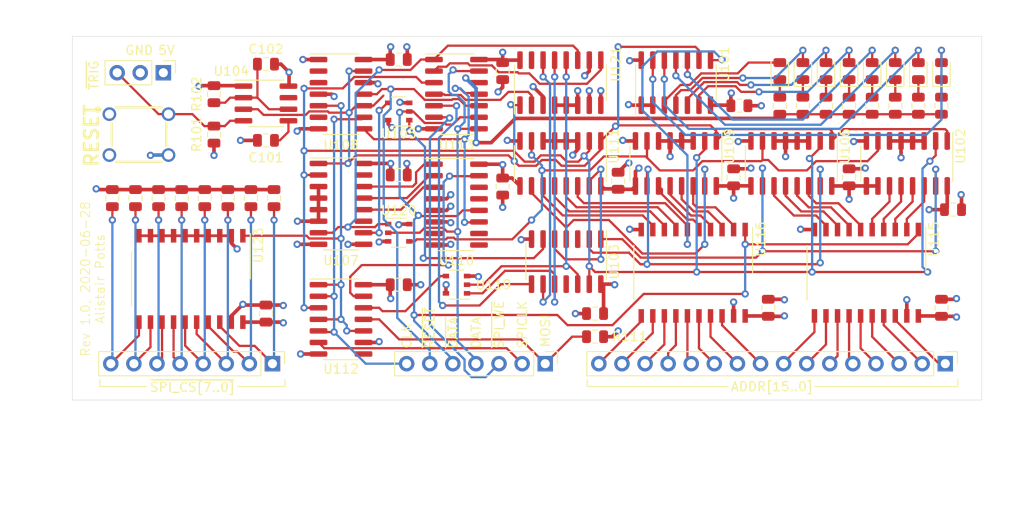
<source format=kicad_pcb>
(kicad_pcb (version 20171130) (host pcbnew "(5.1.4)-1")
  (layers (0 F.Cu signal) (1 In1.Cu signal) (2 In2.Cu signal) (31 B.Cu signal) (34 B.Paste user) (35 F.Paste user) (36 B.SilkS user) (37 F.SilkS user) (38 B.Mask user) (39 F.Mask user) (44 Edge.Cuts user))
  (net 0 "")
  (net 1 "Net-(C101-Pad2)")
  (net 2 GND)
  (net 3 VCC)
  (net 4 "Net-(C102-Pad1)")
  (net 5 "Net-(D101-Pad2)")
  (net 6 "Net-(D101-Pad1)")
  (net 7 "Net-(D102-Pad2)")
  (net 8 "Net-(D102-Pad1)")
  (net 9 "Net-(D103-Pad2)")
  (net 10 "Net-(D103-Pad1)")
  (net 11 "Net-(D104-Pad2)")
  (net 12 "Net-(D104-Pad1)")
  (net 13 "Net-(D105-Pad2)")
  (net 14 "Net-(D105-Pad1)")
  (net 15 "Net-(D106-Pad2)")
  (net 16 "Net-(D106-Pad1)")
  (net 17 "Net-(D107-Pad2)")
  (net 18 "Net-(D107-Pad1)")
  (net 19 "Net-(D108-Pad2)")
  (net 20 "Net-(D108-Pad1)")
  (net 21 /CLK)
  (net 22 /SPI_ADDR_EXT15)
  (net 23 /SPI_ADDR_EXT14)
  (net 24 /SPI_ADDR_EXT13)
  (net 25 /SPI_ADDR_EXT12)
  (net 26 /SPI_ADDR_EXT11)
  (net 27 /SPI_ADDR_EXT10)
  (net 28 /SPI_ADDR_EXT9)
  (net 29 /SPI_ADDR_EXT8)
  (net 30 /SPI_ADDR_EXT7)
  (net 31 /SPI_ADDR_EXT6)
  (net 32 /SPI_ADDR_EXT5)
  (net 33 /SPI_ADDR_EXT4)
  (net 34 /SPI_ADDR_EXT3)
  (net 35 /SPI_ADDR_EXT2)
  (net 36 /SPI_ADDR_EXT1)
  (net 37 /SPI_ADDR_EXT0)
  (net 38 /~SPI_CS7)
  (net 39 /~SPI_CS6)
  (net 40 /~SPI_CS5)
  (net 41 /~SPI_CS4)
  (net 42 /~SPI_CS3)
  (net 43 /~SPI_CS2)
  (net 44 /~SPI_CS1)
  (net 45 /~SPI_CS0)
  (net 46 /STATE_FIN)
  (net 47 /~STATE_DATA)
  (net 48 /STATE_DATA)
  (net 49 /~RST_WE)
  (net 50 /SPI_CLK)
  (net 51 /SPI_MOSI)
  (net 52 "Net-(S101-Pad3)")
  (net 53 "Net-(S101-Pad1)")
  (net 54 /~RST0)
  (net 55 /SPI_ADDR12)
  (net 56 /ADDR_CNT_DONE0)
  (net 57 /SPI_ADDR0)
  (net 58 /SPI_ADDR1)
  (net 59 /SPI_ADDR2)
  (net 60 /SPI_ADDR3)
  (net 61 /ADDR_CNT_EN)
  (net 62 /SPI_CLK_INT)
  (net 63 /BITCNT2)
  (net 64 /BITCNT1)
  (net 65 /BITCNT0)
  (net 66 "Net-(U103-Pad8)")
  (net 67 "Net-(U103-Pad6)")
  (net 68 /ADDR_CNT_DONE3)
  (net 69 /ADDR_CNT_DONE2)
  (net 70 /ADDR_CNT_DONE1)
  (net 71 "Net-(U104-Pad7)")
  (net 72 "Net-(U105-Pad4)")
  (net 73 /SPI_ADDR4)
  (net 74 /SPI_ADDR5)
  (net 75 /SPI_ADDR6)
  (net 76 /SPI_ADDR7)
  (net 77 "Net-(U107-Pad15)")
  (net 78 "Net-(U107-Pad14)")
  (net 79 "Net-(U107-Pad13)")
  (net 80 "Net-(U107-Pad12)")
  (net 81 "Net-(U107-Pad11)")
  (net 82 /BITCNT3)
  (net 83 /~STATE_FIN)
  (net 84 "Net-(U108-Pad6)")
  (net 85 /~ROM_COPY_ENABLE)
  (net 86 "Net-(U108-Pad3)")
  (net 87 "Net-(U108-Pad2)")
  (net 88 /SPI_ADDR8)
  (net 89 /SPI_ADDR9)
  (net 90 /SPI_ADDR10)
  (net 91 /SPI_ADDR11)
  (net 92 /~STATE_CMD)
  (net 93 /~STATE_A0)
  (net 94 /~STATE_A1)
  (net 95 "Net-(U110-Pad10)")
  (net 96 "Net-(U110-Pad9)")
  (net 97 "Net-(U110-Pad7)")
  (net 98 /SPI_ADDR13)
  (net 99 /SPI_ADDR14)
  (net 100 /SPI_ADDR15)
  (net 101 "Net-(U112-Pad12)")
  (net 102 "Net-(U112-Pad8)")
  (net 103 "Net-(U113-Pad4)")
  (net 104 "Net-(U113-Pad2)")
  (net 105 "Net-(U121-Pad15)")
  (net 106 "Net-(R103-Pad1)")
  (net 107 /~RSTTRIG)
  (module SamacSys_Parts:FSM4JH (layer F.Cu) (at 107.315 90.805)
    (fp_text reference S101 hide)
    (fp_text value FSM4JH hide)
    (pad 4 thru_hole circle (at 3.25 2.25) (size 1.5 1.5) (drill 1) (layers *.Cu *.Mask) (net 2 GND))
    (pad 3 thru_hole circle (at -3.25 2.25) (size 1.5 1.5) (drill 1) (layers *.Cu *.Mask) (net 52 "Net-(S101-Pad3)"))
    (pad 2 thru_hole circle (at 3.25 -2.25) (size 1.5 1.5) (drill 1) (layers *.Cu *.Mask) (net 107 /~RSTTRIG))
    (pad 1 thru_hole circle (at -3.25 -2.25) (size 1.5 1.5) (drill 1) (layers *.Cu *.Mask) (net 53 "Net-(S101-Pad1)"))
  )
  (module Connector_PinHeader_2.54mm:PinHeader_1x03_P2.54mm_Vertical (layer F.Cu) (at 110 84 270)
    (fp_text reference J101 hide)
    (fp_text value Conn_01x03_Male)
    (pad 3 thru_hole oval (at 0 5.08 270) (size 1.7 1.7) (drill 1) (layers *.Cu *.Mask) (net 107 /~RSTTRIG))
    (pad 2 thru_hole oval (at 0 2.54 270) (size 1.7 1.7) (drill 1) (layers *.Cu *.Mask) (net 2 GND))
    (pad 1 thru_hole rect (at 0 0 270) (size 1.7 1.7) (drill 1) (layers *.Cu *.Mask) (net 3 VCC))
  )
  (module Capacitor_SMD:C_0805_2012Metric (layer F.Cu) (at 160.02 95.885 270)
    (fp_text reference C116 hide)
    (fp_text value C_Small)
    (pad 2 smd roundrect (at 0.9375 0 270) (size 0.975 1.4) (layers F.Cu F.Paste F.Mask) (net 3 VCC))
    (pad 1 smd roundrect (at -0.9375 0 270) (size 0.975 1.4) (layers F.Cu F.Paste F.Mask) (net 2 GND))
  )
  (module Package_SO:SOIC-14_3.9x8.7mm_P1.27mm (layer F.Cu) (at 154.305 104.775 270)
    (fp_text reference U103 (at 0 -5.28 90) (layer F.SilkS))
    (fp_text value 74LS21)
    (pad 14 smd roundrect (at 2.475 -3.81 270) (size 1.95 0.6) (layers F.Cu F.Paste F.Mask) (net 3 VCC))
    (pad 13 smd roundrect (at 2.475 -2.54 270) (size 1.95 0.6) (layers F.Cu F.Paste F.Mask) (net 62 /SPI_CLK_INT))
    (pad 12 smd roundrect (at 2.475 -1.27 270) (size 1.95 0.6) (layers F.Cu F.Paste F.Mask) (net 63 /BITCNT2))
    (pad 11 smd roundrect (at 2.475 0 270) (size 1.95 0.6) (layers F.Cu F.Paste F.Mask))
    (pad 10 smd roundrect (at 2.475 1.27 270) (size 1.95 0.6) (layers F.Cu F.Paste F.Mask) (net 64 /BITCNT1))
    (pad 9 smd roundrect (at 2.475 2.54 270) (size 1.95 0.6) (layers F.Cu F.Paste F.Mask) (net 65 /BITCNT0))
    (pad 8 smd roundrect (at 2.475 3.81 270) (size 1.95 0.6) (layers F.Cu F.Paste F.Mask) (net 66 "Net-(U103-Pad8)"))
    (pad 7 smd roundrect (at -2.475 3.81 270) (size 1.95 0.6) (layers F.Cu F.Paste F.Mask) (net 2 GND))
    (pad 6 smd roundrect (at -2.475 2.54 270) (size 1.95 0.6) (layers F.Cu F.Paste F.Mask) (net 67 "Net-(U103-Pad6)"))
    (pad 5 smd roundrect (at -2.475 1.27 270) (size 1.95 0.6) (layers F.Cu F.Paste F.Mask) (net 68 /ADDR_CNT_DONE3))
    (pad 4 smd roundrect (at -2.475 0 270) (size 1.95 0.6) (layers F.Cu F.Paste F.Mask) (net 69 /ADDR_CNT_DONE2))
    (pad 3 smd roundrect (at -2.475 -1.27 270) (size 1.95 0.6) (layers F.Cu F.Paste F.Mask))
    (pad 2 smd roundrect (at -2.475 -2.54 270) (size 1.95 0.6) (layers F.Cu F.Paste F.Mask) (net 70 /ADDR_CNT_DONE1))
    (pad 1 smd roundrect (at -2.475 -3.81 270) (size 1.95 0.6) (layers F.Cu F.Paste F.Mask) (net 56 /ADDR_CNT_DONE0))
  )
  (module Connector_PinHeader_2.54mm:PinHeader_1x07_P2.54mm_Vertical (layer F.Cu) (at 152 116 270)
    (fp_text reference J104 hide)
    (fp_text value Conn_01x07_Male)
    (pad 7 thru_hole oval (at 0 15.24 270) (size 1.7 1.7) (drill 1) (layers *.Cu *.Mask) (net 21 /CLK))
    (pad 6 thru_hole oval (at 0 12.7 270) (size 1.7 1.7) (drill 1) (layers *.Cu *.Mask) (net 46 /STATE_FIN))
    (pad 5 thru_hole oval (at 0 10.16 270) (size 1.7 1.7) (drill 1) (layers *.Cu *.Mask) (net 47 /~STATE_DATA))
    (pad 4 thru_hole oval (at 0 7.62 270) (size 1.7 1.7) (drill 1) (layers *.Cu *.Mask) (net 48 /STATE_DATA))
    (pad 3 thru_hole oval (at 0 5.08 270) (size 1.7 1.7) (drill 1) (layers *.Cu *.Mask) (net 49 /~RST_WE))
    (pad 2 thru_hole oval (at 0 2.54 270) (size 1.7 1.7) (drill 1) (layers *.Cu *.Mask) (net 50 /SPI_CLK))
    (pad 1 thru_hole rect (at 0 0 270) (size 1.7 1.7) (drill 1) (layers *.Cu *.Mask) (net 51 /SPI_MOSI))
  )
  (module Package_SO:SO-20_12.8x7.5mm_P1.27mm (layer F.Cu) (at 113.03 106.68 270)
    (fp_text reference U123 (at -3.69 -7.42 90) (layer F.SilkS))
    (fp_text value 74HCT541)
    (pad 20 smd rect (at 4.75 -5.715 270) (size 1.5 0.6) (layers F.Cu F.Paste F.Mask) (net 3 VCC))
    (pad 19 smd rect (at 4.75 -4.445 270) (size 1.5 0.6) (layers F.Cu F.Paste F.Mask) (net 2 GND))
    (pad 18 smd rect (at 4.75 -3.175 270) (size 1.5 0.6) (layers F.Cu F.Paste F.Mask) (net 45 /~SPI_CS0))
    (pad 17 smd rect (at 4.75 -1.905 270) (size 1.5 0.6) (layers F.Cu F.Paste F.Mask) (net 44 /~SPI_CS1))
    (pad 16 smd rect (at 4.75 -0.635 270) (size 1.5 0.6) (layers F.Cu F.Paste F.Mask) (net 43 /~SPI_CS2))
    (pad 15 smd rect (at 4.75 0.635 270) (size 1.5 0.6) (layers F.Cu F.Paste F.Mask) (net 42 /~SPI_CS3))
    (pad 14 smd rect (at 4.75 1.905 270) (size 1.5 0.6) (layers F.Cu F.Paste F.Mask) (net 41 /~SPI_CS4))
    (pad 13 smd rect (at 4.75 3.175 270) (size 1.5 0.6) (layers F.Cu F.Paste F.Mask) (net 40 /~SPI_CS5))
    (pad 12 smd rect (at 4.75 4.445 270) (size 1.5 0.6) (layers F.Cu F.Paste F.Mask) (net 39 /~SPI_CS6))
    (pad 11 smd rect (at 4.75 5.715 270) (size 1.5 0.6) (layers F.Cu F.Paste F.Mask) (net 38 /~SPI_CS7))
    (pad 10 smd rect (at -4.75 5.715 270) (size 1.5 0.6) (layers F.Cu F.Paste F.Mask) (net 2 GND))
    (pad 9 smd rect (at -4.75 4.445 270) (size 1.5 0.6) (layers F.Cu F.Paste F.Mask) (net 2 GND))
    (pad 8 smd rect (at -4.75 3.175 270) (size 1.5 0.6) (layers F.Cu F.Paste F.Mask) (net 2 GND))
    (pad 7 smd rect (at -4.75 1.905 270) (size 1.5 0.6) (layers F.Cu F.Paste F.Mask) (net 2 GND))
    (pad 1 smd rect (at -4.75 -5.715 270) (size 1.5 0.6) (layers F.Cu F.Paste F.Mask) (net 85 /~ROM_COPY_ENABLE))
    (pad 2 smd rect (at -4.75 -4.445 270) (size 1.5 0.6) (layers F.Cu F.Paste F.Mask) (net 2 GND))
    (pad 3 smd rect (at -4.75 -3.175 270) (size 1.5 0.6) (layers F.Cu F.Paste F.Mask) (net 2 GND))
    (pad 4 smd rect (at -4.75 -1.905 270) (size 1.5 0.6) (layers F.Cu F.Paste F.Mask) (net 2 GND))
    (pad 5 smd rect (at -4.75 -0.635 270) (size 1.5 0.6) (layers F.Cu F.Paste F.Mask) (net 2 GND))
    (pad 6 smd rect (at -4.75 0.635 270) (size 1.5 0.6) (layers F.Cu F.Paste F.Mask) (net 2 GND))
  )
  (module Package_SO:SOIC-16_3.9x9.9mm_P1.27mm (layer F.Cu) (at 153.67 85.09 90)
    (fp_text reference U121 (at 2.032 6.096 90) (layer F.SilkS))
    (fp_text value 74LS161)
    (pad 16 smd roundrect (at 2.475 -4.445 90) (size 1.95 0.6) (layers F.Cu F.Paste F.Mask) (net 3 VCC))
    (pad 15 smd roundrect (at 2.475 -3.175 90) (size 1.95 0.6) (layers F.Cu F.Paste F.Mask) (net 105 "Net-(U121-Pad15)"))
    (pad 14 smd roundrect (at 2.475 -1.905 90) (size 1.95 0.6) (layers F.Cu F.Paste F.Mask) (net 65 /BITCNT0))
    (pad 13 smd roundrect (at 2.475 -0.635 90) (size 1.95 0.6) (layers F.Cu F.Paste F.Mask) (net 64 /BITCNT1))
    (pad 12 smd roundrect (at 2.475 0.635 90) (size 1.95 0.6) (layers F.Cu F.Paste F.Mask) (net 63 /BITCNT2))
    (pad 11 smd roundrect (at 2.475 1.905 90) (size 1.95 0.6) (layers F.Cu F.Paste F.Mask) (net 82 /BITCNT3))
    (pad 10 smd roundrect (at 2.475 3.175 90) (size 1.95 0.6) (layers F.Cu F.Paste F.Mask) (net 3 VCC))
    (pad 9 smd roundrect (at 2.475 4.445 90) (size 1.95 0.6) (layers F.Cu F.Paste F.Mask) (net 104 "Net-(U113-Pad2)"))
    (pad 8 smd roundrect (at -2.475 4.445 90) (size 1.95 0.6) (layers F.Cu F.Paste F.Mask) (net 2 GND))
    (pad 7 smd roundrect (at -2.475 3.175 90) (size 1.95 0.6) (layers F.Cu F.Paste F.Mask) (net 3 VCC))
    (pad 6 smd roundrect (at -2.475 1.905 90) (size 1.95 0.6) (layers F.Cu F.Paste F.Mask) (net 2 GND))
    (pad 5 smd roundrect (at -2.475 0.635 90) (size 1.95 0.6) (layers F.Cu F.Paste F.Mask) (net 2 GND))
    (pad 4 smd roundrect (at -2.475 -0.635 90) (size 1.95 0.6) (layers F.Cu F.Paste F.Mask) (net 2 GND))
    (pad 3 smd roundrect (at -2.475 -1.905 90) (size 1.95 0.6) (layers F.Cu F.Paste F.Mask) (net 3 VCC))
    (pad 2 smd roundrect (at -2.475 -3.175 90) (size 1.95 0.6) (layers F.Cu F.Paste F.Mask) (net 103 "Net-(U113-Pad4)"))
    (pad 1 smd roundrect (at -2.475 -4.445 90) (size 1.95 0.6) (layers F.Cu F.Paste F.Mask) (net 54 /~RST0))
  )
  (module Package_SO:TSOP-5_1.65x3.05mm_P0.95mm (layer F.Cu) (at 135.89 101.6)
    (fp_text reference U120 (at 0 -2.45) (layer F.SilkS))
    (fp_text value 74HCT1G08)
    (pad 5 smd rect (at 1.16 -0.95) (size 0.7 0.51) (layers F.Cu F.Paste F.Mask) (net 3 VCC))
    (pad 4 smd rect (at 1.16 0.95) (size 0.7 0.51) (layers F.Cu F.Paste F.Mask) (net 61 /ADDR_CNT_EN))
    (pad 3 smd rect (at -1.16 0.95) (size 0.7 0.51) (layers F.Cu F.Paste F.Mask) (net 2 GND))
    (pad 2 smd rect (at -1.16 0) (size 0.7 0.51) (layers F.Cu F.Paste F.Mask) (net 48 /STATE_DATA))
    (pad 1 smd rect (at -1.16 -0.95) (size 0.7 0.51) (layers F.Cu F.Paste F.Mask) (net 82 /BITCNT3))
  )
  (module Package_SO:TSOP-5_1.65x3.05mm_P0.95mm (layer F.Cu) (at 142.24 107.315 180)
    (fp_text reference U119 (at -4.064 0) (layer F.SilkS))
    (fp_text value 74HCT1G08)
    (pad 5 smd rect (at 1.16 -0.95 180) (size 0.7 0.51) (layers F.Cu F.Paste F.Mask) (net 3 VCC))
    (pad 4 smd rect (at 1.16 0.95 180) (size 0.7 0.51) (layers F.Cu F.Paste F.Mask) (net 101 "Net-(U112-Pad12)"))
    (pad 3 smd rect (at -1.16 0.95 180) (size 0.7 0.51) (layers F.Cu F.Paste F.Mask) (net 2 GND))
    (pad 2 smd rect (at -1.16 0 180) (size 0.7 0.51) (layers F.Cu F.Paste F.Mask) (net 63 /BITCNT2))
    (pad 1 smd rect (at -1.16 -0.95 180) (size 0.7 0.51) (layers F.Cu F.Paste F.Mask) (net 64 /BITCNT1))
  )
  (module Package_SO:SO-20_12.8x7.5mm_P1.27mm (layer F.Cu) (at 168.275 106 270)
    (fp_text reference U116 (at -3.69 -7.42 90) (layer F.SilkS))
    (fp_text value 74HCT541)
    (pad 20 smd rect (at 4.75 -5.715 270) (size 1.5 0.6) (layers F.Cu F.Paste F.Mask) (net 3 VCC))
    (pad 19 smd rect (at 4.75 -4.445 270) (size 1.5 0.6) (layers F.Cu F.Paste F.Mask) (net 2 GND))
    (pad 18 smd rect (at 4.75 -3.175 270) (size 1.5 0.6) (layers F.Cu F.Paste F.Mask) (net 29 /SPI_ADDR_EXT8))
    (pad 17 smd rect (at 4.75 -1.905 270) (size 1.5 0.6) (layers F.Cu F.Paste F.Mask) (net 28 /SPI_ADDR_EXT9))
    (pad 16 smd rect (at 4.75 -0.635 270) (size 1.5 0.6) (layers F.Cu F.Paste F.Mask) (net 27 /SPI_ADDR_EXT10))
    (pad 15 smd rect (at 4.75 0.635 270) (size 1.5 0.6) (layers F.Cu F.Paste F.Mask) (net 26 /SPI_ADDR_EXT11))
    (pad 14 smd rect (at 4.75 1.905 270) (size 1.5 0.6) (layers F.Cu F.Paste F.Mask) (net 25 /SPI_ADDR_EXT12))
    (pad 13 smd rect (at 4.75 3.175 270) (size 1.5 0.6) (layers F.Cu F.Paste F.Mask) (net 24 /SPI_ADDR_EXT13))
    (pad 12 smd rect (at 4.75 4.445 270) (size 1.5 0.6) (layers F.Cu F.Paste F.Mask) (net 23 /SPI_ADDR_EXT14))
    (pad 11 smd rect (at 4.75 5.715 270) (size 1.5 0.6) (layers F.Cu F.Paste F.Mask) (net 22 /SPI_ADDR_EXT15))
    (pad 10 smd rect (at -4.75 5.715 270) (size 1.5 0.6) (layers F.Cu F.Paste F.Mask) (net 2 GND))
    (pad 9 smd rect (at -4.75 4.445 270) (size 1.5 0.6) (layers F.Cu F.Paste F.Mask) (net 100 /SPI_ADDR15))
    (pad 8 smd rect (at -4.75 3.175 270) (size 1.5 0.6) (layers F.Cu F.Paste F.Mask) (net 99 /SPI_ADDR14))
    (pad 7 smd rect (at -4.75 1.905 270) (size 1.5 0.6) (layers F.Cu F.Paste F.Mask) (net 98 /SPI_ADDR13))
    (pad 1 smd rect (at -4.75 -5.715 270) (size 1.5 0.6) (layers F.Cu F.Paste F.Mask) (net 47 /~STATE_DATA))
    (pad 2 smd rect (at -4.75 -4.445 270) (size 1.5 0.6) (layers F.Cu F.Paste F.Mask) (net 88 /SPI_ADDR8))
    (pad 3 smd rect (at -4.75 -3.175 270) (size 1.5 0.6) (layers F.Cu F.Paste F.Mask) (net 89 /SPI_ADDR9))
    (pad 4 smd rect (at -4.75 -1.905 270) (size 1.5 0.6) (layers F.Cu F.Paste F.Mask) (net 90 /SPI_ADDR10))
    (pad 5 smd rect (at -4.75 -0.635 270) (size 1.5 0.6) (layers F.Cu F.Paste F.Mask) (net 91 /SPI_ADDR11))
    (pad 6 smd rect (at -4.75 0.635 270) (size 1.5 0.6) (layers F.Cu F.Paste F.Mask) (net 55 /SPI_ADDR12))
  )
  (module Package_SO:SO-20_12.8x7.5mm_P1.27mm (layer F.Cu) (at 187.325 106 270)
    (fp_text reference U115 (at -3.69 -7.42 90) (layer F.SilkS))
    (fp_text value 74HCT541)
    (pad 20 smd rect (at 4.75 -5.715 270) (size 1.5 0.6) (layers F.Cu F.Paste F.Mask) (net 3 VCC))
    (pad 19 smd rect (at 4.75 -4.445 270) (size 1.5 0.6) (layers F.Cu F.Paste F.Mask) (net 2 GND))
    (pad 18 smd rect (at 4.75 -3.175 270) (size 1.5 0.6) (layers F.Cu F.Paste F.Mask) (net 37 /SPI_ADDR_EXT0))
    (pad 17 smd rect (at 4.75 -1.905 270) (size 1.5 0.6) (layers F.Cu F.Paste F.Mask) (net 36 /SPI_ADDR_EXT1))
    (pad 16 smd rect (at 4.75 -0.635 270) (size 1.5 0.6) (layers F.Cu F.Paste F.Mask) (net 35 /SPI_ADDR_EXT2))
    (pad 15 smd rect (at 4.75 0.635 270) (size 1.5 0.6) (layers F.Cu F.Paste F.Mask) (net 34 /SPI_ADDR_EXT3))
    (pad 14 smd rect (at 4.75 1.905 270) (size 1.5 0.6) (layers F.Cu F.Paste F.Mask) (net 33 /SPI_ADDR_EXT4))
    (pad 13 smd rect (at 4.75 3.175 270) (size 1.5 0.6) (layers F.Cu F.Paste F.Mask) (net 32 /SPI_ADDR_EXT5))
    (pad 12 smd rect (at 4.75 4.445 270) (size 1.5 0.6) (layers F.Cu F.Paste F.Mask) (net 31 /SPI_ADDR_EXT6))
    (pad 11 smd rect (at 4.75 5.715 270) (size 1.5 0.6) (layers F.Cu F.Paste F.Mask) (net 30 /SPI_ADDR_EXT7))
    (pad 10 smd rect (at -4.75 5.715 270) (size 1.5 0.6) (layers F.Cu F.Paste F.Mask) (net 2 GND))
    (pad 9 smd rect (at -4.75 4.445 270) (size 1.5 0.6) (layers F.Cu F.Paste F.Mask) (net 76 /SPI_ADDR7))
    (pad 8 smd rect (at -4.75 3.175 270) (size 1.5 0.6) (layers F.Cu F.Paste F.Mask) (net 75 /SPI_ADDR6))
    (pad 7 smd rect (at -4.75 1.905 270) (size 1.5 0.6) (layers F.Cu F.Paste F.Mask) (net 74 /SPI_ADDR5))
    (pad 1 smd rect (at -4.75 -5.715 270) (size 1.5 0.6) (layers F.Cu F.Paste F.Mask) (net 47 /~STATE_DATA))
    (pad 2 smd rect (at -4.75 -4.445 270) (size 1.5 0.6) (layers F.Cu F.Paste F.Mask) (net 57 /SPI_ADDR0))
    (pad 3 smd rect (at -4.75 -3.175 270) (size 1.5 0.6) (layers F.Cu F.Paste F.Mask) (net 58 /SPI_ADDR1))
    (pad 4 smd rect (at -4.75 -1.905 270) (size 1.5 0.6) (layers F.Cu F.Paste F.Mask) (net 59 /SPI_ADDR2))
    (pad 5 smd rect (at -4.75 -0.635 270) (size 1.5 0.6) (layers F.Cu F.Paste F.Mask) (net 60 /SPI_ADDR3))
    (pad 6 smd rect (at -4.75 0.635 270) (size 1.5 0.6) (layers F.Cu F.Paste F.Mask) (net 73 /SPI_ADDR4))
  )
  (module Package_SO:SOIC-14_3.9x8.7mm_P1.27mm (layer F.Cu) (at 142.24 86.36)
    (fp_text reference U113 (at 0 5.588) (layer F.SilkS))
    (fp_text value 74HCT04)
    (pad 14 smd roundrect (at 2.475 -3.81) (size 1.95 0.6) (layers F.Cu F.Paste F.Mask) (net 3 VCC))
    (pad 13 smd roundrect (at 2.475 -2.54) (size 1.95 0.6) (layers F.Cu F.Paste F.Mask) (net 48 /STATE_DATA))
    (pad 12 smd roundrect (at 2.475 -1.27) (size 1.95 0.6) (layers F.Cu F.Paste F.Mask) (net 106 "Net-(R103-Pad1)"))
    (pad 11 smd roundrect (at 2.475 0) (size 1.95 0.6) (layers F.Cu F.Paste F.Mask) (net 83 /~STATE_FIN))
    (pad 10 smd roundrect (at 2.475 1.27) (size 1.95 0.6) (layers F.Cu F.Paste F.Mask) (net 46 /STATE_FIN))
    (pad 9 smd roundrect (at 2.475 2.54) (size 1.95 0.6) (layers F.Cu F.Paste F.Mask) (net 47 /~STATE_DATA))
    (pad 8 smd roundrect (at 2.475 3.81) (size 1.95 0.6) (layers F.Cu F.Paste F.Mask) (net 48 /STATE_DATA))
    (pad 7 smd roundrect (at -2.475 3.81) (size 1.95 0.6) (layers F.Cu F.Paste F.Mask) (net 2 GND))
    (pad 6 smd roundrect (at -2.475 2.54) (size 1.95 0.6) (layers F.Cu F.Paste F.Mask) (net 49 /~RST_WE))
    (pad 5 smd roundrect (at -2.475 1.27) (size 1.95 0.6) (layers F.Cu F.Paste F.Mask) (net 66 "Net-(U103-Pad8)"))
    (pad 4 smd roundrect (at -2.475 0) (size 1.95 0.6) (layers F.Cu F.Paste F.Mask) (net 103 "Net-(U113-Pad4)"))
    (pad 3 smd roundrect (at -2.475 -1.27) (size 1.95 0.6) (layers F.Cu F.Paste F.Mask) (net 62 /SPI_CLK_INT))
    (pad 2 smd roundrect (at -2.475 -2.54) (size 1.95 0.6) (layers F.Cu F.Paste F.Mask) (net 104 "Net-(U113-Pad2)"))
    (pad 1 smd roundrect (at -2.475 -3.81) (size 1.95 0.6) (layers F.Cu F.Paste F.Mask) (net 82 /BITCNT3))
  )
  (module Package_SO:SOIC-14_3.9x8.7mm_P1.27mm (layer F.Cu) (at 129.54 111.125)
    (fp_text reference U112 (at 0 5.461) (layer F.SilkS))
    (fp_text value 74LS125)
    (pad 14 smd roundrect (at 2.475 -3.81) (size 1.95 0.6) (layers F.Cu F.Paste F.Mask) (net 3 VCC))
    (pad 13 smd roundrect (at 2.475 -2.54) (size 1.95 0.6) (layers F.Cu F.Paste F.Mask) (net 92 /~STATE_CMD))
    (pad 12 smd roundrect (at 2.475 -1.27) (size 1.95 0.6) (layers F.Cu F.Paste F.Mask) (net 101 "Net-(U112-Pad12)"))
    (pad 11 smd roundrect (at 2.475 0) (size 1.95 0.6) (layers F.Cu F.Paste F.Mask) (net 51 /SPI_MOSI))
    (pad 10 smd roundrect (at 2.475 1.27) (size 1.95 0.6) (layers F.Cu F.Paste F.Mask) (net 85 /~ROM_COPY_ENABLE))
    (pad 9 smd roundrect (at 2.475 2.54) (size 1.95 0.6) (layers F.Cu F.Paste F.Mask) (net 2 GND))
    (pad 8 smd roundrect (at 2.475 3.81) (size 1.95 0.6) (layers F.Cu F.Paste F.Mask) (net 102 "Net-(U112-Pad8)"))
    (pad 7 smd roundrect (at -2.475 3.81) (size 1.95 0.6) (layers F.Cu F.Paste F.Mask) (net 2 GND))
    (pad 6 smd roundrect (at -2.475 2.54) (size 1.95 0.6) (layers F.Cu F.Paste F.Mask) (net 50 /SPI_CLK))
    (pad 5 smd roundrect (at -2.475 1.27) (size 1.95 0.6) (layers F.Cu F.Paste F.Mask) (net 21 /CLK))
    (pad 4 smd roundrect (at -2.475 0) (size 1.95 0.6) (layers F.Cu F.Paste F.Mask) (net 85 /~ROM_COPY_ENABLE))
    (pad 3 smd roundrect (at -2.475 -1.27) (size 1.95 0.6) (layers F.Cu F.Paste F.Mask) (net 62 /SPI_CLK_INT))
    (pad 2 smd roundrect (at -2.475 -2.54) (size 1.95 0.6) (layers F.Cu F.Paste F.Mask) (net 21 /CLK))
    (pad 1 smd roundrect (at -2.475 -3.81) (size 1.95 0.6) (layers F.Cu F.Paste F.Mask) (net 85 /~ROM_COPY_ENABLE))
  )
  (module Package_SO:SOIC-16_3.9x9.9mm_P1.27mm (layer F.Cu) (at 153.67 93.98 270)
    (fp_text reference U111 (at -1.905 -5.9 90) (layer F.SilkS))
    (fp_text value 74LS161)
    (pad 16 smd roundrect (at 2.475 -4.445 270) (size 1.95 0.6) (layers F.Cu F.Paste F.Mask) (net 3 VCC))
    (pad 15 smd roundrect (at 2.475 -3.175 270) (size 1.95 0.6) (layers F.Cu F.Paste F.Mask) (net 68 /ADDR_CNT_DONE3))
    (pad 14 smd roundrect (at 2.475 -1.905 270) (size 1.95 0.6) (layers F.Cu F.Paste F.Mask) (net 55 /SPI_ADDR12))
    (pad 13 smd roundrect (at 2.475 -0.635 270) (size 1.95 0.6) (layers F.Cu F.Paste F.Mask) (net 98 /SPI_ADDR13))
    (pad 12 smd roundrect (at 2.475 0.635 270) (size 1.95 0.6) (layers F.Cu F.Paste F.Mask) (net 99 /SPI_ADDR14))
    (pad 11 smd roundrect (at 2.475 1.905 270) (size 1.95 0.6) (layers F.Cu F.Paste F.Mask) (net 100 /SPI_ADDR15))
    (pad 10 smd roundrect (at 2.475 3.175 270) (size 1.95 0.6) (layers F.Cu F.Paste F.Mask) (net 69 /ADDR_CNT_DONE2))
    (pad 9 smd roundrect (at 2.475 4.445 270) (size 1.95 0.6) (layers F.Cu F.Paste F.Mask) (net 3 VCC))
    (pad 8 smd roundrect (at -2.475 4.445 270) (size 1.95 0.6) (layers F.Cu F.Paste F.Mask) (net 2 GND))
    (pad 7 smd roundrect (at -2.475 3.175 270) (size 1.95 0.6) (layers F.Cu F.Paste F.Mask) (net 61 /ADDR_CNT_EN))
    (pad 6 smd roundrect (at -2.475 1.905 270) (size 1.95 0.6) (layers F.Cu F.Paste F.Mask) (net 2 GND))
    (pad 5 smd roundrect (at -2.475 0.635 270) (size 1.95 0.6) (layers F.Cu F.Paste F.Mask) (net 2 GND))
    (pad 4 smd roundrect (at -2.475 -0.635 270) (size 1.95 0.6) (layers F.Cu F.Paste F.Mask) (net 2 GND))
    (pad 3 smd roundrect (at -2.475 -1.905 270) (size 1.95 0.6) (layers F.Cu F.Paste F.Mask) (net 2 GND))
    (pad 2 smd roundrect (at -2.475 -3.175 270) (size 1.95 0.6) (layers F.Cu F.Paste F.Mask) (net 62 /SPI_CLK_INT))
    (pad 1 smd roundrect (at -2.475 -4.445 270) (size 1.95 0.6) (layers F.Cu F.Paste F.Mask) (net 54 /~RST0))
  )
  (module Package_SO:SOIC-16_3.9x9.9mm_P1.27mm (layer F.Cu) (at 142.24 98.505)
    (fp_text reference U110 (at 0 6.143) (layer F.SilkS))
    (fp_text value 74LS138)
    (pad 16 smd roundrect (at 2.475 -4.445) (size 1.95 0.6) (layers F.Cu F.Paste F.Mask) (net 3 VCC))
    (pad 15 smd roundrect (at 2.475 -3.175) (size 1.95 0.6) (layers F.Cu F.Paste F.Mask) (net 92 /~STATE_CMD))
    (pad 14 smd roundrect (at 2.475 -1.905) (size 1.95 0.6) (layers F.Cu F.Paste F.Mask) (net 93 /~STATE_A0))
    (pad 13 smd roundrect (at 2.475 -0.635) (size 1.95 0.6) (layers F.Cu F.Paste F.Mask) (net 94 /~STATE_A1))
    (pad 12 smd roundrect (at 2.475 0.635) (size 1.95 0.6) (layers F.Cu F.Paste F.Mask) (net 47 /~STATE_DATA))
    (pad 11 smd roundrect (at 2.475 1.905) (size 1.95 0.6) (layers F.Cu F.Paste F.Mask) (net 83 /~STATE_FIN))
    (pad 10 smd roundrect (at 2.475 3.175) (size 1.95 0.6) (layers F.Cu F.Paste F.Mask) (net 95 "Net-(U110-Pad10)"))
    (pad 9 smd roundrect (at 2.475 4.445) (size 1.95 0.6) (layers F.Cu F.Paste F.Mask) (net 96 "Net-(U110-Pad9)"))
    (pad 8 smd roundrect (at -2.475 4.445) (size 1.95 0.6) (layers F.Cu F.Paste F.Mask) (net 2 GND))
    (pad 7 smd roundrect (at -2.475 3.175) (size 1.95 0.6) (layers F.Cu F.Paste F.Mask) (net 97 "Net-(U110-Pad7)"))
    (pad 6 smd roundrect (at -2.475 1.905) (size 1.95 0.6) (layers F.Cu F.Paste F.Mask) (net 3 VCC))
    (pad 5 smd roundrect (at -2.475 0.635) (size 1.95 0.6) (layers F.Cu F.Paste F.Mask) (net 2 GND))
    (pad 4 smd roundrect (at -2.475 -0.635) (size 1.95 0.6) (layers F.Cu F.Paste F.Mask) (net 2 GND))
    (pad 3 smd roundrect (at -2.475 -1.905) (size 1.95 0.6) (layers F.Cu F.Paste F.Mask) (net 80 "Net-(U107-Pad12)"))
    (pad 2 smd roundrect (at -2.475 -3.175) (size 1.95 0.6) (layers F.Cu F.Paste F.Mask) (net 79 "Net-(U107-Pad13)"))
    (pad 1 smd roundrect (at -2.475 -4.445) (size 1.95 0.6) (layers F.Cu F.Paste F.Mask) (net 78 "Net-(U107-Pad14)"))
  )
  (module Package_SO:SOIC-16_3.9x9.9mm_P1.27mm (layer F.Cu) (at 166.37 93.98 270)
    (fp_text reference U109 (at -1.905 -5.9 90) (layer F.SilkS))
    (fp_text value 74LS161)
    (pad 16 smd roundrect (at 2.475 -4.445 270) (size 1.95 0.6) (layers F.Cu F.Paste F.Mask) (net 3 VCC))
    (pad 15 smd roundrect (at 2.475 -3.175 270) (size 1.95 0.6) (layers F.Cu F.Paste F.Mask) (net 69 /ADDR_CNT_DONE2))
    (pad 14 smd roundrect (at 2.475 -1.905 270) (size 1.95 0.6) (layers F.Cu F.Paste F.Mask) (net 88 /SPI_ADDR8))
    (pad 13 smd roundrect (at 2.475 -0.635 270) (size 1.95 0.6) (layers F.Cu F.Paste F.Mask) (net 89 /SPI_ADDR9))
    (pad 12 smd roundrect (at 2.475 0.635 270) (size 1.95 0.6) (layers F.Cu F.Paste F.Mask) (net 90 /SPI_ADDR10))
    (pad 11 smd roundrect (at 2.475 1.905 270) (size 1.95 0.6) (layers F.Cu F.Paste F.Mask) (net 91 /SPI_ADDR11))
    (pad 10 smd roundrect (at 2.475 3.175 270) (size 1.95 0.6) (layers F.Cu F.Paste F.Mask) (net 70 /ADDR_CNT_DONE1))
    (pad 9 smd roundrect (at 2.475 4.445 270) (size 1.95 0.6) (layers F.Cu F.Paste F.Mask) (net 3 VCC))
    (pad 8 smd roundrect (at -2.475 4.445 270) (size 1.95 0.6) (layers F.Cu F.Paste F.Mask) (net 2 GND))
    (pad 7 smd roundrect (at -2.475 3.175 270) (size 1.95 0.6) (layers F.Cu F.Paste F.Mask) (net 61 /ADDR_CNT_EN))
    (pad 6 smd roundrect (at -2.475 1.905 270) (size 1.95 0.6) (layers F.Cu F.Paste F.Mask) (net 2 GND))
    (pad 5 smd roundrect (at -2.475 0.635 270) (size 1.95 0.6) (layers F.Cu F.Paste F.Mask) (net 2 GND))
    (pad 4 smd roundrect (at -2.475 -0.635 270) (size 1.95 0.6) (layers F.Cu F.Paste F.Mask) (net 2 GND))
    (pad 3 smd roundrect (at -2.475 -1.905 270) (size 1.95 0.6) (layers F.Cu F.Paste F.Mask) (net 2 GND))
    (pad 2 smd roundrect (at -2.475 -3.175 270) (size 1.95 0.6) (layers F.Cu F.Paste F.Mask) (net 62 /SPI_CLK_INT))
    (pad 1 smd roundrect (at -2.475 -4.445 270) (size 1.95 0.6) (layers F.Cu F.Paste F.Mask) (net 54 /~RST0))
  )
  (module Package_SO:SOIC-14_3.9x8.7mm_P1.27mm (layer F.Cu) (at 129.54 86.36)
    (fp_text reference U108 (at 0 5.588) (layer F.SilkS))
    (fp_text value 74LS107)
    (pad 14 smd roundrect (at 2.475 -3.81) (size 1.95 0.6) (layers F.Cu F.Paste F.Mask) (net 3 VCC))
    (pad 13 smd roundrect (at 2.475 -2.54) (size 1.95 0.6) (layers F.Cu F.Paste F.Mask) (net 54 /~RST0))
    (pad 12 smd roundrect (at 2.475 -1.27) (size 1.95 0.6) (layers F.Cu F.Paste F.Mask) (net 2 GND))
    (pad 11 smd roundrect (at 2.475 0) (size 1.95 0.6) (layers F.Cu F.Paste F.Mask) (net 46 /STATE_FIN))
    (pad 10 smd roundrect (at 2.475 1.27) (size 1.95 0.6) (layers F.Cu F.Paste F.Mask) (net 54 /~RST0))
    (pad 9 smd roundrect (at 2.475 2.54) (size 1.95 0.6) (layers F.Cu F.Paste F.Mask) (net 21 /CLK))
    (pad 8 smd roundrect (at 2.475 3.81) (size 1.95 0.6) (layers F.Cu F.Paste F.Mask) (net 83 /~STATE_FIN))
    (pad 7 smd roundrect (at -2.475 3.81) (size 1.95 0.6) (layers F.Cu F.Paste F.Mask) (net 2 GND))
    (pad 6 smd roundrect (at -2.475 2.54) (size 1.95 0.6) (layers F.Cu F.Paste F.Mask) (net 84 "Net-(U108-Pad6)"))
    (pad 5 smd roundrect (at -2.475 1.27) (size 1.95 0.6) (layers F.Cu F.Paste F.Mask) (net 85 /~ROM_COPY_ENABLE))
    (pad 4 smd roundrect (at -2.475 0) (size 1.95 0.6) (layers F.Cu F.Paste F.Mask) (net 2 GND))
    (pad 3 smd roundrect (at -2.475 -1.27) (size 1.95 0.6) (layers F.Cu F.Paste F.Mask) (net 86 "Net-(U108-Pad3)"))
    (pad 2 smd roundrect (at -2.475 -2.54) (size 1.95 0.6) (layers F.Cu F.Paste F.Mask) (net 87 "Net-(U108-Pad2)"))
    (pad 1 smd roundrect (at -2.475 -3.81) (size 1.95 0.6) (layers F.Cu F.Paste F.Mask) (net 2 GND))
  )
  (module Package_SO:SOIC-16_3.9x9.9mm_P1.27mm (layer F.Cu) (at 129.54 98.425)
    (fp_text reference U107 (at 0 6.223) (layer F.SilkS))
    (fp_text value 74LS161)
    (pad 16 smd roundrect (at 2.475 -4.445) (size 1.95 0.6) (layers F.Cu F.Paste F.Mask) (net 3 VCC))
    (pad 15 smd roundrect (at 2.475 -3.175) (size 1.95 0.6) (layers F.Cu F.Paste F.Mask) (net 77 "Net-(U107-Pad15)"))
    (pad 14 smd roundrect (at 2.475 -1.905) (size 1.95 0.6) (layers F.Cu F.Paste F.Mask) (net 78 "Net-(U107-Pad14)"))
    (pad 13 smd roundrect (at 2.475 -0.635) (size 1.95 0.6) (layers F.Cu F.Paste F.Mask) (net 79 "Net-(U107-Pad13)"))
    (pad 12 smd roundrect (at 2.475 0.635) (size 1.95 0.6) (layers F.Cu F.Paste F.Mask) (net 80 "Net-(U107-Pad12)"))
    (pad 11 smd roundrect (at 2.475 1.905) (size 1.95 0.6) (layers F.Cu F.Paste F.Mask) (net 81 "Net-(U107-Pad11)"))
    (pad 10 smd roundrect (at 2.475 3.175) (size 1.95 0.6) (layers F.Cu F.Paste F.Mask) (net 72 "Net-(U105-Pad4)"))
    (pad 9 smd roundrect (at 2.475 4.445) (size 1.95 0.6) (layers F.Cu F.Paste F.Mask) (net 3 VCC))
    (pad 8 smd roundrect (at -2.475 4.445) (size 1.95 0.6) (layers F.Cu F.Paste F.Mask) (net 2 GND))
    (pad 7 smd roundrect (at -2.475 3.175) (size 1.95 0.6) (layers F.Cu F.Paste F.Mask) (net 82 /BITCNT3))
    (pad 6 smd roundrect (at -2.475 1.905) (size 1.95 0.6) (layers F.Cu F.Paste F.Mask) (net 2 GND))
    (pad 5 smd roundrect (at -2.475 0.635) (size 1.95 0.6) (layers F.Cu F.Paste F.Mask) (net 2 GND))
    (pad 4 smd roundrect (at -2.475 -0.635) (size 1.95 0.6) (layers F.Cu F.Paste F.Mask) (net 2 GND))
    (pad 3 smd roundrect (at -2.475 -1.905) (size 1.95 0.6) (layers F.Cu F.Paste F.Mask) (net 2 GND))
    (pad 2 smd roundrect (at -2.475 -3.175) (size 1.95 0.6) (layers F.Cu F.Paste F.Mask) (net 62 /SPI_CLK_INT))
    (pad 1 smd roundrect (at -2.475 -4.445) (size 1.95 0.6) (layers F.Cu F.Paste F.Mask) (net 54 /~RST0))
  )
  (module Package_SO:SOIC-16_3.9x9.9mm_P1.27mm (layer F.Cu) (at 179.07 93.98 270)
    (fp_text reference U106 (at -1.905 -5.9 90) (layer F.SilkS))
    (fp_text value 74LS161)
    (pad 16 smd roundrect (at 2.475 -4.445 270) (size 1.95 0.6) (layers F.Cu F.Paste F.Mask) (net 3 VCC))
    (pad 15 smd roundrect (at 2.475 -3.175 270) (size 1.95 0.6) (layers F.Cu F.Paste F.Mask) (net 70 /ADDR_CNT_DONE1))
    (pad 14 smd roundrect (at 2.475 -1.905 270) (size 1.95 0.6) (layers F.Cu F.Paste F.Mask) (net 73 /SPI_ADDR4))
    (pad 13 smd roundrect (at 2.475 -0.635 270) (size 1.95 0.6) (layers F.Cu F.Paste F.Mask) (net 74 /SPI_ADDR5))
    (pad 12 smd roundrect (at 2.475 0.635 270) (size 1.95 0.6) (layers F.Cu F.Paste F.Mask) (net 75 /SPI_ADDR6))
    (pad 11 smd roundrect (at 2.475 1.905 270) (size 1.95 0.6) (layers F.Cu F.Paste F.Mask) (net 76 /SPI_ADDR7))
    (pad 10 smd roundrect (at 2.475 3.175 270) (size 1.95 0.6) (layers F.Cu F.Paste F.Mask) (net 56 /ADDR_CNT_DONE0))
    (pad 9 smd roundrect (at 2.475 4.445 270) (size 1.95 0.6) (layers F.Cu F.Paste F.Mask) (net 3 VCC))
    (pad 8 smd roundrect (at -2.475 4.445 270) (size 1.95 0.6) (layers F.Cu F.Paste F.Mask) (net 2 GND))
    (pad 7 smd roundrect (at -2.475 3.175 270) (size 1.95 0.6) (layers F.Cu F.Paste F.Mask) (net 61 /ADDR_CNT_EN))
    (pad 6 smd roundrect (at -2.475 1.905 270) (size 1.95 0.6) (layers F.Cu F.Paste F.Mask) (net 2 GND))
    (pad 5 smd roundrect (at -2.475 0.635 270) (size 1.95 0.6) (layers F.Cu F.Paste F.Mask) (net 2 GND))
    (pad 4 smd roundrect (at -2.475 -0.635 270) (size 1.95 0.6) (layers F.Cu F.Paste F.Mask) (net 2 GND))
    (pad 3 smd roundrect (at -2.475 -1.905 270) (size 1.95 0.6) (layers F.Cu F.Paste F.Mask) (net 2 GND))
    (pad 2 smd roundrect (at -2.475 -3.175 270) (size 1.95 0.6) (layers F.Cu F.Paste F.Mask) (net 62 /SPI_CLK_INT))
    (pad 1 smd roundrect (at -2.475 -4.445 270) (size 1.95 0.6) (layers F.Cu F.Paste F.Mask) (net 54 /~RST0))
  )
  (module Package_SO:TSOP-5_1.65x3.05mm_P0.95mm (layer F.Cu) (at 135.89 88.265 180)
    (fp_text reference U105 (at 0 -2.45) (layer F.SilkS))
    (fp_text value 74HCT1G32)
    (pad 5 smd rect (at 1.16 -0.95 180) (size 0.7 0.51) (layers F.Cu F.Paste F.Mask) (net 3 VCC))
    (pad 4 smd rect (at 1.16 0.95 180) (size 0.7 0.51) (layers F.Cu F.Paste F.Mask) (net 72 "Net-(U105-Pad4)"))
    (pad 3 smd rect (at -1.16 0.95 180) (size 0.7 0.51) (layers F.Cu F.Paste F.Mask) (net 2 GND))
    (pad 2 smd rect (at -1.16 0 180) (size 0.7 0.51) (layers F.Cu F.Paste F.Mask) (net 47 /~STATE_DATA))
    (pad 1 smd rect (at -1.16 -0.95 180) (size 0.7 0.51) (layers F.Cu F.Paste F.Mask) (net 67 "Net-(U103-Pad6)"))
  )
  (module Package_SO:SOIC-8_3.9x4.9mm_P1.27mm (layer F.Cu) (at 121.285 87.38)
    (fp_text reference U104 (at -3.81 -3.56) (layer F.SilkS))
    (fp_text value LMC555xM)
    (pad 8 smd roundrect (at 2.475 -1.905) (size 1.95 0.6) (layers F.Cu F.Paste F.Mask) (net 3 VCC))
    (pad 7 smd roundrect (at 2.475 -0.635) (size 1.95 0.6) (layers F.Cu F.Paste F.Mask) (net 71 "Net-(U104-Pad7)"))
    (pad 6 smd roundrect (at 2.475 0.635) (size 1.95 0.6) (layers F.Cu F.Paste F.Mask) (net 4 "Net-(C102-Pad1)"))
    (pad 5 smd roundrect (at 2.475 1.905) (size 1.95 0.6) (layers F.Cu F.Paste F.Mask) (net 1 "Net-(C101-Pad2)"))
    (pad 4 smd roundrect (at -2.475 1.905) (size 1.95 0.6) (layers F.Cu F.Paste F.Mask) (net 107 /~RSTTRIG))
    (pad 3 smd roundrect (at -2.475 0.635) (size 1.95 0.6) (layers F.Cu F.Paste F.Mask) (net 54 /~RST0))
    (pad 2 smd roundrect (at -2.475 -0.635) (size 1.95 0.6) (layers F.Cu F.Paste F.Mask) (net 4 "Net-(C102-Pad1)"))
    (pad 1 smd roundrect (at -2.475 -1.905) (size 1.95 0.6) (layers F.Cu F.Paste F.Mask) (net 2 GND))
  )
  (module Package_SO:SOIC-16_3.9x9.9mm_P1.27mm (layer F.Cu) (at 191.77 93.98 270)
    (fp_text reference U102 (at -1.905 -5.9 90) (layer F.SilkS))
    (fp_text value 74LS161)
    (pad 16 smd roundrect (at 2.475 -4.445 270) (size 1.95 0.6) (layers F.Cu F.Paste F.Mask) (net 3 VCC))
    (pad 15 smd roundrect (at 2.475 -3.175 270) (size 1.95 0.6) (layers F.Cu F.Paste F.Mask) (net 56 /ADDR_CNT_DONE0))
    (pad 14 smd roundrect (at 2.475 -1.905 270) (size 1.95 0.6) (layers F.Cu F.Paste F.Mask) (net 57 /SPI_ADDR0))
    (pad 13 smd roundrect (at 2.475 -0.635 270) (size 1.95 0.6) (layers F.Cu F.Paste F.Mask) (net 58 /SPI_ADDR1))
    (pad 12 smd roundrect (at 2.475 0.635 270) (size 1.95 0.6) (layers F.Cu F.Paste F.Mask) (net 59 /SPI_ADDR2))
    (pad 11 smd roundrect (at 2.475 1.905 270) (size 1.95 0.6) (layers F.Cu F.Paste F.Mask) (net 60 /SPI_ADDR3))
    (pad 10 smd roundrect (at 2.475 3.175 270) (size 1.95 0.6) (layers F.Cu F.Paste F.Mask) (net 3 VCC))
    (pad 9 smd roundrect (at 2.475 4.445 270) (size 1.95 0.6) (layers F.Cu F.Paste F.Mask) (net 3 VCC))
    (pad 8 smd roundrect (at -2.475 4.445 270) (size 1.95 0.6) (layers F.Cu F.Paste F.Mask) (net 2 GND))
    (pad 7 smd roundrect (at -2.475 3.175 270) (size 1.95 0.6) (layers F.Cu F.Paste F.Mask) (net 61 /ADDR_CNT_EN))
    (pad 6 smd roundrect (at -2.475 1.905 270) (size 1.95 0.6) (layers F.Cu F.Paste F.Mask) (net 2 GND))
    (pad 5 smd roundrect (at -2.475 0.635 270) (size 1.95 0.6) (layers F.Cu F.Paste F.Mask) (net 2 GND))
    (pad 4 smd roundrect (at -2.475 -0.635 270) (size 1.95 0.6) (layers F.Cu F.Paste F.Mask) (net 2 GND))
    (pad 3 smd roundrect (at -2.475 -1.905 270) (size 1.95 0.6) (layers F.Cu F.Paste F.Mask) (net 2 GND))
    (pad 2 smd roundrect (at -2.475 -3.175 270) (size 1.95 0.6) (layers F.Cu F.Paste F.Mask) (net 62 /SPI_CLK_INT))
    (pad 1 smd roundrect (at -2.475 -4.445 270) (size 1.95 0.6) (layers F.Cu F.Paste F.Mask) (net 54 /~RST0))
  )
  (module Package_SO:SOIC-14_3.9x8.7mm_P1.27mm (layer F.Cu) (at 166.37 85.09 90)
    (fp_text reference U101 (at 2.032 5.334 90) (layer F.SilkS))
    (fp_text value 74164)
    (pad 14 smd roundrect (at 2.475 -3.81 90) (size 1.95 0.6) (layers F.Cu F.Paste F.Mask) (net 2 GND))
    (pad 13 smd roundrect (at 2.475 -2.54 90) (size 1.95 0.6) (layers F.Cu F.Paste F.Mask) (net 19 "Net-(D108-Pad2)"))
    (pad 12 smd roundrect (at 2.475 -1.27 90) (size 1.95 0.6) (layers F.Cu F.Paste F.Mask) (net 17 "Net-(D107-Pad2)"))
    (pad 11 smd roundrect (at 2.475 0 90) (size 1.95 0.6) (layers F.Cu F.Paste F.Mask) (net 15 "Net-(D106-Pad2)"))
    (pad 10 smd roundrect (at 2.475 1.27 90) (size 1.95 0.6) (layers F.Cu F.Paste F.Mask) (net 13 "Net-(D105-Pad2)"))
    (pad 9 smd roundrect (at 2.475 2.54 90) (size 1.95 0.6) (layers F.Cu F.Paste F.Mask) (net 54 /~RST0))
    (pad 8 smd roundrect (at 2.475 3.81 90) (size 1.95 0.6) (layers F.Cu F.Paste F.Mask) (net 55 /SPI_ADDR12))
    (pad 7 smd roundrect (at -2.475 3.81 90) (size 1.95 0.6) (layers F.Cu F.Paste F.Mask) (net 3 VCC))
    (pad 6 smd roundrect (at -2.475 2.54 90) (size 1.95 0.6) (layers F.Cu F.Paste F.Mask) (net 11 "Net-(D104-Pad2)"))
    (pad 5 smd roundrect (at -2.475 1.27 90) (size 1.95 0.6) (layers F.Cu F.Paste F.Mask) (net 9 "Net-(D103-Pad2)"))
    (pad 4 smd roundrect (at -2.475 0 90) (size 1.95 0.6) (layers F.Cu F.Paste F.Mask) (net 7 "Net-(D102-Pad2)"))
    (pad 3 smd roundrect (at -2.475 -1.27 90) (size 1.95 0.6) (layers F.Cu F.Paste F.Mask) (net 5 "Net-(D101-Pad2)"))
    (pad 2 smd roundrect (at -2.475 -2.54 90) (size 1.95 0.6) (layers F.Cu F.Paste F.Mask) (net 3 VCC))
    (pad 1 smd roundrect (at -2.475 -3.81 90) (size 1.95 0.6) (layers F.Cu F.Paste F.Mask) (net 3 VCC))
  )
  (module Resistor_SMD:R_0805_2012Metric (layer F.Cu) (at 104.394 97.79 270)
    (fp_text reference R119 hide)
    (fp_text value 10K)
    (pad 2 smd roundrect (at 0.9375 0 270) (size 0.975 1.4) (layers F.Cu F.Paste F.Mask) (net 38 /~SPI_CS7))
    (pad 1 smd roundrect (at -0.9375 0 270) (size 0.975 1.4) (layers F.Cu F.Paste F.Mask) (net 3 VCC))
  )
  (module Resistor_SMD:R_0805_2012Metric (layer F.Cu) (at 106.934 97.79 270)
    (fp_text reference R118 hide)
    (fp_text value 10K)
    (pad 2 smd roundrect (at 0.9375 0 270) (size 0.975 1.4) (layers F.Cu F.Paste F.Mask) (net 39 /~SPI_CS6))
    (pad 1 smd roundrect (at -0.9375 0 270) (size 0.975 1.4) (layers F.Cu F.Paste F.Mask) (net 3 VCC))
  )
  (module Resistor_SMD:R_0805_2012Metric (layer F.Cu) (at 109.474 97.79 270)
    (fp_text reference R117 hide)
    (fp_text value 10K)
    (pad 2 smd roundrect (at 0.9375 0 270) (size 0.975 1.4) (layers F.Cu F.Paste F.Mask) (net 40 /~SPI_CS5))
    (pad 1 smd roundrect (at -0.9375 0 270) (size 0.975 1.4) (layers F.Cu F.Paste F.Mask) (net 3 VCC))
  )
  (module Resistor_SMD:R_0805_2012Metric (layer F.Cu) (at 112.014 97.79 270)
    (fp_text reference R116 hide)
    (fp_text value 10K)
    (pad 2 smd roundrect (at 0.9375 0 270) (size 0.975 1.4) (layers F.Cu F.Paste F.Mask) (net 41 /~SPI_CS4))
    (pad 1 smd roundrect (at -0.9375 0 270) (size 0.975 1.4) (layers F.Cu F.Paste F.Mask) (net 3 VCC))
  )
  (module Resistor_SMD:R_0805_2012Metric (layer F.Cu) (at 114.554 97.79 270)
    (fp_text reference R115 hide)
    (fp_text value 10K)
    (pad 2 smd roundrect (at 0.9375 0 270) (size 0.975 1.4) (layers F.Cu F.Paste F.Mask) (net 42 /~SPI_CS3))
    (pad 1 smd roundrect (at -0.9375 0 270) (size 0.975 1.4) (layers F.Cu F.Paste F.Mask) (net 3 VCC))
  )
  (module Resistor_SMD:R_0805_2012Metric (layer F.Cu) (at 117.094 97.79 270)
    (fp_text reference R114 hide)
    (fp_text value 10K)
    (pad 2 smd roundrect (at 0.9375 0 270) (size 0.975 1.4) (layers F.Cu F.Paste F.Mask) (net 43 /~SPI_CS2))
    (pad 1 smd roundrect (at -0.9375 0 270) (size 0.975 1.4) (layers F.Cu F.Paste F.Mask) (net 3 VCC))
  )
  (module Resistor_SMD:R_0805_2012Metric (layer F.Cu) (at 119.634 97.79 270)
    (fp_text reference R113 hide)
    (fp_text value 10K)
    (pad 2 smd roundrect (at 0.9375 0 270) (size 0.975 1.4) (layers F.Cu F.Paste F.Mask) (net 44 /~SPI_CS1))
    (pad 1 smd roundrect (at -0.9375 0 270) (size 0.975 1.4) (layers F.Cu F.Paste F.Mask) (net 3 VCC))
  )
  (module Resistor_SMD:R_0805_2012Metric (layer F.Cu) (at 122.174 97.79 270)
    (fp_text reference R112 hide)
    (fp_text value 10K)
    (pad 2 smd roundrect (at 0.9375 0 270) (size 0.975 1.4) (layers F.Cu F.Paste F.Mask) (net 45 /~SPI_CS0))
    (pad 1 smd roundrect (at -0.9375 0 270) (size 0.975 1.4) (layers F.Cu F.Paste F.Mask) (net 3 VCC))
  )
  (module Resistor_SMD:R_0805_2012Metric (layer F.Cu) (at 157.48 113.03 180)
    (fp_text reference R111 (at -3.81 0) (layer F.SilkS))
    (fp_text value 10K)
    (pad 2 smd roundrect (at 0.9375 0 180) (size 0.975 1.4) (layers F.Cu F.Paste F.Mask) (net 51 /SPI_MOSI))
    (pad 1 smd roundrect (at -0.9375 0 180) (size 0.975 1.4) (layers F.Cu F.Paste F.Mask) (net 3 VCC))
  )
  (module Resistor_SMD:R_0805_2012Metric (layer F.Cu) (at 195.58 87.63 90)
    (fp_text reference R110 hide)
    (fp_text value R_Small)
    (pad 2 smd roundrect (at 0.9375 0 90) (size 0.975 1.4) (layers F.Cu F.Paste F.Mask) (net 20 "Net-(D108-Pad1)"))
    (pad 1 smd roundrect (at -0.9375 0 90) (size 0.975 1.4) (layers F.Cu F.Paste F.Mask) (net 106 "Net-(R103-Pad1)"))
  )
  (module Resistor_SMD:R_0805_2012Metric (layer F.Cu) (at 193.04 87.63 90)
    (fp_text reference R109 hide)
    (fp_text value R_Small)
    (pad 2 smd roundrect (at 0.9375 0 90) (size 0.975 1.4) (layers F.Cu F.Paste F.Mask) (net 18 "Net-(D107-Pad1)"))
    (pad 1 smd roundrect (at -0.9375 0 90) (size 0.975 1.4) (layers F.Cu F.Paste F.Mask) (net 106 "Net-(R103-Pad1)"))
  )
  (module Resistor_SMD:R_0805_2012Metric (layer F.Cu) (at 190.5 87.63 90)
    (fp_text reference R108 hide)
    (fp_text value R_Small)
    (pad 2 smd roundrect (at 0.9375 0 90) (size 0.975 1.4) (layers F.Cu F.Paste F.Mask) (net 16 "Net-(D106-Pad1)"))
    (pad 1 smd roundrect (at -0.9375 0 90) (size 0.975 1.4) (layers F.Cu F.Paste F.Mask) (net 106 "Net-(R103-Pad1)"))
  )
  (module Resistor_SMD:R_0805_2012Metric (layer F.Cu) (at 187.96 87.63 90)
    (fp_text reference R107 hide)
    (fp_text value R_Small)
    (pad 2 smd roundrect (at 0.9375 0 90) (size 0.975 1.4) (layers F.Cu F.Paste F.Mask) (net 14 "Net-(D105-Pad1)"))
    (pad 1 smd roundrect (at -0.9375 0 90) (size 0.975 1.4) (layers F.Cu F.Paste F.Mask) (net 106 "Net-(R103-Pad1)"))
  )
  (module Resistor_SMD:R_0805_2012Metric (layer F.Cu) (at 185.42 87.63 90)
    (fp_text reference R106 hide)
    (fp_text value R_Small)
    (pad 2 smd roundrect (at 0.9375 0 90) (size 0.975 1.4) (layers F.Cu F.Paste F.Mask) (net 12 "Net-(D104-Pad1)"))
    (pad 1 smd roundrect (at -0.9375 0 90) (size 0.975 1.4) (layers F.Cu F.Paste F.Mask) (net 106 "Net-(R103-Pad1)"))
  )
  (module Resistor_SMD:R_0805_2012Metric (layer F.Cu) (at 182.88 87.63 90)
    (fp_text reference R105 hide)
    (fp_text value R_Small)
    (pad 2 smd roundrect (at 0.9375 0 90) (size 0.975 1.4) (layers F.Cu F.Paste F.Mask) (net 10 "Net-(D103-Pad1)"))
    (pad 1 smd roundrect (at -0.9375 0 90) (size 0.975 1.4) (layers F.Cu F.Paste F.Mask) (net 106 "Net-(R103-Pad1)"))
  )
  (module Resistor_SMD:R_0805_2012Metric (layer F.Cu) (at 180.34 87.63 90)
    (fp_text reference R104 hide)
    (fp_text value R_Small)
    (pad 2 smd roundrect (at 0.9375 0 90) (size 0.975 1.4) (layers F.Cu F.Paste F.Mask) (net 8 "Net-(D102-Pad1)"))
    (pad 1 smd roundrect (at -0.9375 0 90) (size 0.975 1.4) (layers F.Cu F.Paste F.Mask) (net 106 "Net-(R103-Pad1)"))
  )
  (module Resistor_SMD:R_0805_2012Metric (layer F.Cu) (at 177.8 87.63 90)
    (fp_text reference R103 hide)
    (fp_text value R_Small)
    (pad 2 smd roundrect (at 0.9375 0 90) (size 0.975 1.4) (layers F.Cu F.Paste F.Mask) (net 6 "Net-(D101-Pad1)"))
    (pad 1 smd roundrect (at -0.9375 0 90) (size 0.975 1.4) (layers F.Cu F.Paste F.Mask) (net 106 "Net-(R103-Pad1)"))
  )
  (module Resistor_SMD:R_0805_2012Metric (layer F.Cu) (at 115.57 86.36 90)
    (fp_text reference R102 (at 0 -1.905 90) (layer F.SilkS))
    (fp_text value 220K)
    (pad 2 smd roundrect (at 0.9375 0 90) (size 0.975 1.4) (layers F.Cu F.Paste F.Mask) (net 2 GND))
    (pad 1 smd roundrect (at -0.9375 0 90) (size 0.975 1.4) (layers F.Cu F.Paste F.Mask) (net 4 "Net-(C102-Pad1)"))
  )
  (module Resistor_SMD:R_0805_2012Metric (layer F.Cu) (at 115.57 90.805 90)
    (fp_text reference R101 (at 0 -1.905 90) (layer F.SilkS))
    (fp_text value 10K)
    (pad 2 smd roundrect (at 0.9375 0 90) (size 0.975 1.4) (layers F.Cu F.Paste F.Mask) (net 107 /~RSTTRIG))
    (pad 1 smd roundrect (at -0.9375 0 90) (size 0.975 1.4) (layers F.Cu F.Paste F.Mask) (net 3 VCC))
  )
  (module Connector_PinHeader_2.54mm:PinHeader_1x08_P2.54mm_Vertical (layer F.Cu) (at 122 116 270)
    (fp_text reference J103 hide)
    (fp_text value Conn_01x08_Male)
    (pad 8 thru_hole oval (at 0 17.78 270) (size 1.7 1.7) (drill 1) (layers *.Cu *.Mask) (net 38 /~SPI_CS7))
    (pad 7 thru_hole oval (at 0 15.24 270) (size 1.7 1.7) (drill 1) (layers *.Cu *.Mask) (net 39 /~SPI_CS6))
    (pad 6 thru_hole oval (at 0 12.7 270) (size 1.7 1.7) (drill 1) (layers *.Cu *.Mask) (net 40 /~SPI_CS5))
    (pad 5 thru_hole oval (at 0 10.16 270) (size 1.7 1.7) (drill 1) (layers *.Cu *.Mask) (net 41 /~SPI_CS4))
    (pad 4 thru_hole oval (at 0 7.62 270) (size 1.7 1.7) (drill 1) (layers *.Cu *.Mask) (net 42 /~SPI_CS3))
    (pad 3 thru_hole oval (at 0 5.08 270) (size 1.7 1.7) (drill 1) (layers *.Cu *.Mask) (net 43 /~SPI_CS2))
    (pad 2 thru_hole oval (at 0 2.54 270) (size 1.7 1.7) (drill 1) (layers *.Cu *.Mask) (net 44 /~SPI_CS1))
    (pad 1 thru_hole rect (at 0 0 270) (size 1.7 1.7) (drill 1) (layers *.Cu *.Mask) (net 45 /~SPI_CS0))
  )
  (module Connector_PinHeader_2.54mm:PinHeader_1x16_P2.54mm_Vertical (layer F.Cu) (at 196 116 270)
    (fp_text reference J102 hide)
    (fp_text value Conn_01x16_Male)
    (pad 16 thru_hole oval (at 0 38.1 270) (size 1.7 1.7) (drill 1) (layers *.Cu *.Mask) (net 22 /SPI_ADDR_EXT15))
    (pad 15 thru_hole oval (at 0 35.56 270) (size 1.7 1.7) (drill 1) (layers *.Cu *.Mask) (net 23 /SPI_ADDR_EXT14))
    (pad 14 thru_hole oval (at 0 33.02 270) (size 1.7 1.7) (drill 1) (layers *.Cu *.Mask) (net 24 /SPI_ADDR_EXT13))
    (pad 13 thru_hole oval (at 0 30.48 270) (size 1.7 1.7) (drill 1) (layers *.Cu *.Mask) (net 25 /SPI_ADDR_EXT12))
    (pad 12 thru_hole oval (at 0 27.94 270) (size 1.7 1.7) (drill 1) (layers *.Cu *.Mask) (net 26 /SPI_ADDR_EXT11))
    (pad 11 thru_hole oval (at 0 25.4 270) (size 1.7 1.7) (drill 1) (layers *.Cu *.Mask) (net 27 /SPI_ADDR_EXT10))
    (pad 10 thru_hole oval (at 0 22.86 270) (size 1.7 1.7) (drill 1) (layers *.Cu *.Mask) (net 28 /SPI_ADDR_EXT9))
    (pad 9 thru_hole oval (at 0 20.32 270) (size 1.7 1.7) (drill 1) (layers *.Cu *.Mask) (net 29 /SPI_ADDR_EXT8))
    (pad 8 thru_hole oval (at 0 17.78 270) (size 1.7 1.7) (drill 1) (layers *.Cu *.Mask) (net 30 /SPI_ADDR_EXT7))
    (pad 7 thru_hole oval (at 0 15.24 270) (size 1.7 1.7) (drill 1) (layers *.Cu *.Mask) (net 31 /SPI_ADDR_EXT6))
    (pad 6 thru_hole oval (at 0 12.7 270) (size 1.7 1.7) (drill 1) (layers *.Cu *.Mask) (net 32 /SPI_ADDR_EXT5))
    (pad 5 thru_hole oval (at 0 10.16 270) (size 1.7 1.7) (drill 1) (layers *.Cu *.Mask) (net 33 /SPI_ADDR_EXT4))
    (pad 4 thru_hole oval (at 0 7.62 270) (size 1.7 1.7) (drill 1) (layers *.Cu *.Mask) (net 34 /SPI_ADDR_EXT3))
    (pad 3 thru_hole oval (at 0 5.08 270) (size 1.7 1.7) (drill 1) (layers *.Cu *.Mask) (net 35 /SPI_ADDR_EXT2))
    (pad 2 thru_hole oval (at 0 2.54 270) (size 1.7 1.7) (drill 1) (layers *.Cu *.Mask) (net 36 /SPI_ADDR_EXT1))
    (pad 1 thru_hole rect (at 0 0 270) (size 1.7 1.7) (drill 1) (layers *.Cu *.Mask) (net 37 /SPI_ADDR_EXT0))
  )
  (module LED_SMD:LED_0805_2012Metric (layer F.Cu) (at 195.58 83.82 90)
    (fp_text reference D108 hide)
    (fp_text value LED)
    (pad 2 smd roundrect (at 0.9375 0 90) (size 0.975 1.4) (layers F.Cu F.Paste F.Mask) (net 19 "Net-(D108-Pad2)"))
    (pad 1 smd roundrect (at -0.9375 0 90) (size 0.975 1.4) (layers F.Cu F.Paste F.Mask) (net 20 "Net-(D108-Pad1)"))
  )
  (module LED_SMD:LED_0805_2012Metric (layer F.Cu) (at 193.04 83.82 90)
    (fp_text reference D107 hide)
    (fp_text value LED)
    (pad 2 smd roundrect (at 0.9375 0 90) (size 0.975 1.4) (layers F.Cu F.Paste F.Mask) (net 17 "Net-(D107-Pad2)"))
    (pad 1 smd roundrect (at -0.9375 0 90) (size 0.975 1.4) (layers F.Cu F.Paste F.Mask) (net 18 "Net-(D107-Pad1)"))
  )
  (module LED_SMD:LED_0805_2012Metric (layer F.Cu) (at 190.5 83.82 90)
    (fp_text reference D106 hide)
    (fp_text value LED)
    (pad 2 smd roundrect (at 0.9375 0 90) (size 0.975 1.4) (layers F.Cu F.Paste F.Mask) (net 15 "Net-(D106-Pad2)"))
    (pad 1 smd roundrect (at -0.9375 0 90) (size 0.975 1.4) (layers F.Cu F.Paste F.Mask) (net 16 "Net-(D106-Pad1)"))
  )
  (module LED_SMD:LED_0805_2012Metric (layer F.Cu) (at 187.96 83.82 90)
    (fp_text reference D105 hide)
    (fp_text value LED)
    (pad 2 smd roundrect (at 0.9375 0 90) (size 0.975 1.4) (layers F.Cu F.Paste F.Mask) (net 13 "Net-(D105-Pad2)"))
    (pad 1 smd roundrect (at -0.9375 0 90) (size 0.975 1.4) (layers F.Cu F.Paste F.Mask) (net 14 "Net-(D105-Pad1)"))
  )
  (module LED_SMD:LED_0805_2012Metric (layer F.Cu) (at 185.42 83.82 90)
    (fp_text reference D104 hide)
    (fp_text value LED)
    (pad 2 smd roundrect (at 0.9375 0 90) (size 0.975 1.4) (layers F.Cu F.Paste F.Mask) (net 11 "Net-(D104-Pad2)"))
    (pad 1 smd roundrect (at -0.9375 0 90) (size 0.975 1.4) (layers F.Cu F.Paste F.Mask) (net 12 "Net-(D104-Pad1)"))
  )
  (module LED_SMD:LED_0805_2012Metric (layer F.Cu) (at 182.88 83.82 90)
    (fp_text reference D103 hide)
    (fp_text value LED)
    (pad 2 smd roundrect (at 0.9375 0 90) (size 0.975 1.4) (layers F.Cu F.Paste F.Mask) (net 9 "Net-(D103-Pad2)"))
    (pad 1 smd roundrect (at -0.9375 0 90) (size 0.975 1.4) (layers F.Cu F.Paste F.Mask) (net 10 "Net-(D103-Pad1)"))
  )
  (module LED_SMD:LED_0805_2012Metric (layer F.Cu) (at 180.34 83.82 90)
    (fp_text reference D102 hide)
    (fp_text value LED)
    (pad 2 smd roundrect (at 0.9375 0 90) (size 0.975 1.4) (layers F.Cu F.Paste F.Mask) (net 7 "Net-(D102-Pad2)"))
    (pad 1 smd roundrect (at -0.9375 0 90) (size 0.975 1.4) (layers F.Cu F.Paste F.Mask) (net 8 "Net-(D102-Pad1)"))
  )
  (module LED_SMD:LED_0805_2012Metric (layer F.Cu) (at 177.8 83.82 90)
    (fp_text reference D101 hide)
    (fp_text value LED)
    (pad 2 smd roundrect (at 0.9375 0 90) (size 0.975 1.4) (layers F.Cu F.Paste F.Mask) (net 5 "Net-(D101-Pad2)"))
    (pad 1 smd roundrect (at -0.9375 0 90) (size 0.975 1.4) (layers F.Cu F.Paste F.Mask) (net 6 "Net-(D101-Pad1)"))
  )
  (module Capacitor_SMD:C_0805_2012Metric (layer F.Cu) (at 147.32 96.52 90)
    (fp_text reference C115 hide)
    (fp_text value C_Small)
    (pad 2 smd roundrect (at 0.9375 0 90) (size 0.975 1.4) (layers F.Cu F.Paste F.Mask) (net 3 VCC))
    (pad 1 smd roundrect (at -0.9375 0 90) (size 0.975 1.4) (layers F.Cu F.Paste F.Mask) (net 2 GND))
  )
  (module Capacitor_SMD:C_0805_2012Metric (layer F.Cu) (at 173.355 87.63 180)
    (fp_text reference C114 hide)
    (fp_text value C_Small)
    (pad 2 smd roundrect (at 0.9375 0 180) (size 0.975 1.4) (layers F.Cu F.Paste F.Mask) (net 3 VCC))
    (pad 1 smd roundrect (at -0.9375 0 180) (size 0.975 1.4) (layers F.Cu F.Paste F.Mask) (net 2 GND))
  )
  (module Capacitor_SMD:C_0805_2012Metric (layer F.Cu) (at 135.89 82.55 180)
    (fp_text reference C113 hide)
    (fp_text value C_Small)
    (pad 2 smd roundrect (at 0.9375 0 180) (size 0.975 1.4) (layers F.Cu F.Paste F.Mask) (net 3 VCC))
    (pad 1 smd roundrect (at -0.9375 0 180) (size 0.975 1.4) (layers F.Cu F.Paste F.Mask) (net 2 GND))
  )
  (module Capacitor_SMD:C_0805_2012Metric (layer F.Cu) (at 157.48 110.49)
    (fp_text reference C112 hide)
    (fp_text value C_Small)
    (pad 2 smd roundrect (at 0.9375 0) (size 0.975 1.4) (layers F.Cu F.Paste F.Mask) (net 3 VCC))
    (pad 1 smd roundrect (at -0.9375 0) (size 0.975 1.4) (layers F.Cu F.Paste F.Mask) (net 2 GND))
  )
  (module Capacitor_SMD:C_0805_2012Metric (layer F.Cu) (at 135.89 107.315 180)
    (fp_text reference C111 hide)
    (fp_text value C_Small)
    (pad 2 smd roundrect (at 0.9375 0 180) (size 0.975 1.4) (layers F.Cu F.Paste F.Mask) (net 3 VCC))
    (pad 1 smd roundrect (at -0.9375 0 180) (size 0.975 1.4) (layers F.Cu F.Paste F.Mask) (net 2 GND))
  )
  (module Capacitor_SMD:C_0805_2012Metric (layer F.Cu) (at 176.53 109.855 270)
    (fp_text reference C110 hide)
    (fp_text value C_Small)
    (pad 2 smd roundrect (at 0.9375 0 270) (size 0.975 1.4) (layers F.Cu F.Paste F.Mask) (net 3 VCC))
    (pad 1 smd roundrect (at -0.9375 0 270) (size 0.975 1.4) (layers F.Cu F.Paste F.Mask) (net 2 GND))
  )
  (module Capacitor_SMD:C_0805_2012Metric (layer F.Cu) (at 196.85 99.06 180)
    (fp_text reference C109 hide)
    (fp_text value C_Small)
    (pad 2 smd roundrect (at 0.9375 0 180) (size 0.975 1.4) (layers F.Cu F.Paste F.Mask) (net 3 VCC))
    (pad 1 smd roundrect (at -0.9375 0 180) (size 0.975 1.4) (layers F.Cu F.Paste F.Mask) (net 2 GND))
  )
  (module Capacitor_SMD:C_0805_2012Metric (layer F.Cu) (at 195.58 109.855 270)
    (fp_text reference C108 hide)
    (fp_text value C_Small)
    (pad 2 smd roundrect (at 0.9375 0 270) (size 0.975 1.4) (layers F.Cu F.Paste F.Mask) (net 3 VCC))
    (pad 1 smd roundrect (at -0.9375 0 270) (size 0.975 1.4) (layers F.Cu F.Paste F.Mask) (net 2 GND))
  )
  (module Capacitor_SMD:C_0805_2012Metric (layer F.Cu) (at 121.285 110.49 270)
    (fp_text reference C107 hide)
    (fp_text value C_Small)
    (pad 2 smd roundrect (at 0.9375 0 270) (size 0.975 1.4) (layers F.Cu F.Paste F.Mask) (net 3 VCC))
    (pad 1 smd roundrect (at -0.9375 0 270) (size 0.975 1.4) (layers F.Cu F.Paste F.Mask) (net 2 GND))
  )
  (module Capacitor_SMD:C_0805_2012Metric (layer F.Cu) (at 135.89 95.25 180)
    (fp_text reference C106 hide)
    (fp_text value C_Small)
    (pad 2 smd roundrect (at 0.9375 0 180) (size 0.975 1.4) (layers F.Cu F.Paste F.Mask) (net 3 VCC))
    (pad 1 smd roundrect (at -0.9375 0 180) (size 0.975 1.4) (layers F.Cu F.Paste F.Mask) (net 2 GND))
  )
  (module Capacitor_SMD:C_0805_2012Metric (layer F.Cu) (at 185.42 95.504 270)
    (fp_text reference C105 hide)
    (fp_text value C_Small)
    (pad 2 smd roundrect (at 0.9375 0 270) (size 0.975 1.4) (layers F.Cu F.Paste F.Mask) (net 3 VCC))
    (pad 1 smd roundrect (at -0.9375 0 270) (size 0.975 1.4) (layers F.Cu F.Paste F.Mask) (net 2 GND))
  )
  (module Capacitor_SMD:C_0805_2012Metric (layer F.Cu) (at 147.32 83.82 90)
    (fp_text reference C104 hide)
    (fp_text value C_Small)
    (pad 2 smd roundrect (at 0.9375 0 90) (size 0.975 1.4) (layers F.Cu F.Paste F.Mask) (net 3 VCC))
    (pad 1 smd roundrect (at -0.9375 0 90) (size 0.975 1.4) (layers F.Cu F.Paste F.Mask) (net 2 GND))
  )
  (module Capacitor_SMD:C_0805_2012Metric (layer F.Cu) (at 172.72 95.504 270)
    (fp_text reference C103 hide)
    (fp_text value C_Small)
    (pad 2 smd roundrect (at 0.9375 0 270) (size 0.975 1.4) (layers F.Cu F.Paste F.Mask) (net 3 VCC))
    (pad 1 smd roundrect (at -0.9375 0 270) (size 0.975 1.4) (layers F.Cu F.Paste F.Mask) (net 2 GND))
  )
  (module Capacitor_SMD:C_0805_2012Metric (layer F.Cu) (at 121.285 83.058)
    (fp_text reference C102 (at 0 -1.65) (layer F.SilkS))
    (fp_text value 1μF)
    (pad 2 smd roundrect (at 0.9375 0) (size 0.975 1.4) (layers F.Cu F.Paste F.Mask) (net 3 VCC))
    (pad 1 smd roundrect (at -0.9375 0) (size 0.975 1.4) (layers F.Cu F.Paste F.Mask) (net 4 "Net-(C102-Pad1)"))
  )
  (module Capacitor_SMD:C_0805_2012Metric (layer F.Cu) (at 121.285 91.44)
    (fp_text reference C101 (at 0 1.905) (layer F.SilkS))
    (fp_text value 10nF)
    (pad 2 smd roundrect (at 0.9375 0) (size 0.975 1.4) (layers F.Cu F.Paste F.Mask) (net 1 "Net-(C101-Pad2)"))
    (pad 1 smd roundrect (at -0.9375 0) (size 0.975 1.4) (layers F.Cu F.Paste F.Mask) (net 2 GND))
  )
  (gr_text ~TRIG (at 102.362 82.55 90) (layer F.SilkS) (effects (font (size 1 1)) (justify right)))
  (gr_text MOSI (at 152.019 114.3 90) (layer F.SilkS) (effects (font (size 1 1)) (justify left)))
  (gr_text SPICLK (at 149.479 114.427 90) (layer F.SilkS) (effects (font (size 1 1)) (justify left)))
  (gr_text ~SPI_WE (at 146.939 114.427 90) (layer F.SilkS) (effects (font (size 1 1)) (justify left)))
  (gr_text DATA (at 144.399 114.427 90) (layer F.SilkS) (effects (font (size 1 1)) (justify left)))
  (gr_text ~DATA (at 141.859 114.427 90) (layer F.SilkS) (effects (font (size 1 1)) (justify left)))
  (gr_text ~RESET (at 139.319 114.427 90) (layer F.SilkS) (effects (font (size 1 1)) (justify left)))
  (gr_text CLK (at 136.779 114.427 90) (layer F.SilkS) (effects (font (size 1 1)) (justify left)))
  (gr_text 5V (at 109.347 81.534) (layer F.SilkS) (effects (font (size 1 1)) (justify left)))
  (gr_text GND (at 108.966 81.534) (layer F.SilkS) (effects (font (size 1 1)) (justify right)))
  (gr_line (start 156.618 117.757) (end 156.618 118.519) (layer F.SilkS) (width 0.12))
  (gr_line (start 156.618 118.519) (end 172.112 118.519) (layer F.SilkS) (width 0.12))
  (gr_line (start 197.385 117.757) (end 197.385 118.519) (layer F.SilkS) (width 0.12))
  (gr_line (start 197.385 118.519) (end 181.637 118.519) (layer F.SilkS) (width 0.12))
  (gr_text ADDR[15..0] (at 176.938 118.519) (layer F.SilkS) (effects (font (size 1 1))))
  (gr_line (start 103.018 117.757) (end 103.018 118.519) (layer F.SilkS) (width 0.12))
  (gr_line (start 103.018 118.519) (end 108.2 118.519) (layer F.SilkS) (width 0.12))
  (gr_line (start 123.385 117.757) (end 123.385 118.519) (layer F.SilkS) (width 0.12))
  (gr_line (start 123.385 118.519) (end 118.2 118.519) (layer F.SilkS) (width 0.12))
  (gr_text ~SPI_CS[7..0] (at 113.2 118.6) (layer F.SilkS) (effects (font (size 1 1))))
  (gr_text "Rev 1.0, 2020-06-28\nAlistair Potts" (at 102.235 106.68 90) (layer F.SilkS) (effects (font (size 1 1) (thickness 0.1))))
  (gr_text RESET (at 102.108 90.932 90) (layer F.SilkS) (effects (font (size 1.5 1.5) (thickness 0.3))))
  (gr_line (start 100 120) (end 100 80) (layer Edge.Cuts) (width 0.05))
  (gr_line (start 200 120) (end 100 120) (layer Edge.Cuts) (width 0.05))
  (gr_line (start 200 80) (end 200 120) (layer Edge.Cuts) (width 0.05))
  (gr_line (start 100 80) (end 200 80) (layer Edge.Cuts) (width 0.05))
  (segment (start 123.76 89.685) (end 123.76 89.285) (width 0.25) (layer F.Cu) (net 1))
  (segment (start 123.76 90.49) (end 123.76 89.685) (width 0.25) (layer F.Cu) (net 1))
  (segment (start 122.81 91.44) (end 123.76 90.49) (width 0.25) (layer F.Cu) (net 1))
  (segment (start 122.2225 91.44) (end 122.81 91.44) (width 0.25) (layer F.Cu) (net 1))
  (segment (start 107.315 101.93) (end 117.475 101.93) (width 0.3) (layer F.Cu) (net 2))
  (via (at 118.745 109.474) (size 0.8) (drill 0.4) (layers F.Cu B.Cu) (net 2))
  (segment (start 121.2065 109.474) (end 121.285 109.5525) (width 0.3) (layer F.Cu) (net 2))
  (segment (start 117.475 110.744) (end 118.745 109.474) (width 0.4) (layer F.Cu) (net 2))
  (segment (start 117.475 111.43) (end 117.475 110.744) (width 0.4) (layer F.Cu) (net 2))
  (segment (start 118.8235 109.5525) (end 118.745 109.474) (width 0.4) (layer F.Cu) (net 2))
  (segment (start 121.285 109.5525) (end 118.8235 109.5525) (width 0.4) (layer F.Cu) (net 2))
  (via (at 108.585 93.091) (size 0.8) (drill 0.4) (layers F.Cu B.Cu) (net 2))
  (segment (start 110.565 93.055) (end 108.621 93.055) (width 0.4) (layer B.Cu) (net 2))
  (segment (start 108.621 93.055) (end 108.585 93.091) (width 0.4) (layer B.Cu) (net 2))
  (segment (start 118.7575 85.4225) (end 118.81 85.475) (width 0.4) (layer F.Cu) (net 2))
  (segment (start 115.57 85.4225) (end 118.7575 85.4225) (width 0.4) (layer F.Cu) (net 2))
  (via (at 113.919 85.471) (size 0.8) (drill 0.4) (layers F.Cu B.Cu) (net 2))
  (segment (start 115.57 85.4225) (end 113.9675 85.4225) (width 0.4) (layer F.Cu) (net 2))
  (segment (start 113.9675 85.4225) (end 113.919 85.471) (width 0.4) (layer F.Cu) (net 2))
  (via (at 118.491 91.44) (size 0.8) (drill 0.4) (layers F.Cu B.Cu) (net 2))
  (segment (start 120.3475 91.44) (end 118.491 91.44) (width 0.4) (layer F.Cu) (net 2))
  (via (at 123.19 109.601) (size 0.8) (drill 0.4) (layers F.Cu B.Cu) (net 2))
  (segment (start 121.285 109.5525) (end 123.1415 109.5525) (width 0.4) (layer F.Cu) (net 2))
  (segment (start 123.1415 109.5525) (end 123.19 109.601) (width 0.4) (layer F.Cu) (net 2))
  (via (at 138.303 107.315) (size 0.8) (drill 0.4) (layers F.Cu B.Cu) (net 2))
  (segment (start 136.8275 107.315) (end 138.303 107.315) (width 0.4) (layer F.Cu) (net 2))
  (via (at 136.779 93.98) (size 0.8) (drill 0.4) (layers F.Cu B.Cu) (net 2))
  (segment (start 136.8275 95.25) (end 136.8275 94.0285) (width 0.4) (layer F.Cu) (net 2))
  (segment (start 136.8275 94.0285) (end 136.779 93.98) (width 0.4) (layer F.Cu) (net 2))
  (via (at 138.049 90.17) (size 0.8) (drill 0.4) (layers F.Cu B.Cu) (net 2))
  (segment (start 139.765 90.17) (end 138.049 90.17) (width 0.4) (layer F.Cu) (net 2))
  (via (at 141.605 102.87) (size 0.8) (drill 0.4) (layers F.Cu B.Cu) (net 2))
  (segment (start 139.765 102.95) (end 141.525 102.95) (width 0.4) (layer F.Cu) (net 2))
  (segment (start 141.525 102.95) (end 141.605 102.87) (width 0.4) (layer F.Cu) (net 2))
  (via (at 118.11 103.378) (size 0.8) (drill 0.4) (layers F.Cu B.Cu) (net 2))
  (segment (start 117.475 101.93) (end 117.475 102.743) (width 0.4) (layer F.Cu) (net 2))
  (segment (start 117.475 102.743) (end 118.11 103.378) (width 0.4) (layer F.Cu) (net 2))
  (via (at 133.731 102.616) (size 0.8) (drill 0.4) (layers F.Cu B.Cu) (net 2))
  (segment (start 134.73 102.55) (end 133.797 102.55) (width 0.4) (layer F.Cu) (net 2))
  (segment (start 133.797 102.55) (end 133.731 102.616) (width 0.4) (layer F.Cu) (net 2))
  (via (at 144.653 106.426) (size 0.8) (drill 0.4) (layers F.Cu B.Cu) (net 2))
  (segment (start 143.4 106.365) (end 144.592 106.365) (width 0.4) (layer F.Cu) (net 2))
  (segment (start 144.592 106.365) (end 144.653 106.426) (width 0.4) (layer F.Cu) (net 2))
  (via (at 141.605 97.409) (size 0.8) (drill 0.4) (layers F.Cu B.Cu) (net 2))
  (segment (start 141.144 97.87) (end 141.205001 97.808999) (width 0.4) (layer F.Cu) (net 2))
  (segment (start 141.205001 97.808999) (end 141.605 97.409) (width 0.4) (layer F.Cu) (net 2))
  (segment (start 139.765 97.87) (end 141.144 97.87) (width 0.4) (layer F.Cu) (net 2))
  (via (at 141.605 98.679) (size 0.8) (drill 0.4) (layers F.Cu B.Cu) (net 2))
  (segment (start 139.765 99.14) (end 141.144 99.14) (width 0.4) (layer F.Cu) (net 2))
  (segment (start 141.205001 99.078999) (end 141.605 98.679) (width 0.4) (layer F.Cu) (net 2))
  (segment (start 141.144 99.14) (end 141.205001 99.078999) (width 0.4) (layer F.Cu) (net 2))
  (segment (start 136.083 87.315) (end 136.017 87.249) (width 0.4) (layer F.Cu) (net 2))
  (segment (start 137.05 87.315) (end 136.083 87.315) (width 0.4) (layer F.Cu) (net 2))
  (via (at 136.017 87.249) (size 0.8) (drill 0.4) (layers F.Cu B.Cu) (net 2))
  (via (at 125.349 82.55) (size 0.8) (drill 0.4) (layers F.Cu B.Cu) (net 2))
  (segment (start 127.065 82.55) (end 125.349 82.55) (width 0.4) (layer F.Cu) (net 2))
  (via (at 128.778 86.614) (size 0.8) (drill 0.4) (layers F.Cu B.Cu) (net 2))
  (segment (start 127.065 86.36) (end 128.524 86.36) (width 0.4) (layer F.Cu) (net 2))
  (segment (start 128.524 86.36) (end 128.778 86.614) (width 0.4) (layer F.Cu) (net 2))
  (via (at 133.604 85.217) (size 0.8) (drill 0.4) (layers F.Cu B.Cu) (net 2))
  (segment (start 132.015 85.09) (end 133.477 85.09) (width 0.4) (layer F.Cu) (net 2))
  (segment (start 133.477 85.09) (end 133.604 85.217) (width 0.4) (layer F.Cu) (net 2))
  (via (at 136.779 81.153) (size 0.8) (drill 0.4) (layers F.Cu B.Cu) (net 2))
  (segment (start 136.8275 82.55) (end 136.8275 81.2015) (width 0.4) (layer F.Cu) (net 2))
  (segment (start 136.8275 81.2015) (end 136.779 81.153) (width 0.4) (layer F.Cu) (net 2))
  (via (at 124.714 90.424) (size 0.8) (drill 0.4) (layers F.Cu B.Cu) (net 2))
  (segment (start 127.065 90.17) (end 124.968 90.17) (width 0.4) (layer F.Cu) (net 2))
  (segment (start 124.968 90.17) (end 124.714 90.424) (width 0.4) (layer F.Cu) (net 2))
  (segment (start 127.065 96.52) (end 127.065 100.33) (width 0.4) (layer F.Cu) (net 2))
  (via (at 124.751 100.33) (size 0.8) (drill 0.4) (layers F.Cu B.Cu) (net 2))
  (segment (start 127.065 100.33) (end 124.751 100.33) (width 0.4) (layer F.Cu) (net 2))
  (via (at 124.714 102.87) (size 0.8) (drill 0.4) (layers F.Cu B.Cu) (net 2))
  (segment (start 127.065 102.87) (end 124.714 102.87) (width 0.4) (layer F.Cu) (net 2))
  (via (at 125.095 114.935) (size 0.8) (drill 0.4) (layers F.Cu B.Cu) (net 2))
  (segment (start 127.065 114.935) (end 125.095 114.935) (width 0.4) (layer F.Cu) (net 2))
  (via (at 133.731 113.575) (size 0.8) (drill 0.4) (layers F.Cu B.Cu) (net 2))
  (segment (start 132.015 113.665) (end 133.641 113.665) (width 0.4) (layer F.Cu) (net 2))
  (segment (start 133.641 113.665) (end 133.731 113.575) (width 0.4) (layer F.Cu) (net 2))
  (via (at 147.32 98.806) (size 0.8) (drill 0.4) (layers F.Cu B.Cu) (net 2))
  (segment (start 147.32 97.4575) (end 147.32 98.806) (width 0.4) (layer F.Cu) (net 2))
  (via (at 146.812 86.106) (size 0.8) (drill 0.4) (layers F.Cu B.Cu) (net 2))
  (segment (start 147.32 85.598) (end 147.211999 85.706001) (width 0.4) (layer F.Cu) (net 2))
  (segment (start 147.211999 85.706001) (end 146.812 86.106) (width 0.4) (layer F.Cu) (net 2))
  (segment (start 147.32 84.7575) (end 147.32 85.598) (width 0.4) (layer F.Cu) (net 2))
  (via (at 155.321 110.49) (size 0.8) (drill 0.4) (layers F.Cu B.Cu) (net 2))
  (segment (start 156.5425 110.49) (end 155.321 110.49) (width 0.4) (layer F.Cu) (net 2))
  (via (at 149.356654 102.366654) (size 0.8) (drill 0.4) (layers F.Cu B.Cu) (net 2))
  (segment (start 150.495 102.3) (end 149.423308 102.3) (width 0.4) (layer F.Cu) (net 2))
  (segment (start 149.423308 102.3) (end 149.356654 102.366654) (width 0.4) (layer F.Cu) (net 2))
  (via (at 147.828 91.44) (size 0.8) (drill 0.4) (layers F.Cu B.Cu) (net 2))
  (segment (start 149.225 91.505) (end 147.893 91.505) (width 0.4) (layer F.Cu) (net 2))
  (segment (start 147.893 91.505) (end 147.828 91.44) (width 0.4) (layer F.Cu) (net 2))
  (segment (start 151.765 91.505) (end 155.575 91.505) (width 0.4) (layer F.Cu) (net 2))
  (segment (start 153.035 87.565) (end 155.575 87.565) (width 0.4) (layer F.Cu) (net 2))
  (via (at 155.575 85.979) (size 0.8) (drill 0.4) (layers F.Cu B.Cu) (net 2))
  (segment (start 155.575 87.565) (end 155.575 85.979) (width 0.4) (layer F.Cu) (net 2))
  (via (at 158.115 85.979) (size 0.8) (drill 0.4) (layers F.Cu B.Cu) (net 2))
  (segment (start 158.115 87.565) (end 158.115 85.979) (width 0.4) (layer F.Cu) (net 2))
  (segment (start 164.465 91.505) (end 168.275 91.505) (width 0.4) (layer F.Cu) (net 2))
  (via (at 174.625 94.488) (size 0.8) (drill 0.4) (layers F.Cu B.Cu) (net 2))
  (segment (start 172.72 94.5665) (end 174.5465 94.5665) (width 0.4) (layer F.Cu) (net 2))
  (segment (start 174.5465 94.5665) (end 174.625 94.488) (width 0.4) (layer F.Cu) (net 2))
  (via (at 155.03001 93.058979) (size 0.8) (drill 0.4) (layers F.Cu B.Cu) (net 2))
  (segment (start 155.03001 93.00099) (end 155.03001 93.058979) (width 0.4) (layer F.Cu) (net 2))
  (segment (start 155.575 91.505) (end 155.575 92.456) (width 0.4) (layer F.Cu) (net 2))
  (segment (start 155.575 92.456) (end 155.03001 93.00099) (width 0.4) (layer F.Cu) (net 2))
  (via (at 160.528 91.44) (size 0.8) (drill 0.4) (layers F.Cu B.Cu) (net 2))
  (segment (start 161.925 91.505) (end 160.593 91.505) (width 0.4) (layer F.Cu) (net 2))
  (segment (start 160.593 91.505) (end 160.528 91.44) (width 0.4) (layer F.Cu) (net 2))
  (via (at 173.228 91.567) (size 0.8) (drill 0.4) (layers F.Cu B.Cu) (net 2))
  (segment (start 174.625 91.505) (end 173.29 91.505) (width 0.4) (layer F.Cu) (net 2))
  (segment (start 173.29 91.505) (end 173.228 91.567) (width 0.4) (layer F.Cu) (net 2))
  (segment (start 160.02 94.9475) (end 161.034173 93.933327) (width 0.4) (layer F.Cu) (net 2))
  (segment (start 161.034173 93.933327) (end 161.193327 93.933327) (width 0.4) (layer F.Cu) (net 2))
  (via (at 161.193327 93.933327) (size 0.8) (drill 0.4) (layers F.Cu B.Cu) (net 2))
  (via (at 161.29 101.219) (size 0.8) (drill 0.4) (layers F.Cu B.Cu) (net 2))
  (segment (start 162.56 101.25) (end 161.321 101.25) (width 0.4) (layer F.Cu) (net 2))
  (segment (start 161.321 101.25) (end 161.29 101.219) (width 0.4) (layer F.Cu) (net 2))
  (via (at 197.739 97.409) (size 0.8) (drill 0.4) (layers F.Cu B.Cu) (net 2))
  (segment (start 197.7875 99.06) (end 197.7875 97.4575) (width 0.4) (layer F.Cu) (net 2))
  (segment (start 197.7875 97.4575) (end 197.739 97.409) (width 0.4) (layer F.Cu) (net 2))
  (segment (start 189.865 91.505) (end 193.675 91.505) (width 0.4) (layer F.Cu) (net 2))
  (via (at 185.928 91.567) (size 0.8) (drill 0.4) (layers F.Cu B.Cu) (net 2))
  (segment (start 187.325 91.505) (end 185.99 91.505) (width 0.4) (layer F.Cu) (net 2))
  (segment (start 185.99 91.505) (end 185.928 91.567) (width 0.4) (layer F.Cu) (net 2))
  (via (at 187.198 94.488) (size 0.8) (drill 0.4) (layers F.Cu B.Cu) (net 2))
  (segment (start 185.42 94.5665) (end 187.1195 94.5665) (width 0.4) (layer F.Cu) (net 2))
  (segment (start 187.1195 94.5665) (end 187.198 94.488) (width 0.4) (layer F.Cu) (net 2))
  (segment (start 177.165 91.505) (end 180.975 91.505) (width 0.4) (layer F.Cu) (net 2))
  (via (at 175.768 87.63) (size 0.8) (drill 0.4) (layers F.Cu B.Cu) (net 2))
  (segment (start 174.2925 87.63) (end 175.768 87.63) (width 0.4) (layer F.Cu) (net 2))
  (via (at 161.29 82.677) (size 0.8) (drill 0.4) (layers F.Cu B.Cu) (net 2))
  (segment (start 162.56 82.615) (end 161.352 82.615) (width 0.4) (layer F.Cu) (net 2))
  (segment (start 161.352 82.615) (end 161.29 82.677) (width 0.4) (layer F.Cu) (net 2))
  (via (at 165.735 93.218) (size 0.8) (drill 0.4) (layers F.Cu B.Cu) (net 2))
  (segment (start 165.735 91.505) (end 165.735 93.218) (width 0.4) (layer F.Cu) (net 2))
  (via (at 178.435 93.218) (size 0.8) (drill 0.4) (layers F.Cu B.Cu) (net 2))
  (segment (start 178.435 91.505) (end 178.435 93.218) (width 0.4) (layer F.Cu) (net 2))
  (via (at 191.135 93.345) (size 0.8) (drill 0.4) (layers F.Cu B.Cu) (net 2))
  (segment (start 191.135 91.505) (end 191.135 93.345) (width 0.4) (layer F.Cu) (net 2))
  (via (at 178.308 108.966) (size 0.8) (drill 0.4) (layers F.Cu B.Cu) (net 2))
  (segment (start 176.53 108.9175) (end 178.2595 108.9175) (width 0.4) (layer F.Cu) (net 2))
  (segment (start 178.2595 108.9175) (end 178.308 108.966) (width 0.4) (layer F.Cu) (net 2))
  (via (at 172.72 109.22) (size 0.8) (drill 0.4) (layers F.Cu B.Cu) (net 2))
  (segment (start 172.72 110.75) (end 172.72 109.22) (width 0.4) (layer F.Cu) (net 2))
  (via (at 180.086 101.219) (size 0.8) (drill 0.4) (layers F.Cu B.Cu) (net 2))
  (segment (start 181.61 101.25) (end 180.117 101.25) (width 0.4) (layer F.Cu) (net 2))
  (segment (start 180.117 101.25) (end 180.086 101.219) (width 0.4) (layer F.Cu) (net 2))
  (via (at 191.77 108.966) (size 0.8) (drill 0.4) (layers F.Cu B.Cu) (net 2))
  (segment (start 191.77 110.75) (end 191.77 108.966) (width 0.4) (layer F.Cu) (net 2))
  (via (at 197.231 108.839) (size 0.8) (drill 0.4) (layers F.Cu B.Cu) (net 2))
  (segment (start 195.58 108.9175) (end 197.1525 108.9175) (width 0.4) (layer F.Cu) (net 2))
  (segment (start 197.1525 108.9175) (end 197.231 108.839) (width 0.4) (layer F.Cu) (net 2))
  (segment (start 121.2825 111.43) (end 121.285 111.4275) (width 0.4) (layer F.Cu) (net 3))
  (segment (start 118.745 111.43) (end 121.2825 111.43) (width 0.4) (layer F.Cu) (net 3))
  (segment (start 104.394 96.8525) (end 122.174 96.8525) (width 0.4) (layer F.Cu) (net 3))
  (via (at 102.616 96.774) (size 0.8) (drill 0.4) (layers F.Cu B.Cu) (net 3))
  (segment (start 104.394 96.8525) (end 102.6945 96.8525) (width 0.4) (layer F.Cu) (net 3))
  (segment (start 102.6945 96.8525) (end 102.616 96.774) (width 0.4) (layer F.Cu) (net 3))
  (via (at 123.825 83.947) (size 0.8) (drill 0.4) (layers F.Cu B.Cu) (net 3))
  (segment (start 122.2225 83.058) (end 122.936 83.058) (width 0.4) (layer F.Cu) (net 3))
  (segment (start 122.936 83.058) (end 123.825 83.947) (width 0.4) (layer F.Cu) (net 3))
  (segment (start 123.825 85.41) (end 123.76 85.475) (width 0.4) (layer F.Cu) (net 3))
  (segment (start 123.825 83.947) (end 123.825 85.41) (width 0.4) (layer F.Cu) (net 3))
  (via (at 123.19 111.506) (size 0.8) (drill 0.4) (layers F.Cu B.Cu) (net 3))
  (segment (start 121.285 111.4275) (end 123.1115 111.4275) (width 0.4) (layer F.Cu) (net 3))
  (segment (start 123.1115 111.4275) (end 123.19 111.506) (width 0.4) (layer F.Cu) (net 3))
  (segment (start 132.015 107.315) (end 134.9525 107.315) (width 0.4) (layer F.Cu) (net 3))
  (via (at 135.001 108.839) (size 0.8) (drill 0.4) (layers F.Cu B.Cu) (net 3))
  (segment (start 134.9525 107.315) (end 134.9525 108.7905) (width 0.4) (layer F.Cu) (net 3))
  (segment (start 134.9525 108.7905) (end 135.001 108.839) (width 0.4) (layer F.Cu) (net 3))
  (via (at 135.001 93.98) (size 0.8) (drill 0.4) (layers F.Cu B.Cu) (net 3))
  (segment (start 132.015 93.98) (end 135.001 93.98) (width 0.4) (layer F.Cu) (net 3))
  (segment (start 135.001 95.2015) (end 134.9525 95.25) (width 0.4) (layer F.Cu) (net 3))
  (segment (start 135.001 93.98) (end 135.001 95.2015) (width 0.4) (layer F.Cu) (net 3))
  (via (at 135.89 100.711) (size 0.8) (drill 0.4) (layers F.Cu B.Cu) (net 3))
  (segment (start 137.05 100.65) (end 135.951 100.65) (width 0.4) (layer F.Cu) (net 3))
  (segment (start 135.951 100.65) (end 135.89 100.711) (width 0.4) (layer F.Cu) (net 3))
  (via (at 130.308223 102.875186) (size 0.8) (drill 0.4) (layers F.Cu B.Cu) (net 3))
  (segment (start 132.015 102.87) (end 130.313409 102.87) (width 0.4) (layer F.Cu) (net 3))
  (segment (start 130.313409 102.87) (end 130.308223 102.875186) (width 0.4) (layer F.Cu) (net 3))
  (segment (start 132.015 82.55) (end 134.9525 82.55) (width 0.4) (layer F.Cu) (net 3))
  (via (at 135.001 81.153) (size 0.8) (drill 0.4) (layers F.Cu B.Cu) (net 3))
  (segment (start 134.9525 82.55) (end 134.9525 81.2015) (width 0.4) (layer F.Cu) (net 3))
  (segment (start 134.9525 81.2015) (end 135.001 81.153) (width 0.4) (layer F.Cu) (net 3))
  (via (at 135.128 90.043) (size 0.8) (drill 0.4) (layers F.Cu B.Cu) (net 3))
  (segment (start 134.73 89.215) (end 134.73 89.645) (width 0.4) (layer F.Cu) (net 3))
  (segment (start 134.73 89.645) (end 135.128 90.043) (width 0.4) (layer F.Cu) (net 3))
  (segment (start 146.9875 82.55) (end 147.32 82.8825) (width 0.4) (layer F.Cu) (net 3))
  (segment (start 144.715 82.55) (end 146.9875 82.55) (width 0.4) (layer F.Cu) (net 3))
  (segment (start 147.5875 82.615) (end 147.32 82.8825) (width 0.4) (layer F.Cu) (net 3))
  (segment (start 149.225 82.615) (end 147.5875 82.615) (width 0.4) (layer F.Cu) (net 3))
  (via (at 147.32 81.751) (size 0.8) (drill 0.4) (layers F.Cu B.Cu) (net 3))
  (segment (start 147.32 82.8825) (end 147.32 81.751) (width 0.4) (layer F.Cu) (net 3))
  (via (at 147.32 94.107) (size 0.8) (drill 0.4) (layers F.Cu B.Cu) (net 3))
  (segment (start 144.715 94.06) (end 147.273 94.06) (width 0.4) (layer F.Cu) (net 3))
  (segment (start 147.273 94.06) (end 147.32 94.107) (width 0.4) (layer F.Cu) (net 3))
  (segment (start 147.32 94.107) (end 147.32 95.5825) (width 0.4) (layer F.Cu) (net 3))
  (segment (start 148.3525 95.5825) (end 149.225 96.455) (width 0.4) (layer F.Cu) (net 3))
  (segment (start 147.32 95.5825) (end 148.3525 95.5825) (width 0.4) (layer F.Cu) (net 3))
  (segment (start 139.765 100.41) (end 141.52498 100.41) (width 0.4) (layer F.Cu) (net 3))
  (segment (start 141.52498 100.41) (end 141.605 100.49002) (width 0.4) (layer F.Cu) (net 3))
  (via (at 141.605 100.49002) (size 0.8) (drill 0.4) (layers F.Cu B.Cu) (net 3))
  (segment (start 158.4175 107.5525) (end 158.115 107.25) (width 0.4) (layer F.Cu) (net 3))
  (segment (start 158.4175 110.49) (end 158.4175 107.5525) (width 0.4) (layer F.Cu) (net 3))
  (via (at 156.845 85.979) (size 0.8) (drill 0.4) (layers F.Cu B.Cu) (net 3))
  (segment (start 156.845 87.565) (end 156.845 85.979) (width 0.4) (layer F.Cu) (net 3))
  (via (at 156.337 84.328) (size 0.8) (drill 0.4) (layers F.Cu B.Cu) (net 3))
  (segment (start 156.845 82.615) (end 156.845 83.82) (width 0.4) (layer F.Cu) (net 3))
  (segment (start 156.845 83.82) (end 156.337 84.328) (width 0.4) (layer F.Cu) (net 3))
  (via (at 150.669403 85.527709) (size 0.8) (drill 0.4) (layers F.Cu B.Cu) (net 3))
  (segment (start 151.765 87.565) (end 151.765 86.623306) (width 0.4) (layer F.Cu) (net 3))
  (segment (start 151.765 86.623306) (end 150.669403 85.527709) (width 0.4) (layer F.Cu) (net 3))
  (segment (start 161.5575 96.8225) (end 161.925 96.455) (width 0.4) (layer F.Cu) (net 3))
  (segment (start 160.02 96.8225) (end 161.5575 96.8225) (width 0.4) (layer F.Cu) (net 3))
  (segment (start 159.9715 96.774) (end 160.02 96.8225) (width 0.4) (layer F.Cu) (net 3))
  (segment (start 158.496 96.774) (end 159.9715 96.774) (width 0.4) (layer F.Cu) (net 3))
  (segment (start 158.115 96.455) (end 158.177 96.455) (width 0.4) (layer F.Cu) (net 3))
  (segment (start 158.177 96.455) (end 158.496 96.774) (width 0.4) (layer F.Cu) (net 3))
  (via (at 159.639 107.315) (size 0.8) (drill 0.4) (layers F.Cu B.Cu) (net 3))
  (segment (start 158.115 107.25) (end 159.574 107.25) (width 0.4) (layer F.Cu) (net 3))
  (segment (start 159.574 107.25) (end 159.639 107.315) (width 0.4) (layer F.Cu) (net 3))
  (segment (start 161.925 96.455) (end 161.925 94.869) (width 0.4) (layer F.Cu) (net 3))
  (segment (start 161.925 94.869) (end 162.306 94.488) (width 0.4) (layer F.Cu) (net 3))
  (via (at 162.306 94.488) (size 0.8) (drill 0.4) (layers F.Cu B.Cu) (net 3))
  (segment (start 172.7065 96.455) (end 172.72 96.4415) (width 0.4) (layer F.Cu) (net 3))
  (segment (start 170.815 96.455) (end 172.7065 96.455) (width 0.4) (layer F.Cu) (net 3))
  (segment (start 174.6115 96.4415) (end 174.625 96.455) (width 0.4) (layer F.Cu) (net 3))
  (segment (start 172.72 96.4415) (end 174.6115 96.4415) (width 0.4) (layer F.Cu) (net 3))
  (via (at 172.72 97.79) (size 0.8) (drill 0.4) (layers F.Cu B.Cu) (net 3))
  (segment (start 172.72 96.4415) (end 172.72 97.79) (width 0.4) (layer F.Cu) (net 3))
  (segment (start 183.515 96.455) (end 188.595 96.455) (width 0.4) (layer F.Cu) (net 3))
  (via (at 185.42 97.917) (size 0.8) (drill 0.4) (layers F.Cu B.Cu) (net 3))
  (segment (start 185.42 96.4415) (end 185.42 97.917) (width 0.4) (layer F.Cu) (net 3))
  (segment (start 196.215 98.7575) (end 195.9125 99.06) (width 0.4) (layer F.Cu) (net 3))
  (segment (start 196.215 96.455) (end 196.215 98.7575) (width 0.4) (layer F.Cu) (net 3))
  (via (at 194.21999 99.06) (size 0.8) (drill 0.4) (layers F.Cu B.Cu) (net 3))
  (segment (start 195.9125 99.06) (end 194.21999 99.06) (width 0.4) (layer F.Cu) (net 3))
  (segment (start 172.3525 87.565) (end 172.4175 87.63) (width 0.4) (layer F.Cu) (net 3))
  (segment (start 170.18 87.565) (end 172.3525 87.565) (width 0.4) (layer F.Cu) (net 3))
  (segment (start 162.56 87.565) (end 163.83 87.565) (width 0.4) (layer F.Cu) (net 3))
  (via (at 161.163 87.503) (size 0.8) (drill 0.4) (layers F.Cu B.Cu) (net 3))
  (segment (start 162.56 87.565) (end 161.225 87.565) (width 0.4) (layer F.Cu) (net 3))
  (segment (start 161.225 87.565) (end 161.163 87.503) (width 0.4) (layer F.Cu) (net 3))
  (segment (start 176.4875 110.75) (end 176.53 110.7925) (width 0.4) (layer F.Cu) (net 3))
  (segment (start 173.99 110.75) (end 176.4875 110.75) (width 0.4) (layer F.Cu) (net 3))
  (via (at 178.308 110.744) (size 0.8) (drill 0.4) (layers F.Cu B.Cu) (net 3))
  (segment (start 176.53 110.7925) (end 178.2595 110.7925) (width 0.4) (layer F.Cu) (net 3))
  (segment (start 178.2595 110.7925) (end 178.308 110.744) (width 0.4) (layer F.Cu) (net 3))
  (segment (start 195.5375 110.75) (end 195.58 110.7925) (width 0.4) (layer F.Cu) (net 3))
  (segment (start 193.04 110.75) (end 195.5375 110.75) (width 0.4) (layer F.Cu) (net 3))
  (via (at 197.231 110.871) (size 0.8) (drill 0.4) (layers F.Cu B.Cu) (net 3))
  (segment (start 195.58 110.7925) (end 197.1525 110.7925) (width 0.4) (layer F.Cu) (net 3))
  (segment (start 197.1525 110.7925) (end 197.231 110.871) (width 0.4) (layer F.Cu) (net 3))
  (via (at 172.466 86.233) (size 0.8) (drill 0.4) (layers F.Cu B.Cu) (net 3))
  (segment (start 172.4175 87.63) (end 172.4175 86.2815) (width 0.4) (layer F.Cu) (net 3))
  (segment (start 172.4175 86.2815) (end 172.466 86.233) (width 0.4) (layer F.Cu) (net 3))
  (via (at 141.097 107.315) (size 0.8) (drill 0.4) (layers F.Cu B.Cu) (net 3))
  (segment (start 141.08 108.265) (end 141.08 107.332) (width 0.4) (layer F.Cu) (net 3))
  (segment (start 141.08 107.332) (end 141.097 107.315) (width 0.4) (layer F.Cu) (net 3))
  (via (at 160.02 112.395) (size 0.8) (drill 0.4) (layers F.Cu B.Cu) (net 3))
  (segment (start 158.4175 113.03) (end 159.385 113.03) (width 0.4) (layer F.Cu) (net 3))
  (segment (start 159.385 113.03) (end 160.02 112.395) (width 0.4) (layer F.Cu) (net 3))
  (via (at 115.57 93.091) (size 0.8) (drill 0.4) (layers F.Cu B.Cu) (net 3))
  (segment (start 115.57 91.7425) (end 115.57 93.091) (width 0.4) (layer F.Cu) (net 3))
  (segment (start 120.3475 83.858) (end 120.3475 83.058) (width 0.25) (layer F.Cu) (net 4))
  (segment (start 118.81 86.745) (end 120.3475 86.745) (width 0.25) (layer F.Cu) (net 4))
  (segment (start 120.3475 86.745) (end 120.3475 83.858) (width 0.25) (layer F.Cu) (net 4))
  (segment (start 121.6175 88.015) (end 123.76 88.015) (width 0.25) (layer F.Cu) (net 4))
  (segment (start 120.3475 86.745) (end 121.6175 88.015) (width 0.25) (layer F.Cu) (net 4))
  (segment (start 117.344 86.745) (end 118.81 86.745) (width 0.25) (layer F.Cu) (net 4))
  (segment (start 115.57 87.2975) (end 116.7915 87.2975) (width 0.25) (layer F.Cu) (net 4))
  (segment (start 116.7915 87.2975) (end 117.344 86.745) (width 0.25) (layer F.Cu) (net 4))
  (segment (start 177 82.8825) (end 177.8 82.8825) (width 0.25) (layer F.Cu) (net 5))
  (segment (start 174.362498 82.8825) (end 177 82.8825) (width 0.25) (layer F.Cu) (net 5))
  (segment (start 165.1 87.12359) (end 166.87959 85.344) (width 0.25) (layer F.Cu) (net 5))
  (segment (start 165.1 87.565) (end 165.1 87.12359) (width 0.25) (layer F.Cu) (net 5))
  (segment (start 166.87959 85.344) (end 167.89259 85.344) (width 0.25) (layer F.Cu) (net 5))
  (segment (start 167.89259 85.344) (end 169.16259 84.074) (width 0.25) (layer F.Cu) (net 5))
  (segment (start 169.16259 84.074) (end 173.170998 84.074) (width 0.25) (layer F.Cu) (net 5))
  (segment (start 173.170998 84.074) (end 174.362498 82.8825) (width 0.25) (layer F.Cu) (net 5))
  (segment (start 177.8 84.7575) (end 177.8 86.6925) (width 0.25) (layer F.Cu) (net 6))
  (via (at 180.34 81.534) (size 0.8) (drill 0.4) (layers F.Cu B.Cu) (net 7))
  (segment (start 180.34 81.534) (end 180.34 82.8825) (width 0.25) (layer F.Cu) (net 7))
  (via (at 173.736 84.582) (size 0.8) (drill 0.4) (layers F.Cu B.Cu) (net 7))
  (segment (start 180.34 81.534) (end 177.292 84.582) (width 0.25) (layer B.Cu) (net 7))
  (segment (start 177.292 84.582) (end 174.301685 84.582) (width 0.25) (layer B.Cu) (net 7))
  (segment (start 174.301685 84.582) (end 173.736 84.582) (width 0.25) (layer B.Cu) (net 7))
  (segment (start 169.291 84.582) (end 173.736 84.582) (width 0.25) (layer F.Cu) (net 7))
  (segment (start 166.943705 85.916295) (end 167.956705 85.916295) (width 0.25) (layer F.Cu) (net 7))
  (segment (start 166.37 86.49) (end 166.943705 85.916295) (width 0.25) (layer F.Cu) (net 7))
  (segment (start 167.956705 85.916295) (end 169.291 84.582) (width 0.25) (layer F.Cu) (net 7))
  (segment (start 166.37 87.565) (end 166.37 86.49) (width 0.25) (layer F.Cu) (net 7))
  (segment (start 180.34 84.7575) (end 180.34 86.6925) (width 0.25) (layer F.Cu) (net 8))
  (via (at 182.88 81.534) (size 0.8) (drill 0.4) (layers F.Cu B.Cu) (net 9))
  (segment (start 182.88 81.534) (end 182.88 82.8825) (width 0.25) (layer F.Cu) (net 9))
  (segment (start 175.190685 85.344) (end 174.625 85.344) (width 0.25) (layer B.Cu) (net 9))
  (segment (start 179.07 85.344) (end 175.190685 85.344) (width 0.25) (layer B.Cu) (net 9))
  (segment (start 182.88 81.534) (end 179.07 85.344) (width 0.25) (layer B.Cu) (net 9))
  (via (at 174.625 85.344) (size 0.8) (drill 0.4) (layers F.Cu B.Cu) (net 9))
  (segment (start 174.059315 85.344) (end 174.625 85.344) (width 0.25) (layer F.Cu) (net 9))
  (segment (start 173.424996 85.344) (end 174.059315 85.344) (width 0.25) (layer F.Cu) (net 9))
  (segment (start 173.113007 85.032011) (end 173.424996 85.344) (width 0.25) (layer F.Cu) (net 9))
  (segment (start 169.477399 85.032011) (end 173.113007 85.032011) (width 0.25) (layer F.Cu) (net 9))
  (segment (start 167.64 87.565) (end 167.64 86.86941) (width 0.25) (layer F.Cu) (net 9))
  (segment (start 167.64 86.86941) (end 169.477399 85.032011) (width 0.25) (layer F.Cu) (net 9))
  (segment (start 182.88 84.7575) (end 182.88 86.6925) (width 0.25) (layer F.Cu) (net 10))
  (via (at 185.42 81.534) (size 0.8) (drill 0.4) (layers F.Cu B.Cu) (net 11))
  (segment (start 185.42 81.534) (end 185.42 82.8825) (width 0.25) (layer F.Cu) (net 11))
  (via (at 175.514 86.105988) (size 0.8) (drill 0.4) (layers F.Cu B.Cu) (net 11))
  (segment (start 180.848012 86.105988) (end 176.079685 86.105988) (width 0.25) (layer B.Cu) (net 11))
  (segment (start 176.079685 86.105988) (end 175.514 86.105988) (width 0.25) (layer B.Cu) (net 11))
  (segment (start 185.42 81.534) (end 180.848012 86.105988) (width 0.25) (layer B.Cu) (net 11))
  (segment (start 169.917978 85.482022) (end 172.926608 85.482022) (width 0.25) (layer F.Cu) (net 11))
  (segment (start 172.926608 85.482022) (end 173.550574 86.105988) (width 0.25) (layer F.Cu) (net 11))
  (segment (start 174.948315 86.105988) (end 175.514 86.105988) (width 0.25) (layer F.Cu) (net 11))
  (segment (start 173.550574 86.105988) (end 174.948315 86.105988) (width 0.25) (layer F.Cu) (net 11))
  (segment (start 168.91 86.49) (end 169.917978 85.482022) (width 0.25) (layer F.Cu) (net 11))
  (segment (start 168.91 87.565) (end 168.91 86.49) (width 0.25) (layer F.Cu) (net 11))
  (segment (start 185.42 84.7575) (end 185.42 86.6925) (width 0.25) (layer F.Cu) (net 12))
  (via (at 187.96 81.534) (size 0.8) (drill 0.4) (layers F.Cu B.Cu) (net 13))
  (segment (start 187.96 81.534) (end 187.96 82.8825) (width 0.25) (layer F.Cu) (net 13))
  (via (at 167.64 84.201) (size 0.8) (drill 0.4) (layers F.Cu B.Cu) (net 13))
  (segment (start 168.039999 84.600999) (end 167.64 84.201) (width 0.25) (layer B.Cu) (net 13))
  (segment (start 172.593 89.154) (end 168.039999 84.600999) (width 0.25) (layer B.Cu) (net 13))
  (segment (start 180.34 89.154) (end 172.593 89.154) (width 0.25) (layer B.Cu) (net 13))
  (segment (start 187.96 81.534) (end 180.34 89.154) (width 0.25) (layer B.Cu) (net 13))
  (segment (start 167.64 82.615) (end 167.64 84.201) (width 0.25) (layer F.Cu) (net 13))
  (segment (start 187.96 84.7575) (end 187.96 86.6925) (width 0.25) (layer F.Cu) (net 14))
  (via (at 190.5 81.534) (size 0.8) (drill 0.4) (layers F.Cu B.Cu) (net 15))
  (segment (start 190.5 81.534) (end 190.5 82.8825) (width 0.25) (layer F.Cu) (net 15))
  (via (at 166.37 84.328) (size 0.8) (drill 0.4) (layers F.Cu B.Cu) (net 15))
  (segment (start 166.37 82.615) (end 166.37 84.328) (width 0.25) (layer F.Cu) (net 15))
  (segment (start 190.5 81.534) (end 182.31401 89.71999) (width 0.25) (layer B.Cu) (net 15))
  (segment (start 182.31401 89.71999) (end 171.76199 89.71999) (width 0.25) (layer B.Cu) (net 15))
  (segment (start 171.76199 89.71999) (end 166.769999 84.727999) (width 0.25) (layer B.Cu) (net 15))
  (segment (start 166.769999 84.727999) (end 166.37 84.328) (width 0.25) (layer B.Cu) (net 15))
  (segment (start 190.5 84.7575) (end 190.5 86.6925) (width 0.25) (layer F.Cu) (net 16))
  (via (at 193.04 81.534) (size 0.8) (drill 0.4) (layers F.Cu B.Cu) (net 17))
  (segment (start 193.04 81.534) (end 193.04 82.8825) (width 0.25) (layer F.Cu) (net 17))
  (segment (start 165.1 82.615) (end 165.1 83.69) (width 0.25) (layer F.Cu) (net 17))
  (via (at 165.1 84.709) (size 0.8) (drill 0.4) (layers F.Cu B.Cu) (net 17))
  (segment (start 165.1 83.69) (end 165.1 84.709) (width 0.25) (layer F.Cu) (net 17))
  (segment (start 165.1 84.709) (end 165.1 87.503) (width 0.25) (layer B.Cu) (net 17))
  (segment (start 165.1 87.503) (end 167.767 90.17) (width 0.25) (layer B.Cu) (net 17))
  (segment (start 184.404 90.17) (end 193.04 81.534) (width 0.25) (layer B.Cu) (net 17))
  (segment (start 167.767 90.17) (end 184.404 90.17) (width 0.25) (layer B.Cu) (net 17))
  (segment (start 193.04 84.7575) (end 193.04 86.6925) (width 0.25) (layer F.Cu) (net 18))
  (via (at 195.58 81.534) (size 0.8) (drill 0.4) (layers F.Cu B.Cu) (net 19))
  (segment (start 195.58 81.534) (end 195.58 82.8825) (width 0.25) (layer F.Cu) (net 19))
  (segment (start 163.83 82.615) (end 163.83 83.69) (width 0.25) (layer F.Cu) (net 19))
  (via (at 163.83 84.709) (size 0.8) (drill 0.4) (layers F.Cu B.Cu) (net 19))
  (segment (start 163.83 83.69) (end 163.83 84.709) (width 0.25) (layer F.Cu) (net 19))
  (segment (start 195.58 89.154) (end 195.58 81.534) (width 0.25) (layer B.Cu) (net 19))
  (segment (start 193.892001 90.841999) (end 195.58 89.154) (width 0.25) (layer B.Cu) (net 19))
  (segment (start 167.422999 90.841999) (end 193.892001 90.841999) (width 0.25) (layer B.Cu) (net 19))
  (segment (start 163.83 84.709) (end 163.83 87.249) (width 0.25) (layer B.Cu) (net 19))
  (segment (start 163.83 87.249) (end 167.422999 90.841999) (width 0.25) (layer B.Cu) (net 19))
  (segment (start 195.58 86.6925) (end 195.58 86.105) (width 0.25) (layer F.Cu) (net 20))
  (segment (start 195.58 84.7575) (end 195.58 86.6925) (width 0.25) (layer F.Cu) (net 20))
  (via (at 128.778 108.585) (size 0.8) (drill 0.4) (layers F.Cu B.Cu) (net 21))
  (segment (start 127.065 108.585) (end 128.778 108.585) (width 0.25) (layer F.Cu) (net 21))
  (via (at 128.778 112.522) (size 0.8) (drill 0.4) (layers F.Cu B.Cu) (net 21))
  (segment (start 128.778 108.585) (end 128.778 112.522) (width 0.25) (layer B.Cu) (net 21))
  (segment (start 127.192 112.522) (end 127.065 112.395) (width 0.25) (layer F.Cu) (net 21))
  (segment (start 128.778 112.522) (end 127.192 112.522) (width 0.25) (layer F.Cu) (net 21))
  (segment (start 132.256 116) (end 136.76 116) (width 0.25) (layer B.Cu) (net 21))
  (segment (start 128.778 112.522) (end 132.256 116) (width 0.25) (layer B.Cu) (net 21))
  (via (at 128.778 89.117) (size 0.8) (drill 0.4) (layers F.Cu B.Cu) (net 21))
  (segment (start 128.778 108.585) (end 128.778 89.117) (width 0.25) (layer B.Cu) (net 21))
  (segment (start 131.798 89.117) (end 132.015 88.9) (width 0.25) (layer F.Cu) (net 21))
  (segment (start 128.778 89.117) (end 131.798 89.117) (width 0.25) (layer F.Cu) (net 21))
  (segment (start 162.56 111.34) (end 162.56 110.75) (width 0.25) (layer F.Cu) (net 22))
  (segment (start 157.9 116) (end 162.56 111.34) (width 0.25) (layer F.Cu) (net 22))
  (segment (start 163.83 112.61) (end 163.83 110.75) (width 0.25) (layer F.Cu) (net 23))
  (segment (start 160.44 116) (end 163.83 112.61) (width 0.25) (layer F.Cu) (net 23))
  (segment (start 165.1 113.88) (end 165.1 110.75) (width 0.25) (layer F.Cu) (net 24))
  (segment (start 162.98 116) (end 165.1 113.88) (width 0.25) (layer F.Cu) (net 24))
  (segment (start 166.37 111.75) (end 166.37 110.75) (width 0.25) (layer F.Cu) (net 25))
  (segment (start 166.37 113.947919) (end 166.37 111.75) (width 0.25) (layer F.Cu) (net 25))
  (segment (start 165.52 114.797919) (end 166.37 113.947919) (width 0.25) (layer F.Cu) (net 25))
  (segment (start 165.52 116) (end 165.52 114.797919) (width 0.25) (layer F.Cu) (net 25))
  (segment (start 167.64 115.58) (end 168.06 116) (width 0.25) (layer F.Cu) (net 26))
  (segment (start 167.64 110.75) (end 167.64 115.58) (width 0.25) (layer F.Cu) (net 26))
  (segment (start 168.91 114.31) (end 168.91 110.75) (width 0.25) (layer F.Cu) (net 27))
  (segment (start 170.6 116) (end 168.91 114.31) (width 0.25) (layer F.Cu) (net 27))
  (segment (start 170.18 113.04) (end 173.14 116) (width 0.25) (layer F.Cu) (net 28))
  (segment (start 170.18 110.75) (end 170.18 113.04) (width 0.25) (layer F.Cu) (net 28))
  (segment (start 171.45 111.77) (end 175.68 116) (width 0.25) (layer F.Cu) (net 29))
  (segment (start 171.45 110.75) (end 171.45 111.77) (width 0.25) (layer F.Cu) (net 29))
  (segment (start 181.61 112.522) (end 181.61 110.75) (width 0.25) (layer F.Cu) (net 30))
  (segment (start 178.22 116) (end 178.22 115.912) (width 0.25) (layer F.Cu) (net 30))
  (segment (start 178.22 115.912) (end 181.61 112.522) (width 0.25) (layer F.Cu) (net 30))
  (segment (start 182.88 113.88) (end 182.88 110.75) (width 0.25) (layer F.Cu) (net 31))
  (segment (start 180.76 116) (end 182.88 113.88) (width 0.25) (layer F.Cu) (net 31))
  (segment (start 184.15 111.75) (end 184.15 110.75) (width 0.25) (layer F.Cu) (net 32))
  (segment (start 184.149999 115.150001) (end 184.15 111.75) (width 0.25) (layer F.Cu) (net 32))
  (segment (start 183.3 116) (end 184.149999 115.150001) (width 0.25) (layer F.Cu) (net 32))
  (segment (start 185.42 115.58) (end 185.42 110.75) (width 0.25) (layer F.Cu) (net 33))
  (segment (start 185.84 116) (end 185.42 115.58) (width 0.25) (layer F.Cu) (net 33))
  (segment (start 186.69 114.31) (end 186.69 110.75) (width 0.25) (layer F.Cu) (net 34))
  (segment (start 188.38 116) (end 186.69 114.31) (width 0.25) (layer F.Cu) (net 34))
  (segment (start 187.96 113.04) (end 187.96 110.75) (width 0.25) (layer F.Cu) (net 35))
  (segment (start 190.92 116) (end 187.96 113.04) (width 0.25) (layer F.Cu) (net 35))
  (segment (start 189.23 111.77) (end 189.23 110.75) (width 0.25) (layer F.Cu) (net 36))
  (segment (start 193.46 116) (end 189.23 111.77) (width 0.25) (layer F.Cu) (net 36))
  (segment (start 195.3 116) (end 196 116) (width 0.25) (layer F.Cu) (net 37))
  (segment (start 190.5 111.2) (end 195.3 116) (width 0.25) (layer F.Cu) (net 37))
  (segment (start 190.5 110.75) (end 190.5 111.2) (width 0.25) (layer F.Cu) (net 37))
  (segment (start 107.315 112.905) (end 107.315 111.43) (width 0.25) (layer F.Cu) (net 38))
  (segment (start 104.22 116) (end 107.315 112.905) (width 0.25) (layer F.Cu) (net 38))
  (via (at 104.394 100.203) (size 0.8) (drill 0.4) (layers F.Cu B.Cu) (net 38))
  (segment (start 104.394 98.7275) (end 104.394 100.203) (width 0.25) (layer F.Cu) (net 38))
  (segment (start 104.394 115.826) (end 104.22 116) (width 0.25) (layer B.Cu) (net 38))
  (segment (start 104.394 100.203) (end 104.394 115.826) (width 0.25) (layer B.Cu) (net 38))
  (segment (start 108.585 114.175) (end 108.585 111.43) (width 0.25) (layer F.Cu) (net 39))
  (segment (start 106.76 116) (end 108.585 114.175) (width 0.25) (layer F.Cu) (net 39))
  (via (at 106.934 100.203) (size 0.8) (drill 0.4) (layers F.Cu B.Cu) (net 39))
  (segment (start 106.934 98.7275) (end 106.934 100.203) (width 0.25) (layer F.Cu) (net 39))
  (segment (start 106.934 115.826) (end 106.76 116) (width 0.25) (layer B.Cu) (net 39))
  (segment (start 106.934 100.203) (end 106.934 115.826) (width 0.25) (layer B.Cu) (net 39))
  (segment (start 109.855 115.445) (end 109.855 111.43) (width 0.25) (layer F.Cu) (net 40))
  (segment (start 109.3 116) (end 109.855 115.445) (width 0.25) (layer F.Cu) (net 40))
  (via (at 109.474 100.203) (size 0.8) (drill 0.4) (layers F.Cu B.Cu) (net 40))
  (segment (start 109.474 98.7275) (end 109.474 100.203) (width 0.25) (layer F.Cu) (net 40))
  (segment (start 109.474 115.826) (end 109.3 116) (width 0.25) (layer B.Cu) (net 40))
  (segment (start 109.474 100.203) (end 109.474 115.826) (width 0.25) (layer B.Cu) (net 40))
  (segment (start 111.125 112.43) (end 111.125 111.43) (width 0.25) (layer F.Cu) (net 41))
  (segment (start 111.84 116) (end 111.125 115.285) (width 0.25) (layer F.Cu) (net 41))
  (segment (start 111.125 115.285) (end 111.125 112.43) (width 0.25) (layer F.Cu) (net 41))
  (via (at 112.014 100.203) (size 0.8) (drill 0.4) (layers F.Cu B.Cu) (net 41))
  (segment (start 112.014 98.7275) (end 112.014 100.203) (width 0.25) (layer F.Cu) (net 41))
  (segment (start 112.014 115.826) (end 111.84 116) (width 0.25) (layer B.Cu) (net 41))
  (segment (start 112.014 100.203) (end 112.014 115.826) (width 0.25) (layer B.Cu) (net 41))
  (segment (start 112.395 114.015) (end 112.395 111.43) (width 0.25) (layer F.Cu) (net 42))
  (segment (start 114.38 116) (end 112.395 114.015) (width 0.25) (layer F.Cu) (net 42))
  (via (at 114.554 100.203) (size 0.8) (drill 0.4) (layers F.Cu B.Cu) (net 42))
  (segment (start 114.554 98.7275) (end 114.554 100.203) (width 0.25) (layer F.Cu) (net 42))
  (segment (start 114.554 115.826) (end 114.38 116) (width 0.25) (layer B.Cu) (net 42))
  (segment (start 114.554 100.203) (end 114.554 115.826) (width 0.25) (layer B.Cu) (net 42))
  (segment (start 113.665 112.745) (end 113.665 111.43) (width 0.25) (layer F.Cu) (net 43))
  (segment (start 116.92 116) (end 113.665 112.745) (width 0.25) (layer F.Cu) (net 43))
  (via (at 117.094 100.203) (size 0.8) (drill 0.4) (layers F.Cu B.Cu) (net 43))
  (segment (start 117.094 98.7275) (end 117.094 100.203) (width 0.25) (layer F.Cu) (net 43))
  (segment (start 117.094 115.826) (end 116.92 116) (width 0.25) (layer B.Cu) (net 43))
  (segment (start 117.094 100.203) (end 117.094 115.826) (width 0.25) (layer B.Cu) (net 43))
  (segment (start 114.935 111.88) (end 114.935 111.43) (width 0.25) (layer F.Cu) (net 44))
  (segment (start 117.736 114.681) (end 114.935 111.88) (width 0.25) (layer F.Cu) (net 44))
  (segment (start 119.46 116) (end 118.141 114.681) (width 0.25) (layer F.Cu) (net 44))
  (segment (start 118.141 114.681) (end 117.736 114.681) (width 0.25) (layer F.Cu) (net 44))
  (via (at 119.634 100.203) (size 0.8) (drill 0.4) (layers F.Cu B.Cu) (net 44))
  (segment (start 119.634 98.7275) (end 119.634 100.203) (width 0.25) (layer F.Cu) (net 44))
  (segment (start 119.634 115.826) (end 119.46 116) (width 0.25) (layer B.Cu) (net 44))
  (segment (start 119.634 100.203) (end 119.634 115.826) (width 0.25) (layer B.Cu) (net 44))
  (segment (start 120.046 114.046) (end 122 116) (width 0.25) (layer F.Cu) (net 45))
  (segment (start 118.371 114.046) (end 120.046 114.046) (width 0.25) (layer F.Cu) (net 45))
  (segment (start 116.205 111.43) (end 116.205 111.88) (width 0.25) (layer F.Cu) (net 45))
  (segment (start 116.205 111.88) (end 118.371 114.046) (width 0.25) (layer F.Cu) (net 45))
  (via (at 122.174 100.203) (size 0.8) (drill 0.4) (layers F.Cu B.Cu) (net 45))
  (segment (start 122.174 98.7275) (end 122.174 100.203) (width 0.25) (layer F.Cu) (net 45))
  (segment (start 122.174 115.826) (end 122 116) (width 0.25) (layer B.Cu) (net 45))
  (segment (start 122.174 100.203) (end 122.174 115.826) (width 0.25) (layer B.Cu) (net 45))
  (via (at 135.001 85.798999) (size 0.8) (drill 0.4) (layers F.Cu B.Cu) (net 46))
  (segment (start 135.181001 85.979) (end 135.001 85.798999) (width 0.25) (layer F.Cu) (net 46))
  (segment (start 133.477 86.36) (end 132.015 86.36) (width 0.25) (layer F.Cu) (net 46))
  (segment (start 135.001 85.798999) (end 134.038001 85.798999) (width 0.25) (layer F.Cu) (net 46))
  (segment (start 134.038001 85.798999) (end 133.477 86.36) (width 0.25) (layer F.Cu) (net 46))
  (segment (start 141.747601 86.98501) (end 141.832598 86.900013) (width 0.25) (layer F.Cu) (net 46))
  (segment (start 142.523191 86.900013) (end 143.253178 87.63) (width 0.25) (layer F.Cu) (net 46))
  (segment (start 143.253178 87.63) (end 143.64 87.63) (width 0.25) (layer F.Cu) (net 46))
  (segment (start 141.832598 86.900013) (end 142.523191 86.900013) (width 0.25) (layer F.Cu) (net 46))
  (segment (start 138.743242 86.98501) (end 141.747601 86.98501) (width 0.25) (layer F.Cu) (net 46))
  (segment (start 137.557231 85.798999) (end 138.743242 86.98501) (width 0.25) (layer F.Cu) (net 46))
  (segment (start 135.001 85.798999) (end 137.557231 85.798999) (width 0.25) (layer F.Cu) (net 46))
  (segment (start 143.64 87.63) (end 144.715 87.63) (width 0.25) (layer F.Cu) (net 46))
  (segment (start 139.3 114.535) (end 135.726001 110.961001) (width 0.25) (layer B.Cu) (net 46))
  (segment (start 135.001 87.952318) (end 135.001 85.798999) (width 0.25) (layer B.Cu) (net 46))
  (segment (start 139.3 116) (end 139.3 114.535) (width 0.25) (layer B.Cu) (net 46))
  (segment (start 135.726001 110.961001) (end 135.726001 101.620003) (width 0.25) (layer B.Cu) (net 46))
  (segment (start 135.726001 101.620003) (end 134.239 100.133002) (width 0.25) (layer B.Cu) (net 46))
  (segment (start 134.239 100.133002) (end 134.239 88.714318) (width 0.25) (layer B.Cu) (net 46))
  (segment (start 134.239 88.714318) (end 135.001 87.952318) (width 0.25) (layer B.Cu) (net 46))
  (via (at 138.049 99.695) (size 0.8) (drill 0.4) (layers F.Cu B.Cu) (net 47))
  (segment (start 138.049 99.695) (end 137.577999 100.166001) (width 0.25) (layer B.Cu) (net 47))
  (segment (start 138.049 99.695) (end 135.987784 97.633784) (width 0.25) (layer B.Cu) (net 47))
  (segment (start 135.987784 97.633784) (end 135.987784 88.92942) (width 0.25) (layer B.Cu) (net 47))
  (segment (start 137.05 88.265) (end 136.086519 88.265) (width 0.25) (layer F.Cu) (net 47))
  (via (at 135.987784 88.363735) (size 0.8) (drill 0.4) (layers F.Cu B.Cu) (net 47))
  (segment (start 135.987784 88.92942) (end 135.987784 88.363735) (width 0.25) (layer B.Cu) (net 47))
  (segment (start 136.086519 88.265) (end 135.987784 88.363735) (width 0.25) (layer F.Cu) (net 47))
  (segment (start 137.483232 88.265) (end 138.743242 89.52501) (width 0.25) (layer F.Cu) (net 47))
  (segment (start 143.64 88.9) (end 144.715 88.9) (width 0.25) (layer F.Cu) (net 47))
  (segment (start 137.05 88.265) (end 137.483232 88.265) (width 0.25) (layer F.Cu) (net 47))
  (segment (start 141.826001 89.705021) (end 142.631022 88.9) (width 0.25) (layer F.Cu) (net 47))
  (segment (start 138.743242 89.52501) (end 140.949988 89.52501) (width 0.25) (layer F.Cu) (net 47))
  (segment (start 141.129999 89.705021) (end 141.826001 89.705021) (width 0.25) (layer F.Cu) (net 47))
  (segment (start 142.631022 88.9) (end 143.64 88.9) (width 0.25) (layer F.Cu) (net 47))
  (segment (start 140.949988 89.52501) (end 141.129999 89.705021) (width 0.25) (layer F.Cu) (net 47))
  (segment (start 138.11901 99.76501) (end 138.049 99.695) (width 0.25) (layer F.Cu) (net 47))
  (segment (start 144.715 99.14) (end 142.922 99.14) (width 0.25) (layer F.Cu) (net 47))
  (segment (start 142.29699 99.76501) (end 138.11901 99.76501) (width 0.25) (layer F.Cu) (net 47))
  (segment (start 142.922 99.14) (end 142.29699 99.76501) (width 0.25) (layer F.Cu) (net 47))
  (via (at 137.577999 110.653999) (size 0.8) (drill 0.4) (layers F.Cu B.Cu) (net 47))
  (segment (start 137.577999 100.166001) (end 137.577999 110.653999) (width 0.25) (layer B.Cu) (net 47))
  (via (at 173.99 108.331) (size 0.8) (drill 0.4) (layers F.Cu B.Cu) (net 47))
  (via (at 173.99 102.87) (size 0.8) (drill 0.4) (layers F.Cu B.Cu) (net 47))
  (segment (start 173.99 108.331) (end 173.99 102.87) (width 0.25) (layer B.Cu) (net 47))
  (segment (start 173.99 102.87) (end 173.99 101.25) (width 0.25) (layer F.Cu) (net 47))
  (segment (start 162.828425 108.331) (end 173.99 108.331) (width 0.25) (layer F.Cu) (net 47))
  (segment (start 138.143684 110.653999) (end 138.152693 110.64499) (width 0.25) (layer F.Cu) (net 47))
  (segment (start 137.577999 110.653999) (end 138.143684 110.653999) (width 0.25) (layer F.Cu) (net 47))
  (segment (start 138.152693 110.64499) (end 153.331415 110.64499) (width 0.25) (layer F.Cu) (net 47))
  (segment (start 154.446425 111.76) (end 159.399425 111.76) (width 0.25) (layer F.Cu) (net 47))
  (segment (start 153.331415 110.64499) (end 154.446425 111.76) (width 0.25) (layer F.Cu) (net 47))
  (segment (start 159.399425 111.76) (end 162.828425 108.331) (width 0.25) (layer F.Cu) (net 47))
  (segment (start 193.04 101.7) (end 193.04 101.25) (width 0.25) (layer F.Cu) (net 47))
  (segment (start 191.87 102.87) (end 193.04 101.7) (width 0.25) (layer F.Cu) (net 47))
  (segment (start 173.99 102.87) (end 191.87 102.87) (width 0.25) (layer F.Cu) (net 47))
  (segment (start 141.84 115.551) (end 141.84 116) (width 0.25) (layer B.Cu) (net 47))
  (segment (start 137.577999 110.653999) (end 137.577999 111.288999) (width 0.25) (layer B.Cu) (net 47))
  (segment (start 137.577999 111.288999) (end 141.84 115.551) (width 0.25) (layer B.Cu) (net 47))
  (via (at 142.367 101.473) (size 0.8) (drill 0.4) (layers F.Cu B.Cu) (net 48))
  (segment (start 141.204768 101.473) (end 142.367 101.473) (width 0.25) (layer F.Cu) (net 48))
  (segment (start 140.786758 101.05499) (end 141.204768 101.473) (width 0.25) (layer F.Cu) (net 48))
  (segment (start 138.743242 101.05499) (end 140.786758 101.05499) (width 0.25) (layer F.Cu) (net 48))
  (segment (start 134.73 101.6) (end 138.198232 101.6) (width 0.25) (layer F.Cu) (net 48))
  (segment (start 138.198232 101.6) (end 138.743242 101.05499) (width 0.25) (layer F.Cu) (net 48))
  (segment (start 142.367 101.473) (end 142.367 90.189342) (width 0.25) (layer B.Cu) (net 48))
  (segment (start 142.367 90.189342) (end 142.377292 90.17905) (width 0.25) (layer B.Cu) (net 48))
  (via (at 142.377292 90.17905) (size 0.8) (drill 0.4) (layers F.Cu B.Cu) (net 48))
  (segment (start 142.386342 90.17) (end 142.377292 90.17905) (width 0.25) (layer F.Cu) (net 48))
  (segment (start 144.715 90.17) (end 142.386342 90.17) (width 0.25) (layer F.Cu) (net 48))
  (segment (start 141.986 83.82) (end 141.859 83.693) (width 0.25) (layer F.Cu) (net 48))
  (segment (start 144.715 83.82) (end 141.986 83.82) (width 0.25) (layer F.Cu) (net 48))
  (via (at 141.859 83.693) (size 0.8) (drill 0.4) (layers F.Cu B.Cu) (net 48))
  (segment (start 142.377292 90.17905) (end 143.129 89.427342) (width 0.25) (layer B.Cu) (net 48))
  (segment (start 143.129 87.306002) (end 142.272999 86.450001) (width 0.25) (layer B.Cu) (net 48))
  (segment (start 141.459001 84.092999) (end 141.859 83.693) (width 0.25) (layer B.Cu) (net 48))
  (segment (start 143.129 89.427342) (end 143.129 87.306002) (width 0.25) (layer B.Cu) (net 48))
  (segment (start 142.272999 86.450001) (end 141.764999 86.450001) (width 0.25) (layer B.Cu) (net 48))
  (segment (start 141.764999 86.450001) (end 141.387999 86.073001) (width 0.25) (layer B.Cu) (net 48))
  (segment (start 141.387999 84.164001) (end 141.459001 84.092999) (width 0.25) (layer B.Cu) (net 48))
  (segment (start 141.387999 86.073001) (end 141.387999 84.164001) (width 0.25) (layer B.Cu) (net 48))
  (segment (start 144.38 115.551) (end 144.38 116) (width 0.25) (layer B.Cu) (net 48))
  (segment (start 142.367 101.473) (end 142.367 113.538) (width 0.25) (layer B.Cu) (net 48))
  (segment (start 142.367 113.538) (end 144.38 115.551) (width 0.25) (layer B.Cu) (net 48))
  (segment (start 139.765 88.9) (end 141.39798 88.9) (width 0.25) (layer F.Cu) (net 49))
  (via (at 141.478 88.98002) (size 0.8) (drill 0.4) (layers F.Cu B.Cu) (net 49))
  (segment (start 141.39798 88.9) (end 141.478 88.98002) (width 0.25) (layer F.Cu) (net 49))
  (segment (start 139.319 91.13902) (end 141.078001 89.380019) (width 0.25) (layer B.Cu) (net 49))
  (segment (start 139.319 111.739998) (end 139.319 91.13902) (width 0.25) (layer B.Cu) (net 49))
  (segment (start 143.129 115.549998) (end 139.319 111.739998) (width 0.25) (layer B.Cu) (net 49))
  (segment (start 143.129 116.713) (end 143.129 115.549998) (width 0.25) (layer B.Cu) (net 49))
  (segment (start 143.891 117.475) (end 143.129 116.713) (width 0.25) (layer B.Cu) (net 49))
  (segment (start 141.078001 89.380019) (end 141.478 88.98002) (width 0.25) (layer B.Cu) (net 49))
  (segment (start 146.92 116) (end 145.445 117.475) (width 0.25) (layer B.Cu) (net 49))
  (segment (start 145.445 117.475) (end 143.891 117.475) (width 0.25) (layer B.Cu) (net 49))
  (segment (start 148.610001 115.150001) (end 149.46 116) (width 0.25) (layer F.Cu) (net 50))
  (segment (start 147.76 114.3) (end 148.610001 115.150001) (width 0.25) (layer F.Cu) (net 50))
  (segment (start 127.7 114.3) (end 147.76 114.3) (width 0.25) (layer F.Cu) (net 50))
  (segment (start 127.065 113.665) (end 127.7 114.3) (width 0.25) (layer F.Cu) (net 50))
  (segment (start 149.3325 113.3325) (end 152 116) (width 0.25) (layer F.Cu) (net 51))
  (segment (start 135.9385 113.3325) (end 149.3325 113.3325) (width 0.25) (layer F.Cu) (net 51))
  (segment (start 132.015 111.125) (end 133.731 111.125) (width 0.25) (layer F.Cu) (net 51))
  (segment (start 133.731 111.125) (end 135.9385 113.3325) (width 0.25) (layer F.Cu) (net 51))
  (segment (start 154.97 113.03) (end 156.5425 113.03) (width 0.25) (layer F.Cu) (net 51))
  (segment (start 152 116) (end 154.97 113.03) (width 0.25) (layer F.Cu) (net 51))
  (segment (start 118.7575 89.2325) (end 118.81 89.285) (width 0.25) (layer F.Cu) (net 107))
  (via (at 130.429 88.392) (size 0.8) (drill 0.4) (layers F.Cu B.Cu) (net 54))
  (via (at 130.429 83.82) (size 0.8) (drill 0.4) (layers F.Cu B.Cu) (net 54))
  (segment (start 130.429 88.392) (end 130.429 83.82) (width 0.25) (layer B.Cu) (net 54))
  (segment (start 130.429 83.82) (end 132.015 83.82) (width 0.25) (layer F.Cu) (net 54))
  (segment (start 131.191 87.63) (end 132.015 87.63) (width 0.25) (layer F.Cu) (net 54))
  (segment (start 130.429 88.392) (end 131.191 87.63) (width 0.25) (layer F.Cu) (net 54))
  (via (at 130.302 93.98) (size 0.8) (drill 0.4) (layers F.Cu B.Cu) (net 54))
  (segment (start 130.429 88.392) (end 130.429 93.853) (width 0.25) (layer B.Cu) (net 54))
  (segment (start 130.429 93.853) (end 130.302 93.98) (width 0.25) (layer B.Cu) (net 54))
  (segment (start 130.302 93.98) (end 127.065 93.98) (width 0.25) (layer F.Cu) (net 54))
  (segment (start 132.015 87.63) (end 133.09 87.63) (width 0.25) (layer F.Cu) (net 54))
  (segment (start 133.09 87.63) (end 134.196001 86.523999) (width 0.25) (layer F.Cu) (net 54))
  (via (at 148.209 87.503008) (size 0.8) (drill 0.4) (layers F.Cu B.Cu) (net 54))
  (segment (start 149.225 87.565) (end 148.270992 87.565) (width 0.25) (layer F.Cu) (net 54))
  (segment (start 148.270992 87.565) (end 148.209 87.503008) (width 0.25) (layer F.Cu) (net 54))
  (segment (start 130.302 93.98) (end 131.191 93.091) (width 0.25) (layer F.Cu) (net 54))
  (segment (start 148.59 93.726) (end 148.59 87.884008) (width 0.25) (layer B.Cu) (net 54))
  (segment (start 148.59 87.884008) (end 148.209 87.503008) (width 0.25) (layer B.Cu) (net 54))
  (via (at 148.59 93.726) (size 0.8) (drill 0.4) (layers F.Cu B.Cu) (net 54))
  (segment (start 131.191 93.091) (end 147.955 93.091) (width 0.25) (layer F.Cu) (net 54))
  (segment (start 147.955 93.091) (end 148.59 93.726) (width 0.25) (layer F.Cu) (net 54))
  (segment (start 158.115 92.4545) (end 158.115 91.505) (width 0.25) (layer F.Cu) (net 54))
  (segment (start 156.3355 94.234) (end 158.115 92.4545) (width 0.25) (layer F.Cu) (net 54))
  (segment (start 148.59 93.726) (end 149.098 94.234) (width 0.25) (layer F.Cu) (net 54))
  (segment (start 151.638 93.599) (end 153.162 93.599) (width 0.25) (layer F.Cu) (net 54))
  (segment (start 151.003 94.234) (end 151.638 93.599) (width 0.25) (layer F.Cu) (net 54))
  (segment (start 153.162 93.599) (end 153.797 94.234) (width 0.25) (layer F.Cu) (net 54))
  (segment (start 149.098 94.234) (end 151.003 94.234) (width 0.25) (layer F.Cu) (net 54))
  (segment (start 153.797 94.234) (end 156.3355 94.234) (width 0.25) (layer F.Cu) (net 54))
  (segment (start 183.515 90.43) (end 183.515 91.505) (width 0.25) (layer F.Cu) (net 54))
  (segment (start 183.28999 90.20499) (end 183.515 90.43) (width 0.25) (layer F.Cu) (net 54))
  (segment (start 170.815 91.505) (end 172.11501 90.20499) (width 0.25) (layer F.Cu) (net 54))
  (segment (start 172.11501 90.20499) (end 183.28999 90.20499) (width 0.25) (layer F.Cu) (net 54))
  (segment (start 196.215 90.43) (end 196.215 91.505) (width 0.25) (layer F.Cu) (net 54))
  (segment (start 195.98999 90.20499) (end 196.215 90.43) (width 0.25) (layer F.Cu) (net 54))
  (segment (start 184.81501 90.20499) (end 195.98999 90.20499) (width 0.25) (layer F.Cu) (net 54))
  (segment (start 183.515 91.505) (end 184.81501 90.20499) (width 0.25) (layer F.Cu) (net 54))
  (segment (start 170.815 90.43) (end 170.815 91.505) (width 0.25) (layer F.Cu) (net 54))
  (segment (start 170.174 89.789) (end 170.815 90.43) (width 0.25) (layer F.Cu) (net 54))
  (segment (start 159.831 89.789) (end 170.174 89.789) (width 0.25) (layer F.Cu) (net 54))
  (via (at 160.02 81.153) (size 0.8) (drill 0.4) (layers F.Cu B.Cu) (net 54))
  (segment (start 168.523 81.153) (end 160.02 81.153) (width 0.25) (layer F.Cu) (net 54))
  (segment (start 168.91 82.615) (end 168.91 81.54) (width 0.25) (layer F.Cu) (net 54))
  (segment (start 168.91 81.54) (end 168.523 81.153) (width 0.25) (layer F.Cu) (net 54))
  (via (at 159.735 89.885) (size 0.8) (drill 0.4) (layers F.Cu B.Cu) (net 54))
  (segment (start 160.02 89.6) (end 159.735 89.885) (width 0.25) (layer B.Cu) (net 54))
  (segment (start 160.02 81.153) (end 160.02 89.6) (width 0.25) (layer B.Cu) (net 54))
  (segment (start 158.115 91.505) (end 159.735 89.885) (width 0.25) (layer F.Cu) (net 54))
  (segment (start 159.735 89.885) (end 159.831 89.789) (width 0.25) (layer F.Cu) (net 54))
  (segment (start 128.223748 88.392) (end 130.429 88.392) (width 0.25) (layer F.Cu) (net 54))
  (segment (start 120.4 88.015) (end 121.02501 88.64001) (width 0.25) (layer F.Cu) (net 54))
  (segment (start 118.81 88.015) (end 120.4 88.015) (width 0.25) (layer F.Cu) (net 54))
  (segment (start 121.02501 88.64001) (end 125.658242 88.64001) (width 0.25) (layer F.Cu) (net 54))
  (segment (start 125.658242 88.64001) (end 126.043242 88.25501) (width 0.25) (layer F.Cu) (net 54))
  (segment (start 126.043242 88.25501) (end 128.086758 88.25501) (width 0.25) (layer F.Cu) (net 54))
  (segment (start 128.086758 88.25501) (end 128.223748 88.392) (width 0.25) (layer F.Cu) (net 54))
  (segment (start 165.184967 98.344967) (end 167.64 100.8) (width 0.25) (layer F.Cu) (net 55))
  (segment (start 156.256967 98.344967) (end 165.184967 98.344967) (width 0.25) (layer F.Cu) (net 55))
  (segment (start 155.575 97.663) (end 156.256967 98.344967) (width 0.25) (layer F.Cu) (net 55))
  (segment (start 155.575 96.455) (end 155.575 97.663) (width 0.25) (layer F.Cu) (net 55))
  (segment (start 167.64 100.8) (end 167.64 101.25) (width 0.25) (layer F.Cu) (net 55))
  (via (at 167.64 102.87) (size 0.8) (drill 0.4) (layers F.Cu B.Cu) (net 55))
  (segment (start 167.64 101.25) (end 167.64 102.87) (width 0.25) (layer F.Cu) (net 55))
  (via (at 171.45 82.550006) (size 0.8) (drill 0.4) (layers F.Cu B.Cu) (net 55))
  (segment (start 170.18 82.615) (end 171.385006 82.615) (width 0.25) (layer F.Cu) (net 55))
  (segment (start 171.385006 82.615) (end 171.45 82.550006) (width 0.25) (layer F.Cu) (net 55))
  (segment (start 170.560994 81.661) (end 171.45 82.550006) (width 0.25) (layer B.Cu) (net 55))
  (segment (start 164.338 81.661) (end 170.560994 81.661) (width 0.25) (layer B.Cu) (net 55))
  (segment (start 162.687 83.312) (end 164.338 81.661) (width 0.25) (layer B.Cu) (net 55))
  (segment (start 162.687 88.138) (end 162.687 83.312) (width 0.25) (layer B.Cu) (net 55))
  (segment (start 167.64 102.87) (end 167.64 93.091) (width 0.25) (layer B.Cu) (net 55))
  (segment (start 167.64 93.091) (end 162.687 88.138) (width 0.25) (layer B.Cu) (net 55))
  (via (at 175.895 103.632) (size 0.8) (drill 0.4) (layers F.Cu B.Cu) (net 56))
  (via (at 175.895 94.488) (size 0.8) (drill 0.4) (layers F.Cu B.Cu) (net 56))
  (segment (start 175.895 103.632) (end 175.895 94.488) (width 0.25) (layer B.Cu) (net 56))
  (segment (start 175.895 94.488) (end 175.895 96.455) (width 0.25) (layer F.Cu) (net 56))
  (segment (start 162.5006 104.336011) (end 175.190989 104.336011) (width 0.25) (layer F.Cu) (net 56))
  (segment (start 158.115 102.3) (end 160.464589 102.3) (width 0.25) (layer F.Cu) (net 56))
  (segment (start 160.464589 102.3) (end 162.5006 104.336011) (width 0.25) (layer F.Cu) (net 56))
  (segment (start 175.495001 104.031999) (end 175.895 103.632) (width 0.25) (layer F.Cu) (net 56))
  (segment (start 175.190989 104.336011) (end 175.495001 104.031999) (width 0.25) (layer F.Cu) (net 56))
  (via (at 194.945 103.632) (size 0.8) (drill 0.4) (layers F.Cu B.Cu) (net 56))
  (segment (start 175.895 103.632) (end 194.945 103.632) (width 0.25) (layer F.Cu) (net 56))
  (via (at 194.945 94.615) (size 0.8) (drill 0.4) (layers F.Cu B.Cu) (net 56))
  (segment (start 194.945 94.615) (end 194.945 96.455) (width 0.25) (layer F.Cu) (net 56))
  (segment (start 194.945 103.632) (end 194.945 94.615) (width 0.25) (layer B.Cu) (net 56))
  (segment (start 193.675 97.53) (end 193.675 96.455) (width 0.25) (layer F.Cu) (net 57))
  (segment (start 193.675 98.171) (end 193.675 97.53) (width 0.25) (layer F.Cu) (net 57))
  (segment (start 191.77 101.25) (end 191.77 100.076) (width 0.25) (layer F.Cu) (net 57))
  (segment (start 191.77 100.076) (end 193.675 98.171) (width 0.25) (layer F.Cu) (net 57))
  (segment (start 192.405 97.53) (end 192.405 96.455) (width 0.25) (layer F.Cu) (net 58))
  (segment (start 192.405 98.171) (end 192.405 97.53) (width 0.25) (layer F.Cu) (net 58))
  (segment (start 190.5 101.25) (end 190.5 100.076) (width 0.25) (layer F.Cu) (net 58))
  (segment (start 190.5 100.076) (end 192.405 98.171) (width 0.25) (layer F.Cu) (net 58))
  (segment (start 191.135 97.53) (end 191.135 96.455) (width 0.25) (layer F.Cu) (net 59))
  (segment (start 191.135 98.171) (end 191.135 97.53) (width 0.25) (layer F.Cu) (net 59))
  (segment (start 189.23 101.25) (end 189.23 100.076) (width 0.25) (layer F.Cu) (net 59))
  (segment (start 189.23 100.076) (end 191.135 98.171) (width 0.25) (layer F.Cu) (net 59))
  (segment (start 189.865 97.53) (end 189.865 96.455) (width 0.25) (layer F.Cu) (net 60))
  (segment (start 189.865 98.171) (end 189.865 97.53) (width 0.25) (layer F.Cu) (net 60))
  (segment (start 187.96 101.25) (end 187.96 100.076) (width 0.25) (layer F.Cu) (net 60))
  (segment (start 187.96 100.076) (end 189.865 98.171) (width 0.25) (layer F.Cu) (net 60))
  (via (at 150.495 100.203002) (size 0.8) (drill 0.4) (layers F.Cu B.Cu) (net 61))
  (segment (start 137.05 102.55) (end 137.65 102.55) (width 0.25) (layer F.Cu) (net 61))
  (segment (start 137.65 102.55) (end 137.87501 102.32499) (width 0.25) (layer F.Cu) (net 61))
  (segment (start 137.87501 102.32499) (end 141.077008 102.32499) (width 0.25) (layer F.Cu) (net 61))
  (segment (start 148.373012 102.32499) (end 150.095001 100.603001) (width 0.25) (layer F.Cu) (net 61))
  (segment (start 150.095001 100.603001) (end 150.495 100.203002) (width 0.25) (layer F.Cu) (net 61))
  (segment (start 141.953001 102.144999) (end 142.132992 102.32499) (width 0.25) (layer F.Cu) (net 61))
  (segment (start 141.256999 102.144999) (end 141.953001 102.144999) (width 0.25) (layer F.Cu) (net 61))
  (segment (start 142.132992 102.32499) (end 148.373012 102.32499) (width 0.25) (layer F.Cu) (net 61))
  (segment (start 141.077008 102.32499) (end 141.256999 102.144999) (width 0.25) (layer F.Cu) (net 61))
  (via (at 150.495 93.058979) (size 0.8) (drill 0.4) (layers F.Cu B.Cu) (net 61))
  (segment (start 150.495 91.505) (end 150.495 93.058979) (width 0.25) (layer F.Cu) (net 61))
  (segment (start 151.638 94.201979) (end 150.495 93.058979) (width 0.25) (layer B.Cu) (net 61))
  (segment (start 150.495 100.203002) (end 151.638 99.060002) (width 0.25) (layer B.Cu) (net 61))
  (via (at 151.638 94.742) (size 0.8) (drill 0.4) (layers F.Cu B.Cu) (net 61))
  (segment (start 151.638 94.615) (end 151.638 94.742) (width 0.25) (layer B.Cu) (net 61))
  (segment (start 151.638 94.615) (end 151.638 94.201979) (width 0.25) (layer B.Cu) (net 61))
  (segment (start 151.638 99.060002) (end 151.638 94.615) (width 0.25) (layer B.Cu) (net 61))
  (segment (start 175.895 91.505) (end 175.895 93.599) (width 0.25) (layer F.Cu) (net 61))
  (segment (start 163.195 91.505) (end 163.195 93.345) (width 0.25) (layer F.Cu) (net 61))
  (segment (start 156.914998 94.742) (end 158.448673 93.208325) (width 0.25) (layer F.Cu) (net 61))
  (segment (start 163.058325 93.208325) (end 163.195 93.345) (width 0.25) (layer F.Cu) (net 61))
  (segment (start 158.448673 93.208325) (end 163.058325 93.208325) (width 0.25) (layer F.Cu) (net 61))
  (segment (start 151.638 94.742) (end 156.914998 94.742) (width 0.25) (layer F.Cu) (net 61))
  (segment (start 175.768 93.726) (end 175.895 93.599) (width 0.25) (layer F.Cu) (net 61))
  (segment (start 169.291 93.726) (end 175.768 93.726) (width 0.25) (layer F.Cu) (net 61))
  (segment (start 168.275 94.742) (end 169.291 93.726) (width 0.25) (layer F.Cu) (net 61))
  (segment (start 163.195 93.345) (end 164.592 94.742) (width 0.25) (layer F.Cu) (net 61))
  (segment (start 164.592 94.742) (end 168.275 94.742) (width 0.25) (layer F.Cu) (net 61))
  (segment (start 188.595 92.58) (end 188.595 91.505) (width 0.25) (layer F.Cu) (net 61))
  (segment (start 176.53 93.599) (end 177.673 94.742) (width 0.25) (layer F.Cu) (net 61))
  (segment (start 175.895 93.599) (end 176.53 93.599) (width 0.25) (layer F.Cu) (net 61))
  (segment (start 177.673 94.742) (end 180.778004 94.742) (width 0.25) (layer F.Cu) (net 61))
  (segment (start 180.778004 94.742) (end 181.794004 93.726) (width 0.25) (layer F.Cu) (net 61))
  (segment (start 181.794004 93.726) (end 187.449 93.726) (width 0.25) (layer F.Cu) (net 61))
  (segment (start 187.449 93.726) (end 188.595 92.58) (width 0.25) (layer F.Cu) (net 61))
  (via (at 125.476 85.725) (size 0.8) (drill 0.4) (layers F.Cu B.Cu) (net 62))
  (via (at 125.476 95.25) (size 0.8) (drill 0.4) (layers F.Cu B.Cu) (net 62))
  (segment (start 125.476 95.25) (end 127.065 95.25) (width 0.25) (layer F.Cu) (net 62))
  (via (at 125.476 109.855) (size 0.8) (drill 0.4) (layers F.Cu B.Cu) (net 62))
  (segment (start 125.476 95.25) (end 125.476 109.855) (width 0.25) (layer B.Cu) (net 62))
  (segment (start 125.476 109.855) (end 127.065 109.855) (width 0.25) (layer F.Cu) (net 62))
  (segment (start 129.733232 85.725) (end 125.476 85.725) (width 0.25) (layer F.Cu) (net 62))
  (segment (start 130.993242 84.46499) (end 129.733232 85.725) (width 0.25) (layer F.Cu) (net 62))
  (segment (start 137.80499 84.46499) (end 130.993242 84.46499) (width 0.25) (layer F.Cu) (net 62))
  (segment (start 139.765 85.09) (end 138.43 85.09) (width 0.25) (layer F.Cu) (net 62))
  (segment (start 138.43 85.09) (end 137.80499 84.46499) (width 0.25) (layer F.Cu) (net 62))
  (via (at 125.476 92.583) (size 0.8) (drill 0.4) (layers F.Cu B.Cu) (net 62))
  (segment (start 125.476 92.583) (end 125.476 95.25) (width 0.25) (layer B.Cu) (net 62))
  (segment (start 125.476 85.725) (end 125.476 92.583) (width 0.25) (layer B.Cu) (net 62))
  (segment (start 156.845 92.58) (end 156.845 91.505) (width 0.25) (layer F.Cu) (net 62))
  (via (at 156.845 105.283) (size 0.8) (drill 0.4) (layers F.Cu B.Cu) (net 62))
  (segment (start 156.845 107.25) (end 156.845 105.283) (width 0.25) (layer F.Cu) (net 62))
  (via (at 156.272 93.153) (size 0.8) (drill 0.4) (layers F.Cu B.Cu) (net 62))
  (segment (start 156.845 93.726) (end 156.272 93.153) (width 0.25) (layer B.Cu) (net 62))
  (segment (start 156.845 105.283) (end 156.845 93.726) (width 0.25) (layer B.Cu) (net 62))
  (segment (start 156.272 93.153) (end 156.845 92.58) (width 0.25) (layer F.Cu) (net 62))
  (segment (start 148.532998 92.583) (end 149.733987 93.783989) (width 0.25) (layer F.Cu) (net 62))
  (segment (start 151.50959 93.091) (end 153.681022 93.091) (width 0.25) (layer F.Cu) (net 62))
  (segment (start 153.681022 93.091) (end 154.374011 93.783989) (width 0.25) (layer F.Cu) (net 62))
  (segment (start 155.872001 93.552999) (end 156.272 93.153) (width 0.25) (layer F.Cu) (net 62))
  (segment (start 150.816601 93.783989) (end 151.50959 93.091) (width 0.25) (layer F.Cu) (net 62))
  (segment (start 155.641011 93.783989) (end 155.872001 93.552999) (width 0.25) (layer F.Cu) (net 62))
  (segment (start 125.476 92.583) (end 148.532998 92.583) (width 0.25) (layer F.Cu) (net 62))
  (segment (start 149.733987 93.783989) (end 150.816601 93.783989) (width 0.25) (layer F.Cu) (net 62))
  (segment (start 154.374011 93.783989) (end 155.641011 93.783989) (width 0.25) (layer F.Cu) (net 62))
  (via (at 168.656 105.918) (size 0.8) (drill 0.4) (layers F.Cu B.Cu) (net 62))
  (segment (start 162.68559 105.918) (end 168.656 105.918) (width 0.25) (layer F.Cu) (net 62))
  (segment (start 156.845 105.283) (end 157.48 105.918) (width 0.25) (layer F.Cu) (net 62))
  (segment (start 157.48 105.918) (end 162.68559 105.918) (width 0.25) (layer F.Cu) (net 62))
  (segment (start 168.656 105.918) (end 168.656 95.25) (width 0.25) (layer B.Cu) (net 62))
  (via (at 168.651347 93.340347) (size 0.8) (drill 0.4) (layers F.Cu B.Cu) (net 62))
  (segment (start 168.656 95.25) (end 168.656 93.345) (width 0.25) (layer B.Cu) (net 62))
  (segment (start 168.656 93.345) (end 168.651347 93.340347) (width 0.25) (layer B.Cu) (net 62))
  (segment (start 169.545 92.446694) (end 169.545 91.505) (width 0.25) (layer F.Cu) (net 62))
  (segment (start 168.651347 93.340347) (end 169.545 92.446694) (width 0.25) (layer F.Cu) (net 62))
  (via (at 181.356 105.918) (size 0.8) (drill 0.4) (layers F.Cu B.Cu) (net 62))
  (segment (start 168.656 105.918) (end 181.356 105.918) (width 0.25) (layer F.Cu) (net 62))
  (segment (start 181.356 105.918) (end 181.356 94.996) (width 0.25) (layer B.Cu) (net 62))
  (via (at 181.062349 93.432349) (size 0.8) (drill 0.4) (layers F.Cu B.Cu) (net 62))
  (segment (start 181.356 94.996) (end 181.356 93.726) (width 0.25) (layer B.Cu) (net 62))
  (segment (start 181.356 93.726) (end 181.062349 93.432349) (width 0.25) (layer B.Cu) (net 62))
  (segment (start 182.245 92.249698) (end 182.245 91.505) (width 0.25) (layer F.Cu) (net 62))
  (segment (start 181.062349 93.432349) (end 182.245 92.249698) (width 0.25) (layer F.Cu) (net 62))
  (via (at 194.056 105.918) (size 0.8) (drill 0.4) (layers F.Cu B.Cu) (net 62))
  (segment (start 181.356 105.918) (end 194.056 105.918) (width 0.25) (layer F.Cu) (net 62))
  (via (at 194.31 93.726) (size 0.8) (drill 0.4) (layers F.Cu B.Cu) (net 62))
  (segment (start 193.494989 94.541011) (end 194.31 93.726) (width 0.25) (layer B.Cu) (net 62))
  (segment (start 194.056 105.918) (end 193.494989 105.356989) (width 0.25) (layer B.Cu) (net 62))
  (segment (start 193.494989 105.356989) (end 193.494989 94.541011) (width 0.25) (layer B.Cu) (net 62))
  (segment (start 194.945 93.091) (end 194.945 91.505) (width 0.25) (layer F.Cu) (net 62))
  (segment (start 194.31 93.726) (end 194.945 93.091) (width 0.25) (layer F.Cu) (net 62))
  (segment (start 155.575 106.175) (end 155.575 107.25) (width 0.25) (layer F.Cu) (net 63))
  (segment (start 154.683 105.283) (end 155.575 106.175) (width 0.25) (layer F.Cu) (net 63))
  (segment (start 143.4 107.315) (end 145.161 107.315) (width 0.25) (layer F.Cu) (net 63))
  (segment (start 145.161 107.315) (end 147.193 105.283) (width 0.25) (layer F.Cu) (net 63))
  (via (at 154.305 84.455) (size 0.8) (drill 0.4) (layers F.Cu B.Cu) (net 63))
  (segment (start 154.305 82.615) (end 154.305 84.455) (width 0.25) (layer F.Cu) (net 63))
  (via (at 154.305 105.283) (size 0.8) (drill 0.4) (layers F.Cu B.Cu) (net 63))
  (segment (start 147.193 105.283) (end 154.305 105.283) (width 0.25) (layer F.Cu) (net 63))
  (segment (start 154.305 105.283) (end 154.683 105.283) (width 0.25) (layer F.Cu) (net 63))
  (segment (start 154.305 84.455) (end 154.305 105.283) (width 0.25) (layer B.Cu) (net 63))
  (segment (start 153.035 106.175) (end 153.035 107.25) (width 0.25) (layer F.Cu) (net 64))
  (segment (start 152.651 105.791) (end 153.035 106.175) (width 0.25) (layer F.Cu) (net 64))
  (segment (start 147.574 105.791) (end 152.651 105.791) (width 0.25) (layer F.Cu) (net 64))
  (segment (start 143.4 108.265) (end 145.1 108.265) (width 0.25) (layer F.Cu) (net 64))
  (segment (start 145.1 108.265) (end 147.574 105.791) (width 0.25) (layer F.Cu) (net 64))
  (via (at 153.035 84.455) (size 0.8) (drill 0.4) (layers F.Cu B.Cu) (net 64))
  (segment (start 153.035 82.615) (end 153.035 84.455) (width 0.25) (layer F.Cu) (net 64))
  (via (at 153.035 109.22) (size 0.8) (drill 0.4) (layers F.Cu B.Cu) (net 64))
  (segment (start 153.035 109.22) (end 153.035 107.25) (width 0.25) (layer F.Cu) (net 64))
  (segment (start 153.035 108.654315) (end 153.035 109.22) (width 0.25) (layer B.Cu) (net 64))
  (segment (start 153.035 84.455) (end 153.035 108.654315) (width 0.25) (layer B.Cu) (net 64))
  (via (at 151.765 84.455) (size 0.8) (drill 0.4) (layers F.Cu B.Cu) (net 65))
  (segment (start 151.765 82.615) (end 151.765 84.455) (width 0.25) (layer F.Cu) (net 65))
  (via (at 151.765 109.22) (size 0.8) (drill 0.4) (layers F.Cu B.Cu) (net 65))
  (segment (start 151.765 109.22) (end 151.765 107.25) (width 0.25) (layer F.Cu) (net 65))
  (segment (start 152.527 108.458) (end 151.765 109.22) (width 0.25) (layer B.Cu) (net 65))
  (segment (start 151.765 84.455) (end 152.527 85.217) (width 0.25) (layer B.Cu) (net 65))
  (segment (start 152.527 85.217) (end 152.527 108.458) (width 0.25) (layer B.Cu) (net 65))
  (via (at 140.716 109.601) (size 0.8) (drill 0.4) (layers F.Cu B.Cu) (net 66))
  (segment (start 147.131 107.25) (end 150.495 107.25) (width 0.25) (layer F.Cu) (net 66))
  (segment (start 140.716 109.601) (end 144.78 109.601) (width 0.25) (layer F.Cu) (net 66))
  (segment (start 144.78 109.601) (end 147.131 107.25) (width 0.25) (layer F.Cu) (net 66))
  (via (at 142.240556 87.642698) (size 0.8) (drill 0.4) (layers F.Cu B.Cu) (net 66))
  (segment (start 140.316001 91.167339) (end 142.240556 89.242784) (width 0.25) (layer B.Cu) (net 66))
  (segment (start 139.765 87.63) (end 142.227858 87.63) (width 0.25) (layer F.Cu) (net 66))
  (segment (start 140.716 109.601) (end 140.316001 109.201001) (width 0.25) (layer B.Cu) (net 66))
  (segment (start 140.316001 109.201001) (end 140.316001 91.167339) (width 0.25) (layer B.Cu) (net 66))
  (segment (start 142.240556 89.242784) (end 142.240556 88.208383) (width 0.25) (layer B.Cu) (net 66))
  (segment (start 142.227858 87.63) (end 142.240556 87.642698) (width 0.25) (layer F.Cu) (net 66))
  (segment (start 142.240556 88.208383) (end 142.240556 87.642698) (width 0.25) (layer B.Cu) (net 66))
  (via (at 137.033 90.424) (size 0.8) (drill 0.4) (layers F.Cu B.Cu) (net 67))
  (segment (start 137.05 89.215) (end 137.05 90.407) (width 0.25) (layer F.Cu) (net 67))
  (segment (start 137.05 90.407) (end 137.033 90.424) (width 0.25) (layer F.Cu) (net 67))
  (via (at 138.594 104.394) (size 0.8) (drill 0.4) (layers F.Cu B.Cu) (net 67))
  (segment (start 138.774001 104.213999) (end 138.594 104.394) (width 0.25) (layer B.Cu) (net 67))
  (segment (start 137.033 90.424) (end 138.774001 92.165001) (width 0.25) (layer B.Cu) (net 67))
  (segment (start 138.774001 92.165001) (end 138.774001 104.213999) (width 0.25) (layer B.Cu) (net 67))
  (segment (start 151.765 103.375) (end 151.765 102.3) (width 0.25) (layer F.Cu) (net 67))
  (segment (start 150.746 104.394) (end 151.765 103.375) (width 0.25) (layer F.Cu) (net 67))
  (segment (start 138.594 104.394) (end 150.746 104.394) (width 0.25) (layer F.Cu) (net 67))
  (via (at 158.115 94.615) (size 0.8) (drill 0.4) (layers F.Cu B.Cu) (net 68))
  (segment (start 156.845 95.885) (end 158.115 94.615) (width 0.25) (layer F.Cu) (net 68))
  (segment (start 156.845 96.455) (end 156.845 95.885) (width 0.25) (layer F.Cu) (net 68))
  (segment (start 154.181002 104.521002) (end 157.549315 104.521002) (width 0.25) (layer F.Cu) (net 68))
  (segment (start 153.035 103.375) (end 154.181002 104.521002) (width 0.25) (layer F.Cu) (net 68))
  (segment (start 157.549315 104.521002) (end 158.115 104.521002) (width 0.25) (layer F.Cu) (net 68))
  (segment (start 153.035 102.3) (end 153.035 103.375) (width 0.25) (layer F.Cu) (net 68))
  (segment (start 158.115 94.615) (end 158.115 104.521002) (width 0.25) (layer B.Cu) (net 68))
  (via (at 158.115 104.521002) (size 0.8) (drill 0.4) (layers F.Cu B.Cu) (net 68))
  (segment (start 154.305 101.225) (end 154.305 102.3) (width 0.25) (layer F.Cu) (net 69))
  (segment (start 154.305 101.026205) (end 154.305 101.225) (width 0.25) (layer F.Cu) (net 69))
  (segment (start 150.495 96.455) (end 150.495 97.216205) (width 0.25) (layer F.Cu) (net 69))
  (segment (start 150.495 97.216205) (end 154.305 101.026205) (width 0.25) (layer F.Cu) (net 69))
  (via (at 169.545 102.87) (size 0.8) (drill 0.4) (layers F.Cu B.Cu) (net 69))
  (via (at 169.545 94.615) (size 0.8) (drill 0.4) (layers F.Cu B.Cu) (net 69))
  (segment (start 169.545 102.87) (end 169.545 94.615) (width 0.25) (layer B.Cu) (net 69))
  (segment (start 169.545 94.615) (end 169.545 96.455) (width 0.25) (layer F.Cu) (net 69))
  (segment (start 168.529 103.886) (end 169.545 102.87) (width 0.25) (layer F.Cu) (net 69))
  (segment (start 162.687 103.886) (end 168.529 103.886) (width 0.25) (layer F.Cu) (net 69))
  (segment (start 159.004 100.203) (end 162.687 103.886) (width 0.25) (layer F.Cu) (net 69))
  (segment (start 154.305 101.026205) (end 155.128205 100.203) (width 0.25) (layer F.Cu) (net 69))
  (segment (start 155.128205 100.203) (end 159.004 100.203) (width 0.25) (layer F.Cu) (net 69))
  (via (at 163.306013 94.615) (size 0.8) (drill 0.4) (layers F.Cu B.Cu) (net 70))
  (segment (start 163.195 94.726013) (end 163.306013 94.615) (width 0.25) (layer F.Cu) (net 70))
  (segment (start 163.195 96.455) (end 163.195 94.726013) (width 0.25) (layer F.Cu) (net 70))
  (segment (start 163.306013 94.615) (end 163.306013 104.950008) (width 0.25) (layer B.Cu) (net 70))
  (via (at 163.195 105.061021) (size 0.8) (drill 0.4) (layers F.Cu B.Cu) (net 70))
  (segment (start 163.306013 104.950008) (end 163.195 105.061021) (width 0.25) (layer B.Cu) (net 70))
  (via (at 182.245 104.902) (size 0.8) (drill 0.4) (layers F.Cu B.Cu) (net 70))
  (segment (start 163.195 105.061021) (end 182.085979 105.061021) (width 0.25) (layer F.Cu) (net 70))
  (segment (start 182.085979 105.061021) (end 182.245 104.902) (width 0.25) (layer F.Cu) (net 70))
  (via (at 182.245 94.615) (size 0.8) (drill 0.4) (layers F.Cu B.Cu) (net 70))
  (segment (start 182.245 104.902) (end 182.245 94.615) (width 0.25) (layer B.Cu) (net 70))
  (segment (start 182.245 94.615) (end 182.245 96.455) (width 0.25) (layer F.Cu) (net 70))
  (segment (start 156.845 102.3) (end 156.845 103.375) (width 0.25) (layer F.Cu) (net 70))
  (segment (start 156.845 103.375) (end 157.265997 103.795997) (width 0.25) (layer F.Cu) (net 70))
  (segment (start 157.265997 103.795997) (end 161.199997 103.795997) (width 0.25) (layer F.Cu) (net 70))
  (segment (start 161.199997 103.795997) (end 162.465021 105.061021) (width 0.25) (layer F.Cu) (net 70))
  (segment (start 162.629315 105.061021) (end 163.195 105.061021) (width 0.25) (layer F.Cu) (net 70))
  (segment (start 162.465021 105.061021) (end 162.629315 105.061021) (width 0.25) (layer F.Cu) (net 70))
  (via (at 133.731 101.6) (size 0.8) (drill 0.4) (layers F.Cu B.Cu) (net 72))
  (segment (start 133.731 101.6) (end 132.015 101.6) (width 0.25) (layer F.Cu) (net 72))
  (segment (start 133.731 88.149316) (end 133.736647 88.143669) (width 0.25) (layer B.Cu) (net 72))
  (segment (start 133.731 101.6) (end 133.731 88.149316) (width 0.25) (layer B.Cu) (net 72))
  (segment (start 134.73 87.315) (end 134.635 87.315) (width 0.25) (layer F.Cu) (net 72))
  (via (at 133.736647 88.143669) (size 0.8) (drill 0.4) (layers F.Cu B.Cu) (net 72))
  (segment (start 133.806331 88.143669) (end 133.736647 88.143669) (width 0.25) (layer F.Cu) (net 72))
  (segment (start 134.635 87.315) (end 133.806331 88.143669) (width 0.25) (layer F.Cu) (net 72))
  (segment (start 186.69 100.8) (end 186.69 101.25) (width 0.25) (layer F.Cu) (net 73))
  (segment (start 184.24599 98.35599) (end 186.69 100.8) (width 0.25) (layer F.Cu) (net 73))
  (segment (start 181.80099 98.35599) (end 184.24599 98.35599) (width 0.25) (layer F.Cu) (net 73))
  (segment (start 180.975 97.53) (end 181.80099 98.35599) (width 0.25) (layer F.Cu) (net 73))
  (segment (start 180.975 96.455) (end 180.975 97.53) (width 0.25) (layer F.Cu) (net 73))
  (segment (start 183.426 98.806) (end 185.42 100.8) (width 0.25) (layer F.Cu) (net 74))
  (segment (start 180.981 98.806) (end 183.426 98.806) (width 0.25) (layer F.Cu) (net 74))
  (segment (start 179.705 97.53) (end 180.981 98.806) (width 0.25) (layer F.Cu) (net 74))
  (segment (start 179.705 96.455) (end 179.705 97.53) (width 0.25) (layer F.Cu) (net 74))
  (segment (start 185.42 100.8) (end 185.42 101.25) (width 0.25) (layer F.Cu) (net 74))
  (segment (start 184.15 100.8) (end 184.15 101.25) (width 0.25) (layer F.Cu) (net 75))
  (segment (start 178.435 96.455) (end 178.435 97.53) (width 0.25) (layer F.Cu) (net 75))
  (segment (start 178.435 97.53) (end 180.161011 99.256011) (width 0.25) (layer F.Cu) (net 75))
  (segment (start 182.606011 99.256011) (end 184.15 100.8) (width 0.25) (layer F.Cu) (net 75))
  (segment (start 180.161011 99.256011) (end 182.606011 99.256011) (width 0.25) (layer F.Cu) (net 75))
  (segment (start 179.341022 99.706022) (end 181.786022 99.706022) (width 0.25) (layer F.Cu) (net 76))
  (segment (start 181.786022 99.706022) (end 182.88 100.8) (width 0.25) (layer F.Cu) (net 76))
  (segment (start 177.165 97.53) (end 179.341022 99.706022) (width 0.25) (layer F.Cu) (net 76))
  (segment (start 182.88 100.8) (end 182.88 101.25) (width 0.25) (layer F.Cu) (net 76))
  (segment (start 177.165 96.455) (end 177.165 97.53) (width 0.25) (layer F.Cu) (net 76))
  (segment (start 138.69 94.06) (end 139.765 94.06) (width 0.25) (layer F.Cu) (net 78))
  (segment (start 137.795 94.955) (end 138.69 94.06) (width 0.25) (layer F.Cu) (net 78))
  (segment (start 137.795 96.139) (end 137.795 94.955) (width 0.25) (layer F.Cu) (net 78))
  (segment (start 132.015 96.52) (end 137.414 96.52) (width 0.25) (layer F.Cu) (net 78))
  (segment (start 137.414 96.52) (end 137.795 96.139) (width 0.25) (layer F.Cu) (net 78))
  (segment (start 133.09 97.79) (end 132.015 97.79) (width 0.25) (layer F.Cu) (net 79))
  (segment (start 136.78041 97.79) (end 133.09 97.79) (width 0.25) (layer F.Cu) (net 79))
  (segment (start 139.765 95.33) (end 139.24041 95.33) (width 0.25) (layer F.Cu) (net 79))
  (segment (start 139.24041 95.33) (end 136.78041 97.79) (width 0.25) (layer F.Cu) (net 79))
  (segment (start 133.09 99.06) (end 132.015 99.06) (width 0.25) (layer F.Cu) (net 80))
  (segment (start 136.14682 99.06) (end 133.09 99.06) (width 0.25) (layer F.Cu) (net 80))
  (segment (start 139.765 96.6) (end 138.60682 96.6) (width 0.25) (layer F.Cu) (net 80))
  (segment (start 138.60682 96.6) (end 136.14682 99.06) (width 0.25) (layer F.Cu) (net 80))
  (segment (start 134.13 100.65) (end 134.73 100.65) (width 0.25) (layer F.Cu) (net 82))
  (segment (start 133.607998 100.65) (end 134.13 100.65) (width 0.25) (layer F.Cu) (net 82))
  (segment (start 133.283008 100.97499) (end 133.607998 100.65) (width 0.25) (layer F.Cu) (net 82))
  (segment (start 127.065 101.6) (end 128.62 101.6) (width 0.25) (layer F.Cu) (net 82))
  (segment (start 128.62 101.6) (end 129.24501 100.97499) (width 0.25) (layer F.Cu) (net 82))
  (via (at 130.29201 100.97499) (size 0.8) (drill 0.4) (layers F.Cu B.Cu) (net 82))
  (segment (start 130.29201 100.97499) (end 133.283008 100.97499) (width 0.25) (layer F.Cu) (net 82))
  (segment (start 129.24501 100.97499) (end 130.29201 100.97499) (width 0.25) (layer F.Cu) (net 82))
  (via (at 133.731 83.693) (size 0.8) (drill 0.4) (layers F.Cu B.Cu) (net 82))
  (segment (start 131.154001 86.269999) (end 133.731 83.693) (width 0.25) (layer B.Cu) (net 82))
  (segment (start 130.29201 100.97499) (end 131.154001 100.112999) (width 0.25) (layer B.Cu) (net 82))
  (segment (start 131.154001 100.112999) (end 131.154001 86.269999) (width 0.25) (layer B.Cu) (net 82))
  (segment (start 138.69 82.55) (end 139.765 82.55) (width 0.25) (layer F.Cu) (net 82))
  (segment (start 138.33185 82.55) (end 138.69 82.55) (width 0.25) (layer F.Cu) (net 82))
  (segment (start 137.18885 83.693) (end 138.33185 82.55) (width 0.25) (layer F.Cu) (net 82))
  (segment (start 133.731 83.693) (end 137.18885 83.693) (width 0.25) (layer F.Cu) (net 82))
  (segment (start 139.765 82.55) (end 141.289 81.026) (width 0.25) (layer F.Cu) (net 82))
  (segment (start 155.575 81.54) (end 155.575 82.615) (width 0.25) (layer F.Cu) (net 82))
  (segment (start 155.061 81.026) (end 155.575 81.54) (width 0.25) (layer F.Cu) (net 82))
  (segment (start 141.289 81.026) (end 155.061 81.026) (width 0.25) (layer F.Cu) (net 82))
  (via (at 143.129 91.313) (size 0.8) (drill 0.4) (layers F.Cu B.Cu) (net 83))
  (segment (start 132.015 90.17) (end 133.158 91.313) (width 0.25) (layer F.Cu) (net 83))
  (segment (start 133.158 91.313) (end 143.129 91.313) (width 0.25) (layer F.Cu) (net 83))
  (via (at 143.129 100.457) (size 0.8) (drill 0.4) (layers F.Cu B.Cu) (net 83))
  (segment (start 143.129 91.313) (end 143.129 100.457) (width 0.25) (layer B.Cu) (net 83))
  (segment (start 144.668 100.457) (end 144.715 100.41) (width 0.25) (layer F.Cu) (net 83))
  (segment (start 143.129 100.457) (end 144.668 100.457) (width 0.25) (layer F.Cu) (net 83))
  (segment (start 143.129 91.313) (end 143.579011 90.862989) (width 0.25) (layer B.Cu) (net 83))
  (via (at 142.113 85.725) (size 0.8) (drill 0.4) (layers F.Cu B.Cu) (net 83))
  (segment (start 142.678685 85.725) (end 142.113 85.725) (width 0.25) (layer B.Cu) (net 83))
  (segment (start 143.579011 90.862989) (end 143.579011 86.625326) (width 0.25) (layer B.Cu) (net 83))
  (segment (start 143.579011 86.625326) (end 142.678685 85.725) (width 0.25) (layer B.Cu) (net 83))
  (segment (start 142.621 85.725) (end 142.113 85.725) (width 0.25) (layer F.Cu) (net 83))
  (segment (start 143.129 86.233) (end 142.621 85.725) (width 0.25) (layer F.Cu) (net 83))
  (segment (start 144.588 86.233) (end 143.129 86.233) (width 0.25) (layer F.Cu) (net 83))
  (segment (start 144.715 86.36) (end 144.588 86.233) (width 0.25) (layer F.Cu) (net 83))
  (via (at 129.54 102.235) (size 0.8) (drill 0.4) (layers F.Cu B.Cu) (net 85))
  (segment (start 126.053232 102.235) (end 129.54 102.235) (width 0.25) (layer F.Cu) (net 85))
  (segment (start 118.745 101.93) (end 125.748232 101.93) (width 0.25) (layer F.Cu) (net 85))
  (segment (start 125.748232 101.93) (end 126.053232 102.235) (width 0.25) (layer F.Cu) (net 85))
  (via (at 129.54 87.63) (size 0.8) (drill 0.4) (layers F.Cu B.Cu) (net 85))
  (segment (start 129.54 102.235) (end 129.54 87.63) (width 0.25) (layer B.Cu) (net 85))
  (segment (start 129.54 87.63) (end 127.065 87.63) (width 0.25) (layer F.Cu) (net 85))
  (via (at 129.54 111.125) (size 0.8) (drill 0.4) (layers F.Cu B.Cu) (net 85))
  (segment (start 127.065 111.125) (end 129.54 111.125) (width 0.25) (layer F.Cu) (net 85))
  (via (at 129.54 107.315) (size 0.8) (drill 0.4) (layers F.Cu B.Cu) (net 85))
  (segment (start 127.065 107.315) (end 129.54 107.315) (width 0.25) (layer F.Cu) (net 85))
  (segment (start 129.54 102.235) (end 129.54 107.315) (width 0.25) (layer B.Cu) (net 85))
  (segment (start 129.54 107.315) (end 129.54 111.125) (width 0.25) (layer B.Cu) (net 85))
  (via (at 130.174996 112.395) (size 0.8) (drill 0.4) (layers F.Cu B.Cu) (net 85))
  (segment (start 132.015 112.395) (end 130.174996 112.395) (width 0.25) (layer F.Cu) (net 85))
  (segment (start 129.54 111.125) (end 130.174996 111.759996) (width 0.25) (layer B.Cu) (net 85))
  (segment (start 130.174996 111.759996) (end 130.174996 111.829315) (width 0.25) (layer B.Cu) (net 85))
  (segment (start 130.174996 111.829315) (end 130.174996 112.395) (width 0.25) (layer B.Cu) (net 85))
  (segment (start 172.72 100.8) (end 172.72 101.25) (width 0.25) (layer F.Cu) (net 88))
  (segment (start 170.726 98.806) (end 172.72 100.8) (width 0.25) (layer F.Cu) (net 88))
  (segment (start 168.656 98.806) (end 170.726 98.806) (width 0.25) (layer F.Cu) (net 88))
  (segment (start 168.275 96.455) (end 168.275 98.425) (width 0.25) (layer F.Cu) (net 88))
  (segment (start 168.275 98.425) (end 168.656 98.806) (width 0.25) (layer F.Cu) (net 88))
  (segment (start 171.45 100.8) (end 171.45 101.25) (width 0.25) (layer F.Cu) (net 89))
  (segment (start 169.906011 99.256011) (end 171.45 100.8) (width 0.25) (layer F.Cu) (net 89))
  (segment (start 168.344011 99.256011) (end 169.906011 99.256011) (width 0.25) (layer F.Cu) (net 89))
  (segment (start 167.005 96.455) (end 167.005 97.917) (width 0.25) (layer F.Cu) (net 89))
  (segment (start 167.005 97.917) (end 168.344011 99.256011) (width 0.25) (layer F.Cu) (net 89))
  (segment (start 170.18 100.8) (end 170.18 101.25) (width 0.25) (layer F.Cu) (net 90))
  (segment (start 169.086022 99.706022) (end 170.18 100.8) (width 0.25) (layer F.Cu) (net 90))
  (segment (start 168.032022 99.706022) (end 169.086022 99.706022) (width 0.25) (layer F.Cu) (net 90))
  (segment (start 165.735 96.455) (end 165.735 97.409) (width 0.25) (layer F.Cu) (net 90))
  (segment (start 165.735 97.409) (end 168.032022 99.706022) (width 0.25) (layer F.Cu) (net 90))
  (segment (start 167.632443 100.156033) (end 168.266033 100.156033) (width 0.25) (layer F.Cu) (net 91))
  (segment (start 168.266033 100.156033) (end 168.91 100.8) (width 0.25) (layer F.Cu) (net 91))
  (segment (start 164.83571 97.3593) (end 167.632443 100.156033) (width 0.25) (layer F.Cu) (net 91))
  (segment (start 168.91 100.8) (end 168.91 101.25) (width 0.25) (layer F.Cu) (net 91))
  (segment (start 164.83571 96.82571) (end 164.83571 97.3593) (width 0.25) (layer F.Cu) (net 91))
  (segment (start 164.465 96.455) (end 164.83571 96.82571) (width 0.25) (layer F.Cu) (net 91))
  (via (at 141.478 95.377) (size 0.8) (drill 0.4) (layers F.Cu B.Cu) (net 92))
  (segment (start 144.668 95.377) (end 144.715 95.33) (width 0.25) (layer F.Cu) (net 92))
  (segment (start 141.478 95.377) (end 144.668 95.377) (width 0.25) (layer F.Cu) (net 92))
  (via (at 141.351 105.156) (size 0.8) (drill 0.4) (layers F.Cu B.Cu) (net 92))
  (segment (start 140.824001 104.629001) (end 140.951001 104.756001) (width 0.25) (layer B.Cu) (net 92))
  (segment (start 130.556 108.201) (end 130.556 106.426) (width 0.25) (layer F.Cu) (net 92))
  (segment (start 141.478 95.377) (end 140.824001 96.030999) (width 0.25) (layer B.Cu) (net 92))
  (segment (start 130.556 106.426) (end 131.826 105.156) (width 0.25) (layer F.Cu) (net 92))
  (segment (start 140.785315 105.156) (end 141.351 105.156) (width 0.25) (layer F.Cu) (net 92))
  (segment (start 132.015 108.585) (end 130.94 108.585) (width 0.25) (layer F.Cu) (net 92))
  (segment (start 130.94 108.585) (end 130.556 108.201) (width 0.25) (layer F.Cu) (net 92))
  (segment (start 131.826 105.156) (end 140.785315 105.156) (width 0.25) (layer F.Cu) (net 92))
  (segment (start 140.951001 104.756001) (end 141.351 105.156) (width 0.25) (layer B.Cu) (net 92))
  (segment (start 140.824001 96.030999) (end 140.824001 104.629001) (width 0.25) (layer B.Cu) (net 92))
  (segment (start 166.37 100.8) (end 166.37 101.25) (width 0.25) (layer F.Cu) (net 98))
  (segment (start 164.364978 98.794978) (end 166.37 100.8) (width 0.25) (layer F.Cu) (net 98))
  (segment (start 155.436978 98.794978) (end 164.364978 98.794978) (width 0.25) (layer F.Cu) (net 98))
  (segment (start 154.305 96.455) (end 154.305 97.663) (width 0.25) (layer F.Cu) (net 98))
  (segment (start 154.305 97.663) (end 155.436978 98.794978) (width 0.25) (layer F.Cu) (net 98))
  (segment (start 165.1 100.8) (end 165.1 101.25) (width 0.25) (layer F.Cu) (net 99))
  (segment (start 163.544989 99.244989) (end 165.1 100.8) (width 0.25) (layer F.Cu) (net 99))
  (segment (start 154.616989 99.244989) (end 163.544989 99.244989) (width 0.25) (layer F.Cu) (net 99))
  (segment (start 153.035 96.455) (end 153.035 97.663) (width 0.25) (layer F.Cu) (net 99))
  (segment (start 153.035 97.663) (end 154.616989 99.244989) (width 0.25) (layer F.Cu) (net 99))
  (segment (start 162.725 99.695) (end 163.83 100.8) (width 0.25) (layer F.Cu) (net 100))
  (segment (start 151.765 97.53) (end 153.93 99.695) (width 0.25) (layer F.Cu) (net 100))
  (segment (start 163.83 100.8) (end 163.83 101.25) (width 0.25) (layer F.Cu) (net 100))
  (segment (start 151.765 96.455) (end 151.765 97.53) (width 0.25) (layer F.Cu) (net 100))
  (segment (start 153.93 99.695) (end 162.725 99.695) (width 0.25) (layer F.Cu) (net 100))
  (segment (start 140.48 106.365) (end 141.08 106.365) (width 0.25) (layer F.Cu) (net 101))
  (segment (start 136.61929 110.22571) (end 140.48 106.365) (width 0.25) (layer F.Cu) (net 101))
  (segment (start 134.10171 110.22571) (end 136.61929 110.22571) (width 0.25) (layer F.Cu) (net 101))
  (segment (start 132.015 109.855) (end 133.731 109.855) (width 0.25) (layer F.Cu) (net 101))
  (segment (start 133.731 109.855) (end 134.10171 110.22571) (width 0.25) (layer F.Cu) (net 101))
  (segment (start 150.495 86.487) (end 150.495 86.49) (width 0.25) (layer F.Cu) (net 103))
  (segment (start 150.114 86.106) (end 150.495 86.487) (width 0.25) (layer F.Cu) (net 103))
  (segment (start 147.955 86.106) (end 150.114 86.106) (width 0.25) (layer F.Cu) (net 103))
  (segment (start 150.495 86.49) (end 150.495 87.565) (width 0.25) (layer F.Cu) (net 103))
  (segment (start 140.84 86.36) (end 140.930002 86.450002) (width 0.25) (layer F.Cu) (net 103))
  (segment (start 140.930002 86.450002) (end 142.709591 86.450002) (width 0.25) (layer F.Cu) (net 103))
  (segment (start 142.709591 86.450002) (end 143.244599 86.98501) (width 0.25) (layer F.Cu) (net 103))
  (segment (start 143.244599 86.98501) (end 147.07599 86.98501) (width 0.25) (layer F.Cu) (net 103))
  (segment (start 139.765 86.36) (end 140.84 86.36) (width 0.25) (layer F.Cu) (net 103))
  (segment (start 147.07599 86.98501) (end 147.955 86.106) (width 0.25) (layer F.Cu) (net 103))
  (segment (start 151.384 85.217) (end 156.588 85.217) (width 0.25) (layer F.Cu) (net 104))
  (segment (start 149.098 84.074) (end 150.241 84.074) (width 0.25) (layer F.Cu) (net 104))
  (segment (start 158.115 83.69) (end 158.115 82.615) (width 0.25) (layer F.Cu) (net 104))
  (segment (start 146.87814 83.94499) (end 148.96899 83.94499) (width 0.25) (layer F.Cu) (net 104))
  (segment (start 156.588 85.217) (end 158.115 83.69) (width 0.25) (layer F.Cu) (net 104))
  (segment (start 146.12814 83.19499) (end 146.87814 83.94499) (width 0.25) (layer F.Cu) (net 104))
  (segment (start 140.240001 83.344999) (end 141.133999 83.344999) (width 0.25) (layer F.Cu) (net 104))
  (segment (start 139.765 83.82) (end 140.240001 83.344999) (width 0.25) (layer F.Cu) (net 104))
  (segment (start 141.133999 83.344999) (end 141.510999 82.967999) (width 0.25) (layer F.Cu) (net 104))
  (segment (start 148.96899 83.94499) (end 149.098 84.074) (width 0.25) (layer F.Cu) (net 104))
  (segment (start 141.510999 82.967999) (end 143.486231 82.967999) (width 0.25) (layer F.Cu) (net 104))
  (segment (start 150.241 84.074) (end 151.384 85.217) (width 0.25) (layer F.Cu) (net 104))
  (segment (start 143.486231 82.967999) (end 143.713222 83.19499) (width 0.25) (layer F.Cu) (net 104))
  (segment (start 143.713222 83.19499) (end 146.12814 83.19499) (width 0.25) (layer F.Cu) (net 104))
  (via (at 143.256 84.582) (size 0.8) (drill 0.4) (layers F.Cu B.Cu) (net 106))
  (segment (start 144.399 85.725) (end 144.399 91.694) (width 0.4) (layer B.Cu) (net 106))
  (segment (start 143.256 84.582) (end 144.399 85.725) (width 0.4) (layer B.Cu) (net 106))
  (via (at 144.399 91.694) (size 0.8) (drill 0.4) (layers F.Cu B.Cu) (net 106))
  (segment (start 143.764 85.09) (end 143.256 84.582) (width 0.4) (layer F.Cu) (net 106))
  (segment (start 144.715 85.09) (end 143.764 85.09) (width 0.4) (layer F.Cu) (net 106))
  (segment (start 148.716626 89.027) (end 177.3405 89.027) (width 0.4) (layer F.Cu) (net 106))
  (segment (start 144.399 91.694) (end 146.049626 91.694) (width 0.4) (layer F.Cu) (net 106))
  (segment (start 146.049626 91.694) (end 148.716626 89.027) (width 0.4) (layer F.Cu) (net 106))
  (segment (start 177.8 88.5675) (end 195.58 88.5675) (width 0.25) (layer F.Cu) (net 106))
  (segment (start 109.475 88.555) (end 110.565 88.555) (width 0.25) (layer F.Cu) (net 107))
  (segment (start 104.92 84) (end 109.475 88.555) (width 0.25) (layer F.Cu) (net 107))
  (segment (start 117.344 89.285) (end 118.81 89.285) (width 0.25) (layer F.Cu) (net 107))
  (segment (start 115.57 89.8675) (end 116.7615 89.8675) (width 0.25) (layer F.Cu) (net 107))
  (segment (start 116.7615 89.8675) (end 117.344 89.285) (width 0.25) (layer F.Cu) (net 107))
  (segment (start 114.5055 89.8675) (end 115.57 89.8675) (width 0.25) (layer F.Cu) (net 107))
  (segment (start 110.565 88.555) (end 113.193 88.555) (width 0.25) (layer F.Cu) (net 107))
  (segment (start 113.193 88.555) (end 114.5055 89.8675) (width 0.25) (layer F.Cu) (net 107))
)
</source>
